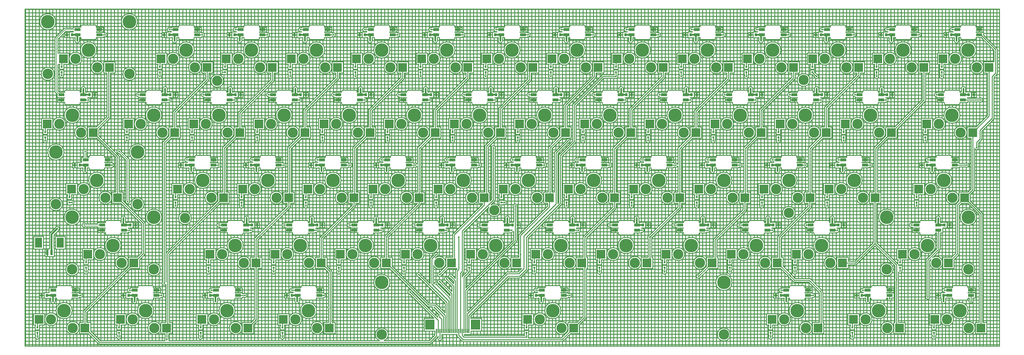
<source format=gtl>
G04*
G04 #@! TF.GenerationSoftware,Altium Limited,Altium Designer,23.0.1 (38)*
G04*
G04 Layer_Physical_Order=1*
G04 Layer_Color=255*
%FSLAX25Y25*%
%MOIN*%
G70*
G04*
G04 #@! TF.SameCoordinates,F13AFC00-E614-4CB8-86FD-9C2A6168B690*
G04*
G04*
G04 #@! TF.FilePolarity,Positive*
G04*
G01*
G75*
%ADD14C,0.01000*%
%ADD16R,0.10039X0.09843*%
%ADD17R,0.01968X0.02362*%
%ADD18R,0.07087X0.03228*%
%ADD19R,0.03150X0.03543*%
%ADD20R,0.03150X0.06299*%
%ADD21R,0.08268X0.11811*%
%ADD22R,0.01181X0.04724*%
%ADD23R,0.10630X0.11811*%
%ADD24C,0.00649*%
%ADD25C,0.02000*%
%ADD26C,0.15700*%
%ADD27C,0.11811*%
%ADD28C,0.12000*%
%ADD29C,0.01811*%
D14*
X1069917Y363224D02*
G03*
X1069917Y358776I-917J-2224D01*
G01*
X1121000Y338016D02*
G03*
X1120414Y339430I-2000J0D01*
G01*
X1121000Y338016D02*
G03*
X1120411Y339433I-2000J0D01*
G01*
X1071500Y348000D02*
G03*
X1076500Y348000I2500J0D01*
G01*
X994920Y363223D02*
G03*
X994920Y358777I-920J-2223D01*
G01*
X1030085Y352775D02*
G03*
X1033405Y355000I915J2225D01*
G01*
D02*
G03*
X1030085Y357225I-2406J0D01*
G01*
X996500Y348000D02*
G03*
X1001500Y348000I2500J0D01*
G01*
X1104908Y317503D02*
G03*
X1104908Y317503I-7406J0D01*
G01*
X1096852Y337503D02*
G03*
X1096852Y337503I-9350J0D01*
G01*
X1079908Y327503D02*
G03*
X1079908Y327503I-7406J0D01*
G01*
X1120414Y309586D02*
G03*
X1121000Y311000I-1414J1414D01*
G01*
X1120411Y309583D02*
G03*
X1121000Y311000I-1411J1417D01*
G01*
X1084500Y293000D02*
G03*
X1079500Y293000I-2500J0D01*
G01*
X1055000Y308337D02*
G03*
X1059406Y307000I2000J-1337D01*
G01*
D02*
G03*
X1059000Y308337I-2406J0D01*
G01*
X1029908Y317503D02*
G03*
X1029908Y317503I-7406J0D01*
G01*
X1021853Y337503D02*
G03*
X1021853Y337503I-9350J0D01*
G01*
X1004908Y327503D02*
G03*
X1004908Y327503I-7406J0D01*
G01*
X984406Y307000D02*
G03*
X984000Y308337I-2406J0D01*
G01*
X990500Y293000D02*
G03*
X985500Y293000I-2500J0D01*
G01*
X980000Y308337D02*
G03*
X984406Y307000I2000J-1337D01*
G01*
X958405Y355000D02*
G03*
X955085Y357225I-2406J0D01*
G01*
X919920Y363223D02*
G03*
X919920Y358777I-920J-2223D01*
G01*
X955085Y352775D02*
G03*
X958405Y355000I915J2225D01*
G01*
X921500Y348000D02*
G03*
X926500Y348000I2500J0D01*
G01*
X844920Y363223D02*
G03*
X844920Y358777I-920J-2223D01*
G01*
X880085Y352775D02*
G03*
X883405Y355000I915J2225D01*
G01*
D02*
G03*
X880085Y357225I-2406J0D01*
G01*
X846500Y348000D02*
G03*
X851500Y348000I2500J0D01*
G01*
X946853Y337503D02*
G03*
X946853Y337503I-9350J0D01*
G01*
X954908Y317503D02*
G03*
X954908Y317503I-7406J0D01*
G01*
X929908Y327503D02*
G03*
X929908Y327503I-7406J0D01*
G01*
X962893Y307065D02*
G03*
X963479Y308479I-1414J1414D01*
G01*
X962890Y307062D02*
G03*
X963479Y308479I-1411J1417D01*
G01*
X915405Y307000D02*
G03*
X913286Y309388I-2406J0D01*
G01*
X910690Y306328D02*
G03*
X915405Y307000I2310J672D01*
G01*
X915500Y293000D02*
G03*
X910500Y293000I-2500J0D01*
G01*
X905406Y303000D02*
G03*
X905406Y303000I-7406J0D01*
G01*
X871853Y337503D02*
G03*
X871853Y337503I-9350J0D01*
G01*
X879908Y317503D02*
G03*
X879908Y317503I-7406J0D01*
G01*
X854908Y327503D02*
G03*
X854908Y327503I-7406J0D01*
G01*
X887893Y304065D02*
G03*
X888479Y305479I-1414J1414D01*
G01*
X887890Y304062D02*
G03*
X888479Y305479I-1411J1417D01*
G01*
X834406Y307000D02*
G03*
X834000Y308337I-2406J0D01*
G01*
X830000D02*
G03*
X834406Y307000I2000J-1337D01*
G01*
X839500Y293000D02*
G03*
X834500Y293000I-2500J0D01*
G01*
X1104405Y280000D02*
G03*
X1100663Y282000I-2406J0D01*
G01*
Y278000D02*
G03*
X1104405Y280000I1337J2000D01*
G01*
X1116411Y257583D02*
G03*
X1117000Y259000I-1411J1417D01*
G01*
X1116414Y257586D02*
G03*
X1117000Y259000I-1414J1414D01*
G01*
X1078102Y262503D02*
G03*
X1078102Y262503I-9350J0D01*
G01*
X1051170Y288400D02*
G03*
X1051170Y283600I-170J-2400D01*
G01*
X995405Y280000D02*
G03*
X992585Y282369I-2406J0D01*
G01*
X957420Y288369D02*
G03*
X957420Y283631I-420J-2369D01*
G01*
X1037893Y278490D02*
G03*
X1038479Y279904I-1414J1414D01*
G01*
X992585Y277630D02*
G03*
X995405Y280000I415J2369D01*
G01*
X1037890Y278487D02*
G03*
X1038479Y279904I-1411J1417D01*
G01*
X984353Y262503D02*
G03*
X984353Y262503I-9350J0D01*
G01*
X1102414Y233586D02*
G03*
X1103000Y235000I-1414J1414D01*
G01*
X1102411Y233583D02*
G03*
X1103000Y235000I-1411J1417D01*
G01*
X1086158Y242503D02*
G03*
X1086158Y242503I-7406J0D01*
G01*
X1061158Y252503D02*
G03*
X1061158Y252503I-7406J0D01*
G01*
X1094729Y224208D02*
G03*
X1099405Y225000I2271J792D01*
G01*
D02*
G03*
X1099000Y226337I-2406J0D01*
G01*
X1088406Y205000D02*
G03*
X1084663Y207000I-2406J0D01*
G01*
Y203000D02*
G03*
X1088406Y205000I1337J2000D01*
G01*
X967408Y252503D02*
G03*
X967408Y252503I-7406J0D01*
G01*
X992408Y242503D02*
G03*
X992408Y242503I-7406J0D01*
G01*
X1040405Y233000D02*
G03*
X1040000Y234337I-2406J0D01*
G01*
X1036000D02*
G03*
X1040405Y233000I2000J-1337D01*
G01*
X1041797Y213269D02*
G03*
X1041797Y208731I-797J-2269D01*
G01*
X979586Y225938D02*
G03*
X979000Y224524I1414J-1414D01*
G01*
X979589Y225941D02*
G03*
X979000Y224524I1411J-1417D01*
G01*
X977405Y205000D02*
G03*
X973835Y207105I-2406J0D01*
G01*
Y202895D02*
G03*
X977405Y205000I1165J2105D01*
G01*
X920405Y280000D02*
G03*
X917585Y282369I-2406J0D01*
G01*
Y277630D02*
G03*
X920405Y280000I415J2369D01*
G01*
X922568Y272396D02*
G03*
X921979Y270979I1411J-1417D01*
G01*
X922565Y272393D02*
G03*
X921979Y270979I1414J-1414D01*
G01*
X909353Y262503D02*
G03*
X909353Y262503I-9350J0D01*
G01*
X882420Y288369D02*
G03*
X882420Y283631I-420J-2369D01*
G01*
X845405Y280000D02*
G03*
X842585Y282369I-2406J0D01*
G01*
Y277630D02*
G03*
X845405Y280000I415J2369D01*
G01*
X847666Y269495D02*
G03*
X847077Y268077I1411J-1417D01*
G01*
X847663Y269492D02*
G03*
X847077Y268077I1414J-1414D01*
G01*
X834353Y262503D02*
G03*
X834353Y262503I-9350J0D01*
G01*
X917408Y242503D02*
G03*
X917408Y242503I-7406J0D01*
G01*
X946406Y233000D02*
G03*
X946000Y234337I-2406J0D01*
G01*
X942000D02*
G03*
X946406Y233000I2000J-1337D01*
G01*
X938670Y213310D02*
G03*
X938670Y208690I-670J-2310D01*
G01*
X903818Y225269D02*
G03*
X903229Y223851I1411J-1417D01*
G01*
X903815Y225265D02*
G03*
X903229Y223851I1414J-1414D01*
G01*
X898835Y202895D02*
G03*
X902405Y205000I1165J2105D01*
G01*
D02*
G03*
X898835Y207105I-2406J0D01*
G01*
X892408Y252503D02*
G03*
X892408Y252503I-7406J0D01*
G01*
X842408Y242503D02*
G03*
X842408Y242503I-7406J0D01*
G01*
X871406Y233000D02*
G03*
X871000Y234337I-2406J0D01*
G01*
X867000D02*
G03*
X871406Y233000I2000J-1337D01*
G01*
X863337Y213000D02*
G03*
X863337Y209000I-1337J-2000D01*
G01*
X829589Y225941D02*
G03*
X829000Y224524I1411J-1417D01*
G01*
X829586Y225938D02*
G03*
X829000Y224524I1414J-1414D01*
G01*
X808405Y355000D02*
G03*
X805085Y357225I-2406J0D01*
G01*
X769920Y363223D02*
G03*
X769920Y358777I-920J-2223D01*
G01*
X805085Y352775D02*
G03*
X808405Y355000I915J2225D01*
G01*
X771500Y348000D02*
G03*
X776500Y348000I2500J0D01*
G01*
X796853Y337503D02*
G03*
X796853Y337503I-9350J0D01*
G01*
X733405Y355000D02*
G03*
X730088Y357226I-2406J0D01*
G01*
X694923Y363222D02*
G03*
X694923Y358779I-923J-2221D01*
G01*
X730088Y352774D02*
G03*
X733405Y355000I912J2226D01*
G01*
X696500Y348000D02*
G03*
X701500Y348000I2500J0D01*
G01*
X721855Y337503D02*
G03*
X721855Y337503I-9350J0D01*
G01*
X779908Y327503D02*
G03*
X779908Y327503I-7406J0D01*
G01*
X804908Y317503D02*
G03*
X804908Y317503I-7406J0D01*
G01*
X812893Y303065D02*
G03*
X813479Y304479I-1414J1414D01*
G01*
X812890Y303062D02*
G03*
X813479Y304479I-1411J1417D01*
G01*
X765500Y293000D02*
G03*
X760500Y293000I-2500J0D01*
G01*
X759406Y307000D02*
G03*
X759000Y308337I-2406J0D01*
G01*
X755000D02*
G03*
X759406Y307000I2000J-1337D01*
G01*
X704911Y327503D02*
G03*
X704911Y327503I-7406J0D01*
G01*
X729911Y317503D02*
G03*
X729911Y317503I-7406J0D01*
G01*
X737896Y305067D02*
G03*
X738482Y306482I-1414J1414D01*
G01*
X737893Y305064D02*
G03*
X738482Y306482I-1411J1417D01*
G01*
X684406Y307000D02*
G03*
X684000Y308337I-2406J0D01*
G01*
X690500Y293000D02*
G03*
X685500Y293000I-2500J0D01*
G01*
X655089Y352774D02*
G03*
X658405Y355000I911J2226D01*
G01*
D02*
G03*
X655089Y357226I-2406J0D01*
G01*
X622500Y348000D02*
G03*
X627500Y348000I2500J0D01*
G01*
X646856Y337503D02*
G03*
X646856Y337503I-9350J0D01*
G01*
X619923Y363221D02*
G03*
X619923Y358779I-923J-2221D01*
G01*
X583405Y355000D02*
G03*
X580085Y357224I-2406J0D01*
G01*
Y352776D02*
G03*
X583405Y355000I915J2224D01*
G01*
X571852Y337503D02*
G03*
X571852Y337503I-9350J0D01*
G01*
X667000Y309000D02*
G03*
X665586Y308414I0J-2000D01*
G01*
X667000Y309000D02*
G03*
X665583Y308411I0J-2000D01*
G01*
X654911Y317503D02*
G03*
X654911Y317503I-7406J0D01*
G01*
X680663Y305000D02*
G03*
X684406Y307000I1337J2000D01*
G01*
X658377Y305548D02*
G03*
X658963Y306963I-1414J1414D01*
G01*
X658374Y305545D02*
G03*
X658963Y306963I-1411J1417D01*
G01*
X629911Y327503D02*
G03*
X629911Y327503I-7406J0D01*
G01*
X579908Y317503D02*
G03*
X579908Y317503I-7406J0D01*
G01*
X609406Y307000D02*
G03*
X609000Y308337I-2406J0D01*
G01*
X615500Y293000D02*
G03*
X610500Y293000I-2500J0D01*
G01*
X605000Y308337D02*
G03*
X609406Y307000I2000J-1337D01*
G01*
X583873Y302045D02*
G03*
X584459Y303459I-1414J1414D01*
G01*
X583870Y302041D02*
G03*
X584459Y303459I-1411J1417D01*
G01*
X807420Y288369D02*
G03*
X807420Y283631I-420J-2369D01*
G01*
X770405Y280000D02*
G03*
X767585Y282369I-2406J0D01*
G01*
Y277630D02*
G03*
X770405Y280000I415J2369D01*
G01*
X772568Y268396D02*
G03*
X771979Y266979I1411J-1417D01*
G01*
X772565Y268393D02*
G03*
X771979Y266979I1414J-1414D01*
G01*
X759353Y262503D02*
G03*
X759353Y262503I-9350J0D01*
G01*
X732420Y288369D02*
G03*
X732420Y283631I-420J-2369D01*
G01*
X695405Y280000D02*
G03*
X692585Y282369I-2406J0D01*
G01*
Y277631D02*
G03*
X695405Y280000I415J2369D01*
G01*
X697564Y270393D02*
G03*
X696978Y268978I1414J-1414D01*
G01*
X697567Y270396D02*
G03*
X696978Y268978I1411J-1417D01*
G01*
X817408Y252503D02*
G03*
X817408Y252503I-7406J0D01*
G01*
X796406Y233000D02*
G03*
X796000Y234337I-2406J0D01*
G01*
X792000D02*
G03*
X796406Y233000I2000J-1337D01*
G01*
X767408Y242503D02*
G03*
X767408Y242503I-7406J0D01*
G01*
X753817Y225268D02*
G03*
X753228Y223850I1411J-1417D01*
G01*
X827405Y205000D02*
G03*
X823835Y207105I-2406J0D01*
G01*
Y202895D02*
G03*
X827405Y205000I1165J2105D01*
G01*
X788337Y213000D02*
G03*
X788337Y209000I-1337J-2000D01*
G01*
X742408Y252503D02*
G03*
X742408Y252503I-7406J0D01*
G01*
X753814Y225264D02*
G03*
X753228Y223850I1414J-1414D01*
G01*
X721406Y233000D02*
G03*
X721000Y234337I-2406J0D01*
G01*
X717000D02*
G03*
X721406Y233000I2000J-1337D01*
G01*
X678817Y225269D02*
G03*
X678228Y223851I1411J-1417D01*
G01*
X753228Y205907D02*
G03*
X749759Y207061I-2228J-907D01*
G01*
X749577Y203061D02*
G03*
X753228Y204093I1423J1939D01*
G01*
X713386Y212966D02*
G03*
X713284Y208966I-1386J-1966D01*
G01*
X657419Y288369D02*
G03*
X657419Y283631I-419J-2369D01*
G01*
X632589Y275417D02*
G03*
X632000Y274000I1411J-1417D01*
G01*
X632586Y275414D02*
G03*
X632000Y274000I1414J-1414D01*
G01*
X684352Y262503D02*
G03*
X684352Y262503I-9350J0D01*
G01*
X667408Y252503D02*
G03*
X667408Y252503I-7406J0D01*
G01*
X617585Y277631D02*
G03*
X620405Y280000I415J2369D01*
G01*
D02*
G03*
X617585Y282369I-2406J0D01*
G01*
X622567Y275396D02*
G03*
X621978Y273978I1411J-1417D01*
G01*
X622564Y275393D02*
G03*
X621978Y273978I1414J-1414D01*
G01*
X582419Y288369D02*
G03*
X582419Y283631I-419J-2369D01*
G01*
X609352Y262503D02*
G03*
X609352Y262503I-9350J0D01*
G01*
X592408Y252503D02*
G03*
X592408Y252503I-7406J0D01*
G01*
X692408Y242503D02*
G03*
X692408Y242503I-7406J0D01*
G01*
X678814Y225265D02*
G03*
X678228Y223851I1414J-1414D01*
G01*
X646406Y233000D02*
G03*
X646000Y234337I-2406J0D01*
G01*
X642000D02*
G03*
X646406Y233000I2000J-1337D01*
G01*
X635414Y230586D02*
G03*
X636000Y232000I-1414J1414D01*
G01*
X635411Y230583D02*
G03*
X636000Y232000I-1411J1417D01*
G01*
X629405Y233000D02*
G03*
X624641Y233469I-2406J0D01*
G01*
X627469Y230641D02*
G03*
X629405Y233000I-469J2359D01*
G01*
X677406Y205000D02*
G03*
X673835Y207104I-2406J0D01*
G01*
Y202896D02*
G03*
X677406Y205000I1165J2104D01*
G01*
X638337Y213000D02*
G03*
X638337Y209000I-1337J-2000D01*
G01*
X617408Y242503D02*
G03*
X617408Y242503I-7406J0D01*
G01*
X604586Y226037D02*
G03*
X604000Y224623I1414J-1414D01*
G01*
X604589Y226040D02*
G03*
X604000Y224623I1411J-1417D01*
G01*
X616589Y217417D02*
G03*
X616000Y216000I1411J-1417D01*
G01*
X616586Y217414D02*
G03*
X616000Y216000I1414J-1414D01*
G01*
X611589Y220417D02*
G03*
X611000Y219000I1411J-1417D01*
G01*
X611586Y220414D02*
G03*
X611000Y219000I1414J-1414D01*
G01*
X571406Y233000D02*
G03*
X571000Y234337I-2406J0D01*
G01*
X567000D02*
G03*
X571406Y233000I2000J-1337D01*
G01*
X598835Y202896D02*
G03*
X602406Y205000I1165J2104D01*
G01*
D02*
G03*
X598835Y207104I-2406J0D01*
G01*
X563669Y213311D02*
G03*
X563669Y208689I-669J-2310D01*
G01*
X1094143Y175362D02*
G03*
X1094729Y176777I-1414J1414D01*
G01*
X1094140Y175359D02*
G03*
X1094729Y176777I-1411J1417D01*
G01*
X1076786Y167503D02*
G03*
X1076786Y167503I-7406J0D01*
G01*
X1068730Y187503D02*
G03*
X1068730Y187503I-9350J0D01*
G01*
X1104104Y148756D02*
G03*
X1103515Y150173I-2000J0D01*
G01*
X1104104Y148756D02*
G03*
X1103518Y150170I-2000J0D01*
G01*
X1073589Y160662D02*
G03*
X1073000Y159245I1411J-1417D01*
G01*
X1073586Y160659D02*
G03*
X1073000Y159245I1414J-1414D01*
G01*
X1055500Y144000D02*
G03*
X1050500Y144000I-2500J0D01*
G01*
X1043500Y198000D02*
G03*
X1048500Y198000I2500J0D01*
G01*
X1051786Y177503D02*
G03*
X1051786Y177503I-7406J0D01*
G01*
X1030406Y158000D02*
G03*
X1030000Y159337I-2406J0D01*
G01*
X1026000D02*
G03*
X1030406Y158000I2000J-1337D01*
G01*
X1096977Y145002D02*
G03*
X1096977Y145002I-9350J0D01*
G01*
X1076411Y101481D02*
G03*
X1077000Y102899I-1411J1417D01*
G01*
X1054641Y106813D02*
G03*
X1055227Y108227I-1414J1414D01*
G01*
X1054638Y106810D02*
G03*
X1055227Y108227I-1411J1417D01*
G01*
X1049977Y112502D02*
G03*
X1049977Y112502I-9350J0D01*
G01*
X1023045Y138167D02*
G03*
X1023045Y133833I-1045J-2167D01*
G01*
X1002977Y145002D02*
G03*
X1002977Y145002I-9350J0D01*
G01*
X1033033Y102502D02*
G03*
X1033033Y102502I-7406J0D01*
G01*
X965603Y187503D02*
G03*
X965603Y187503I-9350J0D01*
G01*
X940500Y198000D02*
G03*
X945500Y198000I2500J0D01*
G01*
X948658Y177503D02*
G03*
X948658Y177503I-7406J0D01*
G01*
X973658Y167503D02*
G03*
X973658Y167503I-7406J0D01*
G01*
X927405Y158000D02*
G03*
X927000Y159337I-2406J0D01*
G01*
X923000D02*
G03*
X927405Y158000I2000J-1337D01*
G01*
X865500Y198000D02*
G03*
X870500Y198000I2500J0D01*
G01*
X890603Y187503D02*
G03*
X890603Y187503I-9350J0D01*
G01*
X873658Y177503D02*
G03*
X873658Y177503I-7406J0D01*
G01*
X906545Y155716D02*
G03*
X907131Y157131I-1414J1414D01*
G01*
X906542Y155713D02*
G03*
X907131Y157131I-1411J1417D01*
G01*
X898658Y167503D02*
G03*
X898658Y167503I-7406J0D01*
G01*
X933500Y144000D02*
G03*
X928500Y144000I-2500J0D01*
G01*
X939406Y130000D02*
G03*
X936335Y132312I-2406J0D01*
G01*
Y127688D02*
G03*
X939406Y130000I665J2312D01*
G01*
X928103Y112503D02*
G03*
X928103Y112503I-9350J0D01*
G01*
X911158Y102503D02*
G03*
X911158Y102503I-7406J0D01*
G01*
X888406Y150000D02*
G03*
X888406Y150000I-7406J0D01*
G01*
X901170Y138400D02*
G03*
X901170Y133600I-170J-2400D01*
G01*
X859500Y144000D02*
G03*
X854500Y144000I-2500J0D01*
G01*
X868589Y123417D02*
G03*
X868000Y122000I1411J-1417D01*
G01*
X864406Y130000D02*
G03*
X861335Y132312I-2406J0D01*
G01*
Y127688D02*
G03*
X864406Y130000I665J2312D01*
G01*
X868586Y123414D02*
G03*
X868000Y122000I1414J-1414D01*
G01*
X1076414Y101484D02*
G03*
X1077000Y102899I-1414J1414D01*
G01*
X1095127Y85002D02*
G03*
X1095127Y85002I-7500J0D01*
G01*
X1100104Y70480D02*
G03*
X1100104Y67520I1896J-1480D01*
G01*
X1104104Y67834D02*
G03*
X1104405Y69000I-2104J1166D01*
G01*
D02*
G03*
X1104104Y70166I-2406J0D01*
G01*
X1058033Y92502D02*
G03*
X1046436Y98608I-7406J0D01*
G01*
X1044522Y96694D02*
G03*
X1058033Y92502I6105J-4191D01*
G01*
X1060545Y63343D02*
G03*
X1060545Y58657I-545J-2343D01*
G01*
X1039589Y97417D02*
G03*
X1039000Y96000I1411J-1417D01*
G01*
X1039586Y97414D02*
G03*
X1039000Y96000I1414J-1414D01*
G01*
X1011405Y83000D02*
G03*
X1011012Y84319I-2406J0D01*
G01*
X1007000Y81663D02*
G03*
X1011405Y83000I2000J1337D01*
G01*
X1001127Y85002D02*
G03*
X1001127Y85002I-7500J0D01*
G01*
X1007405Y73000D02*
G03*
X1007000Y74337I-2406J0D01*
G01*
Y71663D02*
G03*
X1007405Y73000I-2000J1337D01*
G01*
X1003000Y74337D02*
G03*
X1003000Y71663I2000J-1337D01*
G01*
X1043406Y53000D02*
G03*
X1043000Y54337I-2406J0D01*
G01*
X999405Y51000D02*
G03*
X999212Y51947I-2406J0D01*
G01*
X1093133Y48492D02*
G03*
X1092727Y49829I-2406J0D01*
G01*
X1088727D02*
G03*
X1093133Y48492I2000J-1337D01*
G01*
X1061500Y48000D02*
G03*
X1061453Y48484I-2500J0D01*
G01*
X1056453Y48047D02*
G03*
X1057185Y46279I2500J0D01*
G01*
X1056453Y48047D02*
G03*
X1057185Y46279I2500J0D01*
G01*
X1087477Y37503D02*
G03*
X1087477Y37503I-9350J0D01*
G01*
X1057232Y46232D02*
G03*
X1061500Y48000I1768J1768D01*
G01*
X1070533Y27503D02*
G03*
X1070533Y27503I-7406J0D01*
G01*
X1095533Y17503D02*
G03*
X1095533Y17503I-7406J0D01*
G01*
X1039000Y54337D02*
G03*
X1043406Y53000I2000J-1337D01*
G01*
X994788Y51947D02*
G03*
X999405Y51000I2211J-946D01*
G01*
X1050406Y7000D02*
G03*
X1050000Y8337I-2406J0D01*
G01*
X1046000D02*
G03*
X1050406Y7000I2000J-1337D01*
G01*
X1001786Y17503D02*
G03*
X1001786Y17503I-7406J0D01*
G01*
X957764Y90503D02*
G03*
X959178Y91089I0J2000D01*
G01*
X957764Y90503D02*
G03*
X959181Y91092I0J2000D01*
G01*
X936158Y92503D02*
G03*
X936158Y92503I-7406J0D01*
G01*
X905920Y73909D02*
G03*
X904505Y74495I-1414J-1414D01*
G01*
X905923Y73906D02*
G03*
X904505Y74495I-1417J-1411D01*
G01*
X966798Y63269D02*
G03*
X966798Y58731I-798J-2269D01*
G01*
X920000Y59000D02*
G03*
X919414Y60414I-2000J0D01*
G01*
X920000Y59000D02*
G03*
X919411Y60417I-2000J0D01*
G01*
X911405Y55000D02*
G03*
X908210Y57272I-2406J0D01*
G01*
Y52728D02*
G03*
X911405Y55000I790J2272D01*
G01*
X890405Y82000D02*
G03*
X890000Y83337I-2406J0D01*
G01*
X886000D02*
G03*
X890405Y82000I2000J-1337D01*
G01*
X861158Y92503D02*
G03*
X861158Y92503I-7406J0D01*
G01*
X885359Y77469D02*
G03*
X883947Y79211I-2359J-469D01*
G01*
X880596Y76905D02*
G03*
X882531Y74641I2404J95D01*
G01*
X886088Y71084D02*
G03*
X887505Y70495I1417J1411D01*
G01*
X886091Y71080D02*
G03*
X887505Y70495I1414J1414D01*
G01*
X873045Y63167D02*
G03*
X873045Y58833I-1045J-2167D01*
G01*
X969500Y48000D02*
G03*
X974500Y48000I2500J0D01*
G01*
X993730Y37503D02*
G03*
X993730Y37503I-9350J0D01*
G01*
X976786Y27503D02*
G03*
X976786Y27503I-7406J0D01*
G01*
X956406Y7000D02*
G03*
X956000Y8337I-2406J0D01*
G01*
X952000D02*
G03*
X956406Y7000I2000J-1337D01*
G01*
X899977Y37503D02*
G03*
X899977Y37503I-9350J0D01*
G01*
X875500Y48000D02*
G03*
X880500Y48000I2500J0D01*
G01*
X883033Y27503D02*
G03*
X883033Y27503I-7406J0D01*
G01*
X908033Y17503D02*
G03*
X908033Y17503I-7406J0D01*
G01*
X862405Y7000D02*
G03*
X862000Y8337I-2406J0D01*
G01*
X858000D02*
G03*
X862405Y7000I2000J-1337D01*
G01*
X790500Y198000D02*
G03*
X795500Y198000I2500J0D01*
G01*
X815603Y187503D02*
G03*
X815603Y187503I-9350J0D01*
G01*
X798658Y177503D02*
G03*
X798658Y177503I-7406J0D01*
G01*
X715500Y198000D02*
G03*
X720500Y198000I2500J0D01*
G01*
X740602Y187503D02*
G03*
X740602Y187503I-9350J0D01*
G01*
X723657Y177503D02*
G03*
X723657Y177503I-7406J0D01*
G01*
X852405Y158000D02*
G03*
X852000Y159337I-2406J0D01*
G01*
X848000D02*
G03*
X852405Y158000I2000J-1337D01*
G01*
X831643Y151815D02*
G03*
X832229Y153229I-1414J1414D01*
G01*
X831640Y151812D02*
G03*
X832229Y153229I-1411J1417D01*
G01*
X823658Y167503D02*
G03*
X823658Y167503I-7406J0D01*
G01*
X784500Y144000D02*
G03*
X779500Y144000I-2500J0D01*
G01*
X825337Y138000D02*
G03*
X825337Y134000I-1337J-2000D01*
G01*
X777406Y158000D02*
G03*
X777000Y159337I-2406J0D01*
G01*
X773000D02*
G03*
X777406Y158000I2000J-1337D01*
G01*
X756642Y154814D02*
G03*
X757228Y156228I-1414J1414D01*
G01*
X756639Y154811D02*
G03*
X757228Y156228I-1411J1417D01*
G01*
X748657Y167503D02*
G03*
X748657Y167503I-7406J0D01*
G01*
X708500Y144000D02*
G03*
X703500Y144000I-2500J0D01*
G01*
X702406Y158000D02*
G03*
X702000Y159337I-2406J0D01*
G01*
X698000D02*
G03*
X702406Y158000I2000J-1337D01*
G01*
X750337Y138000D02*
G03*
X750337Y134000I-1337J-2000D01*
G01*
X640500Y198000D02*
G03*
X645500Y198000I2500J0D01*
G01*
X665602Y187503D02*
G03*
X665602Y187503I-9350J0D01*
G01*
X648658Y177503D02*
G03*
X648658Y177503I-7406J0D01*
G01*
X590602Y187503D02*
G03*
X590602Y187503I-9350J0D01*
G01*
X565500Y198000D02*
G03*
X570500Y198000I2500J0D01*
G01*
X573658Y177503D02*
G03*
X573658Y177503I-7406J0D01*
G01*
X681639Y154811D02*
G03*
X682228Y156228I-1411J1417D01*
G01*
X681643Y154814D02*
G03*
X682228Y156228I-1414J1414D01*
G01*
X673658Y167503D02*
G03*
X673658Y167503I-7406J0D01*
G01*
X627406Y158000D02*
G03*
X627000Y159337I-2406J0D01*
G01*
X634500Y144000D02*
G03*
X629500Y144000I-2500J0D01*
G01*
X623000Y159337D02*
G03*
X627406Y158000I2000J-1337D01*
G01*
X676169Y138102D02*
G03*
X676169Y133898I-1169J-2102D01*
G01*
X619414Y159586D02*
G03*
X620000Y161000I-1414J1414D01*
G01*
X619411Y159583D02*
G03*
X620000Y161000I-1411J1417D01*
G01*
X598658Y167503D02*
G03*
X598658Y167503I-7406J0D01*
G01*
X568405Y158000D02*
G03*
X564000Y156663I-2406J0D01*
G01*
X568000D02*
G03*
X568405Y158000I-2000J1337D01*
G01*
X556405Y162000D02*
G03*
X552696Y164022I-2406J0D01*
G01*
X552632Y160022D02*
G03*
X556405Y162000I1368J1978D01*
G01*
X601169Y138102D02*
G03*
X601169Y133898I-1169J-2102D01*
G01*
X559500Y144000D02*
G03*
X554500Y144000I-2500J0D01*
G01*
X790406Y130000D02*
G03*
X786758Y132060I-2406J0D01*
G01*
X786577Y128060D02*
G03*
X790406Y130000I1423J1940D01*
G01*
X853103Y112503D02*
G03*
X853103Y112503I-9350J0D01*
G01*
X794589Y120417D02*
G03*
X794000Y119000I1411J-1417D01*
G01*
X794586Y120414D02*
G03*
X794000Y119000I1414J-1414D01*
G01*
X778103Y112503D02*
G03*
X778103Y112503I-9350J0D01*
G01*
X714405Y130000D02*
G03*
X711335Y132312I-2406J0D01*
G01*
Y127688D02*
G03*
X714405Y130000I665J2312D01*
G01*
X723000Y120663D02*
G03*
X723359Y121531I-2000J1337D01*
G01*
X720531Y124359D02*
G03*
X719000Y120663I469J-2359D01*
G01*
X703102Y112503D02*
G03*
X703102Y112503I-9350J0D01*
G01*
X836158Y102503D02*
G03*
X836158Y102503I-7406J0D01*
G01*
X761158D02*
G03*
X761158Y102503I-7406J0D01*
G01*
X786158Y92503D02*
G03*
X786158Y92503I-7406J0D01*
G01*
X815405Y82000D02*
G03*
X815000Y83337I-2406J0D01*
G01*
X811000D02*
G03*
X815405Y82000I2000J-1337D01*
G01*
X815580Y70003D02*
G03*
X815580Y70003I-9350J0D01*
G01*
X813730Y10003D02*
G03*
X813730Y10003I-7500J0D01*
G01*
X776794Y79397D02*
G03*
X779276Y76222I206J-2397D01*
G01*
X711158Y92503D02*
G03*
X711158Y92503I-7406J0D01*
G01*
X686158Y102503D02*
G03*
X686158Y102503I-7406J0D01*
G01*
X740406Y82000D02*
G03*
X740000Y83337I-2406J0D01*
G01*
X736000D02*
G03*
X740406Y82000I2000J-1337D01*
G01*
X665406D02*
G03*
X665000Y83337I-2406J0D01*
G01*
X661000D02*
G03*
X665406Y82000I2000J-1337D01*
G01*
X647414Y28634D02*
G03*
X648000Y30048I-1414J1414D01*
G01*
X647411Y28631D02*
G03*
X648000Y30048I-1411J1417D01*
G01*
X641405Y130000D02*
G03*
X637758Y132060I-2406J0D01*
G01*
X637577Y128060D02*
G03*
X641405Y130000I1423J1940D01*
G01*
X644586Y123414D02*
G03*
X644000Y122000I1414J-1414D01*
G01*
X644589Y123417D02*
G03*
X644000Y122000I1411J-1417D01*
G01*
X628102Y112503D02*
G03*
X628102Y112503I-9350J0D01*
G01*
X636158Y92503D02*
G03*
X636158Y92503I-7406J0D01*
G01*
X611158Y102503D02*
G03*
X611158Y102503I-7406J0D01*
G01*
X570589Y125417D02*
G03*
X570000Y124000I1411J-1417D01*
G01*
X570586Y125414D02*
G03*
X570000Y124000I1414J-1414D01*
G01*
X567414Y116586D02*
G03*
X568000Y118000I-1414J1414D01*
G01*
X567411Y116583D02*
G03*
X568000Y118000I-1411J1417D01*
G01*
X570000Y103337D02*
G03*
X570000Y100663I2000J-1337D01*
G01*
X561335Y127688D02*
G03*
X564000Y128663I665J2312D01*
G01*
X590406Y82000D02*
G03*
X590000Y83337I-2406J0D01*
G01*
X586000D02*
G03*
X590406Y82000I2000J-1337D01*
G01*
X580414Y83586D02*
G03*
X581000Y85000I-1414J1414D01*
G01*
X580411Y83583D02*
G03*
X581000Y85000I-1411J1417D01*
G01*
X571000Y75000D02*
G03*
X572417Y75589I0J2000D01*
G01*
X571000Y75000D02*
G03*
X572414Y75586I0J2000D01*
G01*
X557000Y82000D02*
G03*
X555586Y81414I0J-2000D01*
G01*
X557000Y82000D02*
G03*
X555583Y81411I0J-2000D01*
G01*
X631405Y55000D02*
G03*
X627759Y57061I-2406J0D01*
G01*
X627577Y53061D02*
G03*
X631405Y55000I1423J1939D01*
G01*
X618730Y37503D02*
G03*
X618730Y37503I-9350J0D01*
G01*
X619755Y2000D02*
G03*
X621169Y2586I0J2000D01*
G01*
X626785Y17503D02*
G03*
X626785Y17503I-7406J0D01*
G01*
X619755Y2000D02*
G03*
X621173Y2589I0J2000D01*
G01*
X591337Y63000D02*
G03*
X591337Y59000I-1337J-2000D01*
G01*
X593500Y48000D02*
G03*
X598500Y48000I2500J0D01*
G01*
X601785Y27503D02*
G03*
X601785Y27503I-7406J0D01*
G01*
X581188Y6000D02*
G03*
X581405Y7000I-2188J1000D01*
G01*
D02*
G03*
X581000Y8337I-2406J0D01*
G01*
X544919Y363223D02*
G03*
X544919Y358777I-919J-2223D01*
G01*
X505085Y352776D02*
G03*
X508405Y355000I915J2224D01*
G01*
D02*
G03*
X505085Y357224I-2406J0D01*
G01*
X546500Y348000D02*
G03*
X551500Y348000I2500J0D01*
G01*
X496852Y337503D02*
G03*
X496852Y337503I-9350J0D01*
G01*
X469919Y363223D02*
G03*
X469919Y358777I-919J-2223D01*
G01*
X430085Y352776D02*
G03*
X433405Y355000I915J2224D01*
G01*
D02*
G03*
X430085Y357224I-2406J0D01*
G01*
X471500Y348000D02*
G03*
X476500Y348000I2500J0D01*
G01*
X554908Y327503D02*
G03*
X554908Y327503I-7406J0D01*
G01*
X534406Y307000D02*
G03*
X534000Y308337I-2406J0D01*
G01*
X530000D02*
G03*
X534406Y307000I2000J-1337D01*
G01*
X504908Y317503D02*
G03*
X504908Y317503I-7406J0D01*
G01*
X540500Y293000D02*
G03*
X535500Y293000I-2500J0D01*
G01*
X512893Y304064D02*
G03*
X513478Y305478I-1414J1414D01*
G01*
X512889Y304061D02*
G03*
X513478Y305478I-1411J1417D01*
G01*
X507419Y288369D02*
G03*
X507419Y283631I-419J-2369D01*
G01*
X479908Y327503D02*
G03*
X479908Y327503I-7406J0D01*
G01*
X465500Y293000D02*
G03*
X460500Y293000I-2500J0D01*
G01*
X459406Y307000D02*
G03*
X459000Y308337I-2406J0D01*
G01*
X455000D02*
G03*
X459406Y307000I2000J-1337D01*
G01*
X437893Y304064D02*
G03*
X438478Y305478I-1414J1414D01*
G01*
X437889Y304061D02*
G03*
X438478Y305478I-1411J1417D01*
G01*
X432419Y288369D02*
G03*
X432419Y283631I-419J-2369D01*
G01*
X394337Y363000D02*
G03*
X394337Y359000I-1337J-2000D01*
G01*
X359405Y355000D02*
G03*
X355737Y357047I-2406J0D01*
G01*
X355607Y353039D02*
G03*
X359405Y355000I1393J1961D01*
G01*
X396500Y348000D02*
G03*
X401500Y348000I2500J0D01*
G01*
X319919Y363223D02*
G03*
X319919Y358777I-919J-2223D01*
G01*
X321500Y348000D02*
G03*
X326500Y348000I2500J0D01*
G01*
X421852Y337503D02*
G03*
X421852Y337503I-9350J0D01*
G01*
X404908Y327503D02*
G03*
X404908Y327503I-7406J0D01*
G01*
X429908Y317503D02*
G03*
X429908Y317503I-7406J0D01*
G01*
X390500Y293000D02*
G03*
X385500Y293000I-2500J0D01*
G01*
X384405Y307000D02*
G03*
X384000Y308337I-2406J0D01*
G01*
X380000D02*
G03*
X384405Y307000I2000J-1337D01*
G01*
X354907Y317503D02*
G03*
X354907Y317503I-7406J0D01*
G01*
X346852Y337503D02*
G03*
X346852Y337503I-9350J0D01*
G01*
X329907Y327503D02*
G03*
X329907Y327503I-7406J0D01*
G01*
X362893Y304064D02*
G03*
X363478Y305478I-1414J1414D01*
G01*
X362889Y304061D02*
G03*
X363478Y305478I-1411J1417D01*
G01*
X357419Y288369D02*
G03*
X357419Y283631I-419J-2369D01*
G01*
X309405Y307000D02*
G03*
X309000Y308337I-2406J0D01*
G01*
X305000D02*
G03*
X309405Y307000I2000J-1337D01*
G01*
X315500Y293000D02*
G03*
X310500Y293000I-2500J0D01*
G01*
X545405Y280000D02*
G03*
X542585Y282369I-2406J0D01*
G01*
Y277631D02*
G03*
X545405Y280000I415J2369D01*
G01*
X547567Y271396D02*
G03*
X546978Y269978I1411J-1417D01*
G01*
X547564Y271393D02*
G03*
X546978Y269978I1414J-1414D01*
G01*
X534352Y262503D02*
G03*
X534352Y262503I-9350J0D01*
G01*
X517408Y252503D02*
G03*
X517408Y252503I-7406J0D01*
G01*
X542408Y242503D02*
G03*
X542408Y242503I-7406J0D01*
G01*
X470405Y280000D02*
G03*
X467585Y282369I-2406J0D01*
G01*
Y277631D02*
G03*
X470405Y280000I415J2369D01*
G01*
X472564Y269393D02*
G03*
X471978Y267978I1414J-1414D01*
G01*
X472567Y269396D02*
G03*
X471978Y267978I1411J-1417D01*
G01*
X459352Y262503D02*
G03*
X459352Y262503I-9350J0D01*
G01*
X467408Y242503D02*
G03*
X467408Y242503I-7406J0D01*
G01*
X442408Y252503D02*
G03*
X442408Y252503I-7406J0D01*
G01*
X543405Y224874D02*
G03*
X539000Y223537I-2406J0D01*
G01*
X531586Y227996D02*
G03*
X531000Y226582I1414J-1414D01*
G01*
X531589Y227999D02*
G03*
X531000Y226582I1411J-1417D01*
G01*
X543000Y223537D02*
G03*
X543405Y224874I-2000J1337D01*
G01*
X527406Y205000D02*
G03*
X523835Y207104I-2406J0D01*
G01*
Y202896D02*
G03*
X527406Y205000I1165J2104D01*
G01*
X496406Y233000D02*
G03*
X496000Y234337I-2406J0D01*
G01*
X492000D02*
G03*
X496406Y233000I2000J-1337D01*
G01*
X488337Y213000D02*
G03*
X488337Y209000I-1337J-2000D01*
G01*
X453817Y225269D02*
G03*
X453228Y223851I1411J-1417D01*
G01*
X453814Y225265D02*
G03*
X453228Y223851I1414J-1414D01*
G01*
X490500Y198000D02*
G03*
X495500Y198000I2500J0D01*
G01*
X453228Y205906D02*
G03*
X449759Y207061I-2228J-906D01*
G01*
X449577Y203061D02*
G03*
X453228Y204094I1423J1939D01*
G01*
X395406Y280000D02*
G03*
X392585Y282369I-2406J0D01*
G01*
X397567Y269396D02*
G03*
X396978Y267978I1411J-1417D01*
G01*
X392585Y277631D02*
G03*
X395406Y280000I415J2369D01*
G01*
X397564Y269393D02*
G03*
X396978Y267978I1414J-1414D01*
G01*
X384352Y262503D02*
G03*
X384352Y262503I-9350J0D01*
G01*
X367407Y252503D02*
G03*
X367407Y252503I-7406J0D01*
G01*
X317585Y277631D02*
G03*
X320406Y280000I415J2369D01*
G01*
D02*
G03*
X317585Y282369I-2406J0D01*
G01*
X309352Y262503D02*
G03*
X309352Y262503I-9350J0D01*
G01*
X322567Y269396D02*
G03*
X321978Y267978I1411J-1417D01*
G01*
X322564Y269393D02*
G03*
X321978Y267978I1414J-1414D01*
G01*
X317407Y242503D02*
G03*
X317407Y242503I-7406J0D01*
G01*
X421406Y233000D02*
G03*
X421000Y234337I-2406J0D01*
G01*
X417000D02*
G03*
X421406Y233000I2000J-1337D01*
G01*
X413337Y213000D02*
G03*
X413337Y209000I-1337J-2000D01*
G01*
X392407Y242503D02*
G03*
X392407Y242503I-7406J0D01*
G01*
X379586Y226037D02*
G03*
X379000Y224623I1414J-1414D01*
G01*
X379589Y226040D02*
G03*
X379000Y224623I1411J-1417D01*
G01*
X415500Y198000D02*
G03*
X420500Y198000I2500J0D01*
G01*
X378405Y205000D02*
G03*
X374759Y207061I-2406J0D01*
G01*
X374577Y203061D02*
G03*
X378405Y205000I1423J1939D01*
G01*
X346406Y233000D02*
G03*
X346000Y234337I-2406J0D01*
G01*
X342000D02*
G03*
X346406Y233000I2000J-1337D01*
G01*
X338669Y213311D02*
G03*
X338669Y208689I-669J-2310D01*
G01*
X340500Y198000D02*
G03*
X345500Y198000I2500J0D01*
G01*
X283405Y355000D02*
G03*
X280085Y357224I-2406J0D01*
G01*
Y352776D02*
G03*
X283405Y355000I915J2224D01*
G01*
X244919Y363223D02*
G03*
X244919Y358777I-919J-2223D01*
G01*
X246500Y348000D02*
G03*
X251500Y348000I2500J0D01*
G01*
X271852Y337503D02*
G03*
X271852Y337503I-9350J0D01*
G01*
X208405Y355000D02*
G03*
X205085Y357224I-2406J0D01*
G01*
X169337Y363000D02*
G03*
X169337Y359000I-1337J-2000D01*
G01*
X205085Y352776D02*
G03*
X208405Y355000I915J2224D01*
G01*
X171500Y348000D02*
G03*
X176500Y348000I2500J0D01*
G01*
X196852Y337503D02*
G03*
X196852Y337503I-9350J0D01*
G01*
X279907Y317503D02*
G03*
X279907Y317503I-7406J0D01*
G01*
X254907Y327503D02*
G03*
X254907Y327503I-7406J0D01*
G01*
X287893Y301064D02*
G03*
X288478Y302478I-1414J1414D01*
G01*
X287889Y301061D02*
G03*
X288478Y302478I-1411J1417D01*
G01*
X282419Y288369D02*
G03*
X282419Y283631I-419J-2369D01*
G01*
X240500Y293000D02*
G03*
X235500Y293000I-2500J0D01*
G01*
X229516Y314350D02*
G03*
X229516Y309650I-516J-2350D01*
G01*
X230405Y302000D02*
G03*
X230405Y302000I-7406J0D01*
G01*
X204907Y317503D02*
G03*
X204907Y317503I-7406J0D01*
G01*
X179908Y327503D02*
G03*
X179908Y327503I-7406J0D01*
G01*
X212893Y302064D02*
G03*
X213478Y303478I-1414J1414D01*
G01*
X212889Y302061D02*
G03*
X213478Y303478I-1411J1417D01*
G01*
X207419Y288369D02*
G03*
X207419Y283631I-419J-2369D01*
G01*
X131352Y370003D02*
G03*
X131352Y370003I-9350J0D01*
G01*
X96406Y355000D02*
G03*
X92737Y357047I-2406J0D01*
G01*
X92595Y353047D02*
G03*
X96406Y355000I1405J1953D01*
G01*
X84352Y337503D02*
G03*
X84352Y337503I-9350J0D01*
G01*
X47953Y362777D02*
G03*
X46663Y362243I0J-1825D01*
G01*
X47953Y362777D02*
G03*
X46663Y362243I0J-1825D01*
G01*
X37352Y370003D02*
G03*
X37352Y370003I-9350J0D01*
G01*
X59500Y348000D02*
G03*
X64500Y348000I2500J0D01*
G01*
X36710Y352290D02*
G03*
X36176Y351000I1290J-1290D01*
G01*
X36710Y352290D02*
G03*
X36176Y351000I1290J-1290D01*
G01*
X92408Y317503D02*
G03*
X92408Y317503I-7406J0D01*
G01*
X129502Y310003D02*
G03*
X129502Y310003I-7500J0D01*
G01*
X159406Y307000D02*
G03*
X159000Y308337I-2406J0D01*
G01*
X165500Y293000D02*
G03*
X160500Y293000I-2500J0D01*
G01*
X155000Y308337D02*
G03*
X159406Y307000I2000J-1337D01*
G01*
X132419Y288369D02*
G03*
X132419Y283631I-419J-2369D01*
G01*
X67408Y327503D02*
G03*
X67408Y327503I-7406J0D01*
G01*
X46406Y308000D02*
G03*
X46000Y309337I-2406J0D01*
G01*
X42000D02*
G03*
X46406Y308000I2000J-1337D01*
G01*
X35502Y310003D02*
G03*
X35502Y310003I-7500J0D01*
G01*
X71500Y293000D02*
G03*
X66500Y293000I-2500J0D01*
G01*
X36176Y290000D02*
G03*
X36710Y288710I1825J0D01*
G01*
X36176Y290000D02*
G03*
X36710Y288710I1825J0D01*
G01*
X245406Y280000D02*
G03*
X242585Y282369I-2406J0D01*
G01*
Y277631D02*
G03*
X245406Y280000I415J2369D01*
G01*
X247567Y266396D02*
G03*
X246978Y264978I1411J-1417D01*
G01*
X247564Y266393D02*
G03*
X246978Y264978I1414J-1414D01*
G01*
X292407Y252503D02*
G03*
X292407Y252503I-7406J0D01*
G01*
X234352Y262503D02*
G03*
X234352Y262503I-9350J0D01*
G01*
X172564Y267393D02*
G03*
X171978Y265978I1414J-1414D01*
G01*
X172567Y267396D02*
G03*
X171978Y265978I1411J-1417D01*
G01*
X242407Y242503D02*
G03*
X242407Y242503I-7406J0D01*
G01*
X217407Y252503D02*
G03*
X217407Y252503I-7406J0D01*
G01*
X304589Y226040D02*
G03*
X304000Y224623I1411J-1417D01*
G01*
X304586Y226037D02*
G03*
X304000Y224623I1414J-1414D01*
G01*
X271406Y233000D02*
G03*
X271000Y234337I-2406J0D01*
G01*
X267000D02*
G03*
X271406Y233000I2000J-1337D01*
G01*
X263669Y213311D02*
G03*
X263669Y208689I-669J-2310D01*
G01*
X298835Y202896D02*
G03*
X302406Y205000I1165J2104D01*
G01*
D02*
G03*
X298835Y207104I-2406J0D01*
G01*
X265500Y198000D02*
G03*
X270500Y198000I2500J0D01*
G01*
X229586Y225939D02*
G03*
X229000Y224524I1414J-1414D01*
G01*
X229589Y225942D02*
G03*
X229000Y224524I1411J-1417D01*
G01*
X196405Y233000D02*
G03*
X196000Y234337I-2406J0D01*
G01*
X192000D02*
G03*
X196405Y233000I2000J-1337D01*
G01*
X188669Y213311D02*
G03*
X188669Y208689I-669J-2310D01*
G01*
X223835Y202896D02*
G03*
X227406Y205000I1165J2104D01*
G01*
D02*
G03*
X223835Y207104I-2406J0D01*
G01*
X190500Y198000D02*
G03*
X195500Y198000I2500J0D01*
G01*
X170405Y280000D02*
G03*
X167585Y282369I-2406J0D01*
G01*
Y277631D02*
G03*
X170405Y280000I415J2369D01*
G01*
X159352Y262503D02*
G03*
X159352Y262503I-9350J0D01*
G01*
X167408Y242503D02*
G03*
X167408Y242503I-7406J0D01*
G01*
X142408Y252503D02*
G03*
X142408Y252503I-7406J0D01*
G01*
X99414Y258860D02*
G03*
X100000Y260274I-1414J1414D01*
G01*
X99411Y258857D02*
G03*
X100000Y260274I-1411J1417D01*
G01*
X73835Y277895D02*
G03*
X77406Y280000I1165J2104D01*
G01*
D02*
G03*
X73835Y282104I-2406J0D01*
G01*
X65602Y262503D02*
G03*
X65602Y262503I-9350J0D01*
G01*
X48658Y252503D02*
G03*
X48658Y252503I-7406J0D01*
G01*
X73658Y242503D02*
G03*
X73658Y242503I-7406J0D01*
G01*
X160586Y231939D02*
G03*
X160000Y230524I1414J-1414D01*
G01*
X160589Y231942D02*
G03*
X160000Y230524I1411J-1417D01*
G01*
X121405Y233000D02*
G03*
X121000Y234337I-2406J0D01*
G01*
X140730Y220003D02*
G03*
X140730Y220003I-9350J0D01*
G01*
X117000Y234337D02*
G03*
X121405Y233000I2000J-1337D01*
G01*
X112399Y221182D02*
G03*
X109818Y218601I-2399J-182D01*
G01*
X110356Y214473D02*
G03*
X109771Y215887I-2000J0D01*
G01*
X110356Y214473D02*
G03*
X109767Y215891I-2000J0D01*
G01*
X121825Y211000D02*
G03*
X121290Y212290I-1825J0D01*
G01*
X121825Y211000D02*
G03*
X121290Y212290I-1825J0D01*
G01*
X101963Y202595D02*
G03*
X104405Y205000I37J2405D01*
G01*
D02*
G03*
X101963Y207405I-2406J0D01*
G01*
X72825Y219432D02*
G03*
X73405Y221000I-1825J1568D01*
G01*
D02*
G03*
X69175Y219432I-2406J0D01*
G01*
X27406Y233000D02*
G03*
X27000Y234337I-2406J0D01*
G01*
X23000D02*
G03*
X27406Y233000I2000J-1337D01*
G01*
X46730Y220003D02*
G03*
X46730Y220003I-9350J0D01*
G01*
X68500Y198000D02*
G03*
X73500Y198000I2500J0D01*
G01*
X515602Y187503D02*
G03*
X515602Y187503I-9350J0D01*
G01*
X523658Y167503D02*
G03*
X523658Y167503I-7406J0D01*
G01*
X498658Y177503D02*
G03*
X498658Y177503I-7406J0D01*
G01*
X542414Y163586D02*
G03*
X543000Y165000I-1414J1414D01*
G01*
X542411Y163583D02*
G03*
X543000Y165000I-1411J1417D01*
G01*
X549405Y153000D02*
G03*
X538161Y159333I-7406J0D01*
G01*
X535667Y156839D02*
G03*
X549405Y153000I6333J-3839D01*
G01*
X440602Y187503D02*
G03*
X440602Y187503I-9350J0D01*
G01*
X448658Y167503D02*
G03*
X448658Y167503I-7406J0D01*
G01*
X484500Y144000D02*
G03*
X479500Y144000I-2500J0D01*
G01*
X473000Y159337D02*
G03*
X477406Y158000I2000J-1337D01*
G01*
D02*
G03*
X477000Y159337I-2406J0D01*
G01*
X456643Y158814D02*
G03*
X457228Y160228I-1414J1414D01*
G01*
X456639Y158811D02*
G03*
X457228Y160228I-1411J1417D01*
G01*
X526169Y138102D02*
G03*
X526169Y133898I-1169J-2102D01*
G01*
X489405Y130000D02*
G03*
X486335Y132312I-2406J0D01*
G01*
X553102Y112503D02*
G03*
X553102Y112503I-9350J0D01*
G01*
X536158Y102503D02*
G03*
X536158Y102503I-7406J0D01*
G01*
X494589Y126417D02*
G03*
X494000Y125000I1411J-1417D01*
G01*
X486335Y127688D02*
G03*
X489405Y130000I665J2312D01*
G01*
X494586Y126414D02*
G03*
X494000Y125000I1414J-1414D01*
G01*
X451169Y138102D02*
G03*
X451169Y133898I-1169J-2102D01*
G01*
X478102Y112503D02*
G03*
X478102Y112503I-9350J0D01*
G01*
X461158Y102503D02*
G03*
X461158Y102503I-7406J0D01*
G01*
X423658Y177503D02*
G03*
X423658Y177503I-7406J0D01*
G01*
X373657Y167503D02*
G03*
X373657Y167503I-7406J0D01*
G01*
X408500Y144000D02*
G03*
X403500Y144000I-2500J0D01*
G01*
X402406Y158000D02*
G03*
X402000Y159337I-2406J0D01*
G01*
X398000D02*
G03*
X402406Y158000I2000J-1337D01*
G01*
X381643Y156814D02*
G03*
X382228Y158228I-1414J1414D01*
G01*
X381639Y156811D02*
G03*
X382228Y158228I-1411J1417D01*
G01*
X365602Y187503D02*
G03*
X365602Y187503I-9350J0D01*
G01*
X348657Y177503D02*
G03*
X348657Y177503I-7406J0D01*
G01*
X334500Y144000D02*
G03*
X329500Y144000I-2500J0D01*
G01*
X327406Y158000D02*
G03*
X327000Y159337I-2406J0D01*
G01*
X323000D02*
G03*
X327406Y158000I2000J-1337D01*
G01*
X306643Y155814D02*
G03*
X307228Y157228I-1414J1414D01*
G01*
X306639Y155811D02*
G03*
X307228Y157228I-1411J1417D01*
G01*
X414405Y130000D02*
G03*
X411335Y132312I-2406J0D01*
G01*
X376169Y138102D02*
G03*
X376169Y133898I-1169J-2102D01*
G01*
X411335Y127688D02*
G03*
X414405Y130000I665J2312D01*
G01*
X416317Y124146D02*
G03*
X415728Y122728I1411J-1417D01*
G01*
X416314Y124143D02*
G03*
X415728Y122728I1414J-1414D01*
G01*
X403102Y112503D02*
G03*
X403102Y112503I-9350J0D01*
G01*
X386157Y102503D02*
G03*
X386157Y102503I-7406J0D01*
G01*
X336335Y127688D02*
G03*
X339405Y130000I665J2312D01*
G01*
D02*
G03*
X336335Y132312I-2406J0D01*
G01*
X301169Y138102D02*
G03*
X301169Y133898I-1169J-2102D01*
G01*
X341317Y122146D02*
G03*
X340728Y120728I1411J-1417D01*
G01*
X341314Y122143D02*
G03*
X340728Y120728I1414J-1414D01*
G01*
X328102Y112503D02*
G03*
X328102Y112503I-9350J0D01*
G01*
X311157Y102503D02*
G03*
X311157Y102503I-7406J0D01*
G01*
X561158Y92503D02*
G03*
X549064Y98235I-7406J0D01*
G01*
X548019Y97191D02*
G03*
X561158Y92503I5733J-4688D01*
G01*
X515406Y82000D02*
G03*
X515000Y83337I-2406J0D01*
G01*
X513469Y79641D02*
G03*
X515406Y82000I-469J2359D01*
G01*
X511000Y83337D02*
G03*
X510641Y82469I2000J-1337D01*
G01*
X506414Y81323D02*
G03*
X507000Y82737I-1414J1414D01*
G01*
X506411Y81320D02*
G03*
X507000Y82737I-1411J1417D01*
G01*
X497683Y84512D02*
G03*
X497094Y83095I1411J-1417D01*
G01*
X505554Y77383D02*
G03*
X505031Y76467I1414J-1414D01*
G01*
X505557Y77386D02*
G03*
X505031Y76467I1411J-1417D01*
G01*
Y76968D02*
G03*
X505000Y77322I-2000J0D01*
G01*
X505031Y76968D02*
G03*
X505000Y77322I-2000J0D01*
G01*
X475469Y99641D02*
G03*
X477406Y102000I-469J2359D01*
G01*
D02*
G03*
X472641Y102469I-2406J0D01*
G01*
X486158Y92503D02*
G03*
X474064Y98235I-7406J0D01*
G01*
X497680Y84509D02*
G03*
X497094Y83095I1414J-1414D01*
G01*
X478683Y81385D02*
G03*
X481320Y78364I317J-2385D01*
G01*
X472000Y89461D02*
G03*
X486158Y92503I6752J3042D01*
G01*
X468589Y98417D02*
G03*
X468000Y97000I1411J-1417D01*
G01*
X468586Y98414D02*
G03*
X468000Y97000I1414J-1414D01*
G01*
X457359Y79469D02*
G03*
X454531Y76641I-2359J-469D01*
G01*
X494359Y77469D02*
G03*
X491531Y74641I-2359J-469D01*
G01*
X489359Y74469D02*
G03*
X486531Y71641I-2359J-469D01*
G01*
X481359Y71469D02*
G03*
X478531Y68641I-2359J-469D01*
G01*
X477359Y68469D02*
G03*
X472605Y68224I-2359J-469D01*
G01*
X499063Y8937D02*
G03*
X499649Y7523I2000J0D01*
G01*
X504583Y2589D02*
G03*
X506000Y2000I1417J1411D01*
G01*
X504586Y2586D02*
G03*
X506000Y2000I1414J1414D01*
G01*
X499063Y8937D02*
G03*
X499652Y7520I2000J0D01*
G01*
X474819Y45411D02*
G03*
X473402Y46000I-1417J-1411D01*
G01*
X474816Y45414D02*
G03*
X473402Y46000I-1414J-1414D01*
G01*
X470812Y42000D02*
G03*
X472531Y38641I2188J-1000D01*
G01*
X464814Y42589D02*
G03*
X466231Y42000I1417J1411D01*
G01*
X464817Y42586D02*
G03*
X466231Y42000I1414J1414D01*
G01*
X478777Y32395D02*
G03*
X476605Y30224I224J-2395D01*
G01*
X476887Y7058D02*
G03*
X477410Y7975I-1414J1414D01*
G01*
X481815Y5629D02*
G03*
X481410Y6966I-2406J0D01*
G01*
X477410D02*
G03*
X481815Y5629I2000J-1337D01*
G01*
X476884Y7055D02*
G03*
X477410Y7975I-1411J1417D01*
G01*
X468000Y-1000D02*
G03*
X469417Y-411I0J2000D01*
G01*
X468000Y-1000D02*
G03*
X469414Y-414I0J2000D01*
G01*
X411158Y92503D02*
G03*
X411158Y92503I-7406J0D01*
G01*
X440406Y82000D02*
G03*
X440000Y83337I-2406J0D01*
G01*
X436000D02*
G03*
X440406Y82000I2000J-1337D01*
G01*
X447359Y59469D02*
G03*
X444531Y56641I-2359J-469D01*
G01*
X361000Y83337D02*
G03*
X365406Y82000I2000J-1337D01*
G01*
D02*
G03*
X365000Y83337I-2406J0D01*
G01*
X421879Y70003D02*
G03*
X421879Y70003I-9350J0D01*
G01*
X355000Y82231D02*
G03*
X354414Y83645I-2000J0D01*
G01*
X355000Y82231D02*
G03*
X354411Y83649I-2000J0D01*
G01*
X336157Y92503D02*
G03*
X336157Y92503I-7406J0D01*
G01*
X345711Y52612D02*
G03*
X348406Y55000I289J2388D01*
G01*
D02*
G03*
X345711Y57388I-2406J0D01*
G01*
X310337Y63000D02*
G03*
X310337Y59000I-1337J-2000D01*
G01*
X355000Y39663D02*
G03*
X355405Y41000I-2000J1337D01*
G01*
D02*
G03*
X355000Y42337I-2406J0D01*
G01*
X351000D02*
G03*
X351000Y39663I2000J-1337D01*
G01*
X420029Y10003D02*
G03*
X409844Y3000I-7500J0D01*
G01*
X415215D02*
G03*
X420029Y10003I-2686J7003D01*
G01*
X312500Y48000D02*
G03*
X317500Y48000I2500J0D01*
G01*
X337478Y37503D02*
G03*
X337478Y37503I-9350J0D01*
G01*
X320533Y27503D02*
G03*
X320533Y27503I-7406J0D01*
G01*
X345533Y17503D02*
G03*
X345533Y17503I-7406J0D01*
G01*
X300406Y7000D02*
G03*
X300000Y8337I-2406J0D01*
G01*
X296000D02*
G03*
X300406Y7000I2000J-1337D01*
G01*
X290602Y187503D02*
G03*
X290602Y187503I-9350J0D01*
G01*
X298657Y167503D02*
G03*
X298657Y167503I-7406J0D01*
G01*
X273657Y177503D02*
G03*
X273657Y177503I-7406J0D01*
G01*
X253405Y158000D02*
G03*
X253000Y159337I-2406J0D01*
G01*
X259500Y144000D02*
G03*
X254500Y144000I-2500J0D01*
G01*
X249000Y159337D02*
G03*
X253405Y158000I2000J-1337D01*
G01*
X215602Y187503D02*
G03*
X215602Y187503I-9350J0D01*
G01*
X223657Y167503D02*
G03*
X223657Y167503I-7406J0D01*
G01*
X198658Y177503D02*
G03*
X198658Y177503I-7406J0D01*
G01*
X177406Y158000D02*
G03*
X177000Y159337I-2406J0D01*
G01*
X173000D02*
G03*
X177406Y158000I2000J-1337D01*
G01*
X264405Y130000D02*
G03*
X261335Y132312I-2406J0D01*
G01*
Y127688D02*
G03*
X264405Y130000I665J2312D01*
G01*
X266413Y121241D02*
G03*
X265827Y119827I1414J-1414D01*
G01*
X266416Y121244D02*
G03*
X265827Y119827I1411J-1417D01*
G01*
X253102Y112503D02*
G03*
X253102Y112503I-9350J0D01*
G01*
X261157Y92503D02*
G03*
X261157Y92503I-7406J0D01*
G01*
X226169Y138102D02*
G03*
X226169Y133898I-1169J-2102D01*
G01*
X193405Y144000D02*
G03*
X193405Y144000I-7406J0D01*
G01*
X236157Y102503D02*
G03*
X236157Y102503I-7406J0D01*
G01*
X164586Y104787D02*
G03*
X164000Y103373I1414J-1414D01*
G01*
X164589Y104790D02*
G03*
X164000Y103373I1411J-1417D01*
G01*
X138880Y160003D02*
G03*
X138880Y160003I-7500J0D01*
G01*
X118175Y164568D02*
G03*
X122406Y163000I1825J-1568D01*
G01*
D02*
G03*
X121825Y164568I-2406J0D01*
G01*
X140000Y137958D02*
G03*
X139411Y139375I-2000J0D01*
G01*
X140000Y137958D02*
G03*
X139414Y139372I-2000J0D01*
G01*
X117500Y144000D02*
G03*
X112500Y144000I-2500J0D01*
G01*
X93730Y187503D02*
G03*
X93730Y187503I-9350J0D01*
G01*
X101785Y167503D02*
G03*
X101785Y167503I-7406J0D01*
G01*
X76785Y177503D02*
G03*
X76785Y177503I-7406J0D01*
G01*
X55484Y159650D02*
G03*
X58406Y162000I516J2350D01*
G01*
D02*
G03*
X55484Y164350I-2406J0D01*
G01*
X65480Y145002D02*
G03*
X65480Y145002I-9350J0D01*
G01*
X44880Y160003D02*
G03*
X44880Y160003I-7500J0D01*
G01*
X159480Y145002D02*
G03*
X159480Y145002I-9350J0D01*
G01*
X124406Y130000D02*
G03*
X120758Y132060I-2406J0D01*
G01*
X120713Y127968D02*
G03*
X124406Y130000I1287J2032D01*
G01*
X139414Y101982D02*
G03*
X140000Y103396I-1414J1414D01*
G01*
X139411Y101979D02*
G03*
X140000Y103396I-1411J1417D01*
G01*
X112480Y112502D02*
G03*
X112480Y112502I-9350J0D01*
G01*
X120535Y92502D02*
G03*
X120535Y92502I-7406J0D01*
G01*
X95535Y102502D02*
G03*
X95535Y102502I-7406J0D01*
G01*
X71568Y137824D02*
G03*
X71568Y134176I-1568J-1825D01*
G01*
X40768Y130232D02*
G03*
X41500Y132000I-1768J1768D01*
G01*
D02*
G03*
X37232Y133768I-2500J0D01*
G01*
X30693Y127228D02*
G03*
X29961Y125461I1768J-1768D01*
G01*
X30693Y127228D02*
G03*
X29961Y125461I1768J-1768D01*
G01*
X290406Y82000D02*
G03*
X290000Y83337I-2406J0D01*
G01*
X286000D02*
G03*
X290406Y82000I2000J-1337D01*
G01*
X257405Y55000D02*
G03*
X253759Y57061I-2406J0D01*
G01*
X253577Y53061D02*
G03*
X257405Y55000I1423J1939D01*
G01*
X216797Y63270D02*
G03*
X216797Y58731I-797J-2269D01*
G01*
X211000Y83337D02*
G03*
X215406Y82000I2000J-1337D01*
G01*
D02*
G03*
X215000Y83337I-2406J0D01*
G01*
X160000Y70337D02*
G03*
X164000Y67663I2000J-1337D01*
G01*
X218500Y48000D02*
G03*
X223500Y48000I2500J0D01*
G01*
X161406Y55000D02*
G03*
X158211Y57272I-2406J0D01*
G01*
Y52728D02*
G03*
X161406Y55000I789J2272D01*
G01*
X270134Y26875D02*
G03*
X269728Y28211I-2406J0D01*
G01*
X268197Y24516D02*
G03*
X270134Y26875I-469J2359D01*
G01*
X265728Y28211D02*
G03*
X265369Y27344I2000J-1337D01*
G01*
X243730Y37503D02*
G03*
X243730Y37503I-9350J0D01*
G01*
X251785Y17503D02*
G03*
X251785Y17503I-7406J0D01*
G01*
X226785Y27503D02*
G03*
X226785Y27503I-7406J0D01*
G01*
X158034Y17503D02*
G03*
X158034Y17503I-7406J0D01*
G01*
X206405Y7000D02*
G03*
X206000Y8337I-2406J0D01*
G01*
X202000D02*
G03*
X206405Y7000I2000J-1337D01*
G01*
X167625Y4000D02*
G03*
X167219Y5337I-2406J0D01*
G01*
X163219D02*
G03*
X163032Y3000I2000J-1337D01*
G01*
X167407D02*
G03*
X167625Y4000I-2188J1000D01*
G01*
X157630Y85002D02*
G03*
X157630Y85002I-7500J0D01*
G01*
X74405Y82000D02*
G03*
X74000Y83337I-2406J0D01*
G01*
X70000D02*
G03*
X74405Y82000I2000J-1337D01*
G01*
X123045Y63166D02*
G03*
X123045Y58833I-1045J-2166D01*
G01*
X125500Y48000D02*
G03*
X130500Y48000I2500J0D01*
G01*
X63630Y85002D02*
G03*
X63630Y85002I-7500J0D01*
G01*
X68405Y55000D02*
G03*
X64759Y57061I-2406J0D01*
G01*
X64577Y53061D02*
G03*
X68405Y55000I1423J1939D01*
G01*
X31500Y48000D02*
G03*
X36500Y48000I2500J0D01*
G01*
X149978Y37503D02*
G03*
X149978Y37503I-9350J0D01*
G01*
X133034Y27503D02*
G03*
X133034Y27503I-7406J0D01*
G01*
X112406Y7000D02*
G03*
X112000Y8337I-2406J0D01*
G01*
X108000D02*
G03*
X112406Y7000I2000J-1337D01*
G01*
X86043Y-414D02*
G03*
X87458Y-1000I1414J1414D01*
G01*
X86040Y-411D02*
G03*
X87458Y-1000I1417J1411D01*
G01*
X69442Y37667D02*
G03*
X68856Y36252I1414J-1414D01*
G01*
X69445Y37670D02*
G03*
X68856Y36252I1411J-1417D01*
G01*
X64285Y17503D02*
G03*
X64285Y17503I-7406J0D01*
G01*
X56230Y37503D02*
G03*
X56230Y37503I-9350J0D01*
G01*
X39285Y27503D02*
G03*
X39285Y27503I-7406J0D01*
G01*
X18406Y7000D02*
G03*
X18000Y8337I-2406J0D01*
G01*
X14000D02*
G03*
X18406Y7000I2000J-1337D01*
G01*
X1096369Y363667D02*
X1104683D01*
X1100788D02*
Y384869D01*
X1096369Y364567D02*
X1123369D01*
X1100039Y360953D02*
X1104183D01*
X1104683Y360630D02*
X1123369D01*
X1100039Y360953D02*
Y363167D01*
X1095425Y366260D02*
X1095921Y365929D01*
X1096851Y363667D02*
Y384869D01*
X1094839Y366377D02*
X1095425Y366260D01*
X1096252Y365433D02*
X1096369Y364847D01*
Y363667D02*
Y364847D01*
X1095921Y365929D02*
X1096252Y365433D01*
X1112599Y347245D02*
Y384869D01*
X1116536Y343308D02*
Y384869D01*
X1108662Y351182D02*
Y384869D01*
X1105083Y356693D02*
X1123369D01*
X1120473Y339369D02*
Y384869D01*
X1105083Y354762D02*
Y358161D01*
X1104683Y358239D02*
Y363667D01*
X1104725Y358161D02*
Y384869D01*
X1100039Y358739D02*
Y360953D01*
X1096369Y358161D02*
X1105083D01*
X1096369Y358239D02*
X1104683D01*
X1085040Y366377D02*
Y384869D01*
X1088977Y366377D02*
Y384869D01*
X1081103Y366377D02*
Y384869D01*
X1080139Y366377D02*
X1094839D01*
X1092914D02*
Y384869D01*
X1079554Y366260D02*
X1080139Y366377D01*
X1079058Y365929D02*
X1079554Y366260D01*
X1078726Y365433D02*
X1079058Y365929D01*
X1073229Y364067D02*
Y384869D01*
X1078610Y364847D02*
X1078726Y365433D01*
X1069917Y364067D02*
X1078610D01*
X1021371Y364567D02*
X1078610D01*
X1077166Y364067D02*
Y384869D01*
X1078610Y364067D02*
Y364847D01*
X1069917Y363224D02*
Y364067D01*
Y358272D02*
Y358776D01*
X1064878Y358272D02*
X1069917D01*
X1069292Y363388D02*
Y384869D01*
X1065355Y358272D02*
Y384869D01*
X1029685Y360630D02*
X1066623D01*
X1069292Y358272D02*
Y358612D01*
X1064878Y351728D02*
Y358272D01*
X1107088Y352756D02*
X1123369D01*
X1096369Y351933D02*
X1102254D01*
X1096369Y351147D02*
Y351933D01*
X1096252Y350562D02*
X1096369Y351147D01*
X1111025Y348819D02*
X1123369D01*
X1093244Y344882D02*
X1109305D01*
X1095921Y350066D02*
X1096252Y350562D01*
X1095425Y349734D02*
X1095921Y350066D01*
X1094839Y349618D02*
X1095425Y349734D01*
X1088977Y346736D02*
Y349618D01*
X1092914Y345127D02*
Y349618D01*
X1085040Y346523D02*
Y349618D01*
X1114962Y344882D02*
X1123369D01*
X1118899Y340945D02*
X1123369D01*
X1105083Y354762D02*
X1120411Y339433D01*
X1121000Y337008D02*
X1123369D01*
X1096851Y337654D02*
Y351933D01*
X1102254D02*
X1117000Y337187D01*
X1081103Y344320D02*
Y349618D01*
X1096839Y337008D02*
X1117000D01*
X1096196Y340945D02*
X1113242D01*
X1078610Y351147D02*
X1078726Y350562D01*
X1079058Y350066D01*
X1078610Y351147D02*
Y351933D01*
X1079554Y349734D02*
X1080139Y349618D01*
X1094839D01*
X1079058Y350066D02*
X1079554Y349734D01*
X1071028Y351933D02*
X1071500D01*
X1076500D02*
X1078610D01*
X1059372Y352128D02*
X1064722D01*
X1064878Y351728D02*
X1071028D01*
X1001500Y348819D02*
X1071500D01*
X1076500D02*
X1105368D01*
X1077166Y333255D02*
Y351933D01*
X1021196Y340945D02*
X1078809D01*
X1021840Y337008D02*
X1078165D01*
X1018244Y344882D02*
X1081761D01*
X1071500Y348000D02*
Y351933D01*
X1076500Y348000D02*
Y351933D01*
X1069292Y334176D02*
Y351728D01*
X1073229Y334873D02*
Y345622D01*
X1052006Y333924D02*
X1065046D01*
X1022048Y363667D02*
Y384869D01*
X1025985Y363667D02*
Y384869D01*
X1021371Y363667D02*
Y364847D01*
X1025042Y360953D02*
Y363167D01*
Y360953D02*
X1029185D01*
X1021371Y363667D02*
X1029685D01*
X1018111Y366377D02*
Y384869D01*
X1019842Y366377D02*
X1020427Y366260D01*
X1014174Y366377D02*
Y384869D01*
X1020923Y365929D02*
X1021255Y365433D01*
X1021371Y364847D01*
X1020427Y366260D02*
X1020923Y365929D01*
X1061418Y357872D02*
Y384869D01*
X1057481Y333924D02*
Y384869D01*
X1053544Y333924D02*
Y384869D01*
X1059372Y352128D02*
Y357872D01*
X1064722Y352128D02*
Y357872D01*
X1030085Y357225D02*
Y358161D01*
X1029685Y358239D02*
Y363667D01*
X1029922Y358161D02*
Y384869D01*
X1025042Y358739D02*
Y360953D01*
X1021371Y358161D02*
X1030085D01*
X1021371Y358239D02*
X1029685D01*
X1006300Y366377D02*
Y384869D01*
X1010237Y366377D02*
Y384869D01*
X1004557Y366260D02*
X1005142Y366377D01*
X1019842D01*
X1004060Y365929D02*
X1004557Y366260D01*
X1003729Y365433D02*
X1004060Y365929D01*
X998426Y364067D02*
Y384869D01*
X1002363Y364067D02*
Y384869D01*
X994489Y363355D02*
Y384869D01*
X1003613Y364847D02*
X1003729Y365433D01*
X1003613Y364067D02*
Y364847D01*
X994920Y364067D02*
X1003613D01*
X994920Y363223D02*
Y364067D01*
X990552Y358272D02*
Y384869D01*
X994489Y358272D02*
Y358645D01*
X994920Y358272D02*
Y358777D01*
X989878Y358272D02*
X994920D01*
X986615Y357872D02*
Y384869D01*
X982678Y333924D02*
Y384869D01*
X978741Y333924D02*
Y384869D01*
X989878Y351728D02*
Y358272D01*
X984372Y357872D02*
X989722D01*
X1059872Y355000D02*
X1062047D01*
Y357372D01*
X1059372Y357872D02*
X1064722D01*
X1062047Y355000D02*
X1064222D01*
X1062047Y352628D02*
Y355000D01*
X1031867Y352756D02*
X1059372D01*
X1032709Y356693D02*
X1059372D01*
X1021371Y351933D02*
X1030085D01*
Y352775D01*
X1021371Y351147D02*
Y351933D01*
X1021255Y350562D02*
X1021371Y351147D01*
X1061418Y333924D02*
Y352128D01*
X1020923Y350066D02*
X1021255Y350562D01*
X1020427Y349734D02*
X1020923Y350066D01*
X1019842Y349618D02*
X1020427Y349734D01*
X1005142Y349618D02*
X1019842D01*
X1010237Y346574D02*
Y349618D01*
X1006300Y344499D02*
Y349618D01*
X1004557Y349734D02*
X1005142Y349618D01*
X1018111Y344984D02*
Y349618D01*
X1014174Y346702D02*
Y349618D01*
X989722Y352128D02*
Y357872D01*
X996028Y351933D02*
X996500D01*
X984372Y352128D02*
X989722D01*
X1001500Y351933D02*
X1003613D01*
Y351147D02*
Y351933D01*
X989878Y351728D02*
X996028D01*
X984872Y355000D02*
X987047D01*
Y357372D01*
X984372Y352128D02*
Y357872D01*
X987047Y355000D02*
X989222D01*
X987047Y352628D02*
Y355000D01*
X1003613Y351147D02*
X1003729Y350562D01*
X1002363Y333090D02*
Y351933D01*
X1001500Y348000D02*
Y351933D01*
X1003729Y350562D02*
X1004060Y350066D01*
X1004557Y349734D01*
X996500Y348000D02*
Y351933D01*
X994489Y334267D02*
Y351728D01*
X986615Y333924D02*
Y352128D01*
X998426Y334851D02*
Y345567D01*
X977007Y333924D02*
X990046D01*
X1095735Y333071D02*
X1117000D01*
X1121000D02*
X1123369D01*
X1091672Y329134D02*
X1117000D01*
X1121000D02*
X1123369D01*
X1121000Y325197D02*
X1123369D01*
X1104959Y323924D02*
X1117000D01*
X1108662D02*
Y345525D01*
X1112599Y323924D02*
Y341588D01*
X1100788Y324139D02*
Y351933D01*
X1096851Y324880D02*
Y337351D01*
X1116536Y323924D02*
Y337651D01*
X1079726Y329134D02*
X1083332D01*
X1117000Y323924D02*
Y337187D01*
X1121000Y311000D02*
Y338016D01*
Y321260D02*
X1123369D01*
X1104959Y311082D02*
Y323924D01*
X1103884Y321260D02*
X1104959D01*
X1092914Y323316D02*
Y329878D01*
X1104725Y319138D02*
Y349462D01*
X1081103Y295334D02*
Y330686D01*
X1088977Y289272D02*
Y328270D01*
X1085040Y289272D02*
Y328483D01*
X1077384Y333071D02*
X1079269D01*
X1065046D02*
X1067620D01*
X1079540Y325197D02*
X1117000D01*
X1076486Y321260D02*
X1091121D01*
X1065046D02*
X1068519D01*
X1065355Y329441D02*
Y351728D01*
X1065046Y325197D02*
X1065465D01*
X1065046Y321081D02*
Y333924D01*
X1059000Y321081D02*
X1065046D01*
X1054516Y320638D02*
X1055000D01*
X1052006Y321081D02*
X1055000D01*
X1065355Y291396D02*
Y325564D01*
X1077166Y290967D02*
Y321750D01*
X1069292Y291396D02*
Y320829D01*
X1073229Y291396D02*
Y320133D01*
X1061418Y291396D02*
Y321081D01*
X1055000Y320638D02*
Y321081D01*
X1059000Y320638D02*
Y321081D01*
X1054516Y315276D02*
Y320638D01*
X1059484Y315276D02*
Y320638D01*
X1059000D02*
X1059484D01*
X1121000Y317323D02*
X1123369D01*
X1121000Y313386D02*
X1123369D01*
X1120278Y309449D02*
X1123369D01*
X1117000Y301575D02*
X1123369D01*
X1117000Y297638D02*
X1123369D01*
X1117000Y305512D02*
X1123369D01*
X1104959Y311082D02*
X1109479D01*
X1103658Y313386D02*
X1104959D01*
X1117000Y306172D02*
X1120411Y309583D01*
X1059484Y309449D02*
X1109479D01*
Y262081D02*
Y311082D01*
X1108662Y261265D02*
Y311082D01*
X1104725Y257328D02*
Y315868D01*
X1117000Y293701D02*
X1123369D01*
X1117000Y259000D02*
Y306172D01*
X1084400Y293701D02*
X1109479D01*
X1100788Y282078D02*
Y310866D01*
X1096851Y282000D02*
Y310126D01*
X1092914Y288872D02*
Y311690D01*
X1079500Y289080D02*
Y293000D01*
X1059484Y317323D02*
X1090099D01*
X1057481Y314724D02*
Y315276D01*
X1054516D02*
X1059484D01*
Y313386D02*
X1091346D01*
X1059000Y309362D02*
X1059484D01*
X1054516Y314724D02*
X1059484D01*
X1042999Y313386D02*
X1054516D01*
Y309362D02*
Y314724D01*
X1042999Y317323D02*
X1054516D01*
Y309362D02*
X1055000D01*
X1038479Y309449D02*
X1054516D01*
X1059484Y309362D02*
Y314724D01*
X1058890Y305512D02*
X1109479D01*
X1038479Y297638D02*
X1109479D01*
X1038479Y293701D02*
X1079600D01*
X1038479Y301575D02*
X1109479D01*
X1059000Y308337D02*
Y309362D01*
X1055000Y308337D02*
Y309362D01*
X1057481Y289080D02*
Y304643D01*
X1038479Y305512D02*
X1055110D01*
X1037796Y323924D02*
Y384869D01*
X1041733Y323924D02*
Y384869D01*
X1020736Y333071D02*
X1052006D01*
X1029959Y323924D02*
X1042999D01*
Y321260D02*
X1052006D01*
X1016672Y329134D02*
X1052006D01*
X1025985Y324039D02*
Y351933D01*
X1033859Y323924D02*
Y384869D01*
X1022048Y324894D02*
Y351933D01*
X1018111Y323465D02*
Y330022D01*
X1028884Y321260D02*
X1029959D01*
X1004726Y329134D02*
X1008333D01*
X1052006Y321081D02*
Y333924D01*
X1049607Y287961D02*
Y384869D01*
X1045670Y258924D02*
Y384869D01*
X1042999Y311082D02*
Y323924D01*
X1053544Y289080D02*
Y321081D01*
X1029959Y311082D02*
Y323924D01*
X1029922Y276176D02*
Y351933D01*
X1010237Y256491D02*
Y328432D01*
X1006300Y252554D02*
Y330506D01*
X1014174Y260428D02*
Y328303D01*
X1002385Y333071D02*
X1004270D01*
X990046D02*
X992620D01*
X1004540Y325197D02*
X1052006D01*
X1001486Y321260D02*
X1016121D01*
X990046D02*
X993519D01*
X990552Y330058D02*
Y351728D01*
X966930Y323924D02*
Y384869D01*
X962993Y323924D02*
Y384869D01*
X990046Y325197D02*
X990465D01*
X977007Y321081D02*
Y333924D01*
X967999Y321260D02*
X977007D01*
X990552Y289080D02*
Y324948D01*
X990046Y321081D02*
Y333924D01*
X986615Y295081D02*
Y321081D01*
X1002363Y288872D02*
Y321915D01*
X984000Y321081D02*
X990046D01*
X970867Y291396D02*
Y384869D01*
X974804Y291396D02*
Y384869D01*
X967999Y311082D02*
Y323924D01*
X984000Y320638D02*
Y321081D01*
X977007D02*
X980000D01*
X1028658Y313386D02*
X1029959D01*
Y311082D02*
X1034479D01*
X984484Y313386D02*
X1016347D01*
X1038479Y311082D02*
X1042999D01*
X990400Y293701D02*
X1034479D01*
X984484Y309449D02*
X1034479D01*
X984484Y317323D02*
X1015099D01*
X984484Y309362D02*
Y314724D01*
Y315276D02*
Y320638D01*
X984000Y308337D02*
Y309362D01*
X1034479Y280733D02*
Y311082D01*
X1038479Y279904D02*
Y311082D01*
X1033859Y280113D02*
Y311082D01*
X1025985Y272239D02*
Y310967D01*
X1041733Y258924D02*
Y311082D01*
X1022048Y268302D02*
Y310111D01*
X998426Y288872D02*
Y320155D01*
X1018111Y264365D02*
Y311540D01*
X994489Y289272D02*
Y320738D01*
X990500Y289080D02*
Y293000D01*
X985500Y289080D02*
Y293000D01*
X980000Y320638D02*
Y321081D01*
X984000Y320638D02*
X984484D01*
X979516D02*
X980000D01*
X979516Y314724D02*
X984484D01*
X982678D02*
Y315276D01*
X979516D02*
X984484D01*
X979516D02*
Y320638D01*
X967999Y313386D02*
X979516D01*
X967999Y317323D02*
X979516D01*
X963479Y309449D02*
X979516D01*
X963479Y311082D02*
X967999D01*
X984000Y309362D02*
X984484D01*
X980000Y308337D02*
Y309362D01*
X979516D02*
X980000D01*
X983890Y305512D02*
X1034479D01*
X982678Y291333D02*
Y304692D01*
X979516Y309362D02*
Y314724D01*
X978741Y291396D02*
Y321081D01*
X963479Y308479D02*
Y311082D01*
X966930Y291180D02*
Y311082D01*
X962993Y289080D02*
Y307172D01*
X946255Y365433D02*
X946371Y364847D01*
X947245Y363667D02*
Y384869D01*
X945923Y365929D02*
X946255Y365433D01*
X946371Y364567D02*
X1003613D01*
X946371Y363667D02*
X954685D01*
X946371D02*
Y364847D01*
X935434Y366377D02*
Y384869D01*
X939371Y366377D02*
Y384869D01*
X931497Y366377D02*
Y384869D01*
X944842Y366377D02*
X945427Y366260D01*
X945923Y365929D01*
X943308Y366377D02*
Y384869D01*
X954685Y360630D02*
X991623D01*
X955119Y357238D02*
Y384869D01*
X954685Y358239D02*
Y363667D01*
X955085Y357225D02*
Y358161D01*
X946371D02*
X955085D01*
X951182Y363667D02*
Y384869D01*
X950042Y358739D02*
Y360953D01*
Y363167D01*
Y360953D02*
X954185D01*
X946371Y358239D02*
X954685D01*
X930142Y366377D02*
X944842D01*
X929557Y366260D02*
X930142Y366377D01*
X929060Y365929D02*
X929557Y366260D01*
X928729Y365433D02*
X929060Y365929D01*
X928613Y364067D02*
Y364847D01*
X928729Y365433D01*
X923623Y364067D02*
Y384869D01*
X927560Y364067D02*
Y384869D01*
X919686Y363306D02*
Y384869D01*
X919920Y364067D02*
X928613D01*
X919920Y363223D02*
Y364067D01*
X871371Y364567D02*
X928613D01*
X915749Y358272D02*
Y384869D01*
X879685Y360630D02*
X916623D01*
X919686Y358272D02*
Y358694D01*
X919920Y358272D02*
Y358777D01*
X914878Y358272D02*
X919920D01*
X911812Y357872D02*
Y384869D01*
X914878Y351728D02*
Y358272D01*
X909372Y352128D02*
Y357872D01*
X914722Y352128D02*
Y357872D01*
X909372D02*
X914722D01*
X957709Y356693D02*
X984372D01*
X955085Y351933D02*
Y352775D01*
X956867Y352756D02*
X984372D01*
X946371Y351933D02*
X955085D01*
X946255Y350562D02*
X946371Y351147D01*
Y351933D01*
X928729Y350562D02*
X929060Y350066D01*
X928613Y351147D02*
X928729Y350562D01*
X945923Y350066D02*
X946255Y350562D01*
X945427Y349734D02*
X945923Y350066D01*
X929060D02*
X929557Y349734D01*
X944842Y349618D02*
X945427Y349734D01*
X943244Y344882D02*
X1006761D01*
X930142Y349618D02*
X944842D01*
X946196Y340945D02*
X1003809D01*
X946840Y337008D02*
X1003166D01*
X945736Y333071D02*
X977007D01*
X935434Y346621D02*
Y349618D01*
X931497Y344669D02*
Y349618D01*
X929557Y349734D02*
X930142Y349618D01*
X943308Y344832D02*
Y349618D01*
X939371Y346664D02*
Y349618D01*
X926500Y351933D02*
X928613D01*
Y351147D02*
Y351933D01*
X921028D02*
X921500D01*
X914878Y351728D02*
X921028D01*
X926500Y348819D02*
X996500D01*
X851500D02*
X921500D01*
X912047Y355000D02*
Y357372D01*
Y352628D02*
Y355000D01*
X909872D02*
X912047D01*
X914222D01*
X909372Y352128D02*
X914722D01*
X926500Y348000D02*
Y351933D01*
X868244Y344882D02*
X931761D01*
X871840Y337008D02*
X928166D01*
X927385Y333071D02*
X929270D01*
X871196Y340945D02*
X928809D01*
X921500Y348000D02*
Y351933D01*
X919686Y334352D02*
Y351728D01*
X911812Y333924D02*
Y352128D01*
X923623Y334823D02*
Y345529D01*
X902007Y333924D02*
X915046D01*
X870923Y365929D02*
X871255Y365433D01*
X872441Y363667D02*
Y384869D01*
X870427Y366260D02*
X870923Y365929D01*
X871371Y363667D02*
Y364847D01*
Y363667D02*
X879685D01*
X871255Y365433D02*
X871371Y364847D01*
X860630Y366377D02*
Y384869D01*
X864567Y366377D02*
Y384869D01*
X856693Y366377D02*
Y384869D01*
X868505Y366377D02*
Y384869D01*
X869842Y366377D02*
X870427Y366260D01*
X855142Y366377D02*
X869842D01*
X903938Y333924D02*
Y384869D01*
X907875Y333924D02*
Y384869D01*
X880315Y357306D02*
Y384869D01*
X879685Y358239D02*
Y363667D01*
X880085Y357225D02*
Y358161D01*
X871371D02*
X880085D01*
X876379Y363667D02*
Y384869D01*
X875042Y358739D02*
Y360953D01*
Y363167D01*
Y360953D02*
X879185D01*
X871371Y358239D02*
X879685D01*
X854557Y366260D02*
X855142Y366377D01*
X854060Y365929D02*
X854557Y366260D01*
X853729Y365433D02*
X854060Y365929D01*
X853613Y364847D02*
X853729Y365433D01*
X853613Y364067D02*
Y364847D01*
X844920Y364067D02*
X853613D01*
X848819D02*
Y384869D01*
X852756Y364067D02*
Y384869D01*
X844882Y363238D02*
Y384869D01*
X844920Y363223D02*
Y364067D01*
X804685Y360630D02*
X841623D01*
X796371Y364567D02*
X853613D01*
X844920Y358272D02*
Y358777D01*
X840945Y358272D02*
Y384869D01*
X839878Y358272D02*
X844920D01*
X844882D02*
Y358762D01*
X839878Y351728D02*
Y358272D01*
X837008Y357872D02*
Y384869D01*
X833071Y333924D02*
Y384869D01*
X829134Y333924D02*
Y384869D01*
X839722Y352128D02*
Y357872D01*
X834372Y352128D02*
Y357872D01*
X882709Y356693D02*
X909372D01*
X881867Y352756D02*
X909372D01*
X880085Y351933D02*
Y352775D01*
X871371Y351933D02*
X880085D01*
X871371Y351147D02*
Y351933D01*
X853613Y351147D02*
X853729Y350562D01*
X853613Y351147D02*
Y351933D01*
X871255Y350562D02*
X871371Y351147D01*
X870923Y350066D02*
X871255Y350562D01*
X853729D02*
X854060Y350066D01*
X870427Y349734D02*
X870923Y350066D01*
X869842Y349618D02*
X870427Y349734D01*
X864567Y346622D02*
Y349618D01*
X868505Y344672D02*
Y349618D01*
X870736Y333071D02*
X902007D01*
X855142Y349618D02*
X869842D01*
X854557Y349734D02*
X855142Y349618D01*
X856693Y344829D02*
Y349618D01*
X854060Y350066D02*
X854557Y349734D01*
X860630Y346663D02*
Y349618D01*
X852385Y333071D02*
X854270D01*
X837047Y355000D02*
X839222D01*
X834372Y352128D02*
X839722D01*
X834372Y357872D02*
X839722D01*
X846028Y351933D02*
X846500D01*
X851500D02*
X853613D01*
X839878Y351728D02*
X846028D01*
X834872Y355000D02*
X837047D01*
Y357372D01*
X807709Y356693D02*
X834372D01*
X837047Y352628D02*
Y355000D01*
X806867Y352756D02*
X834372D01*
X851500Y348000D02*
Y351933D01*
X848819Y334790D02*
Y345507D01*
X796196Y340945D02*
X853809D01*
X796840Y337008D02*
X853166D01*
X793244Y344882D02*
X856761D01*
X846500Y348000D02*
Y351933D01*
X844882Y334429D02*
Y351728D01*
X837008Y333924D02*
Y352128D01*
X827007Y333924D02*
X840046D01*
X776500Y348819D02*
X846500D01*
X955119Y323924D02*
Y352762D01*
X959056Y323924D02*
Y384869D01*
X951182Y323930D02*
Y351933D01*
X941672Y329134D02*
X977007D01*
X954959Y323924D02*
X967999D01*
X929540Y325197D02*
X977007D01*
X927560Y332913D02*
Y351933D01*
X947245Y324904D02*
Y351933D01*
X915749Y330540D02*
Y351728D01*
X929726Y329134D02*
X933333D01*
X943308Y323606D02*
Y330173D01*
X939371Y289199D02*
Y328341D01*
X935434Y285262D02*
Y328384D01*
X953884Y321260D02*
X954959D01*
Y311082D02*
Y323924D01*
X926486Y321260D02*
X941121D01*
X927560Y288872D02*
Y322093D01*
X931497Y281325D02*
Y330337D01*
X915749Y289080D02*
Y324465D01*
X923623Y288872D02*
Y320182D01*
X919686Y289272D02*
Y320654D01*
X915046Y333071D02*
X917620D01*
X915046Y325197D02*
X915465D01*
X915046Y321081D02*
Y333924D01*
Y321260D02*
X918519D01*
X910000Y321081D02*
X915046D01*
X906000Y320638D02*
Y321081D01*
X866672Y329134D02*
X902007D01*
Y321081D02*
Y333924D01*
X854540Y325197D02*
X902007D01*
Y321081D02*
X906000D01*
X905516Y320638D02*
X906000D01*
X892999Y321260D02*
X902007D01*
X911812Y310863D02*
Y321081D01*
X910000Y320638D02*
X910484D01*
Y317323D02*
X940099D01*
X910484Y315276D02*
Y320638D01*
X905516Y315276D02*
X910484D01*
X910000Y320638D02*
Y321081D01*
X905516Y315276D02*
Y320638D01*
X903938Y307426D02*
Y321081D01*
X907875Y314724D02*
Y315276D01*
X892999Y317323D02*
X905516D01*
X959479Y309307D02*
Y311082D01*
X954959D02*
X959479D01*
X961341Y305512D02*
X980110D01*
X957403Y301575D02*
X1034479D01*
X959056Y308884D02*
Y311082D01*
X955119Y304947D02*
Y311082D01*
X953658Y313386D02*
X954959D01*
X914890Y305512D02*
X955684D01*
X951182Y301010D02*
Y311076D01*
X959056Y289080D02*
Y303227D01*
X925979Y270150D02*
X962890Y307062D01*
X922568Y272396D02*
X959479Y309307D01*
X953466Y297638D02*
X1034479D01*
X955119Y287499D02*
Y299290D01*
X949529Y293701D02*
X985600D01*
X947245Y297073D02*
Y310102D01*
X951182Y258924D02*
Y295353D01*
X943308Y293136D02*
Y311400D01*
X915500Y289080D02*
Y293000D01*
X915400Y293701D02*
X943873D01*
X910484Y313386D02*
X941347D01*
X910484Y312191D02*
X913286Y309388D01*
X910484Y312191D02*
Y314724D01*
X913226Y309449D02*
X959479D01*
X907656Y309362D02*
X910690Y306328D01*
X904966Y305512D02*
X911110D01*
X905516Y314724D02*
X910484D01*
X905516Y309362D02*
Y314724D01*
X892999Y313386D02*
X905516D01*
Y309362D02*
X907656D01*
X901640Y309449D02*
X905516D01*
X911812Y295199D02*
Y304909D01*
X905267Y301575D02*
X951747D01*
X903108Y297638D02*
X947810D01*
X877529Y293701D02*
X910600D01*
X903938Y291396D02*
Y298574D01*
X907875Y291294D02*
Y309143D01*
X910500Y289080D02*
Y293000D01*
X900000Y291396D02*
Y295870D01*
X888190Y323924D02*
Y384869D01*
X892126Y323924D02*
Y384869D01*
X884252Y323924D02*
Y384869D01*
X879959Y323924D02*
X892999D01*
X880315D02*
Y352694D01*
X876379Y323813D02*
Y351933D01*
X872441Y324908D02*
Y351933D01*
X852756Y332722D02*
Y351933D01*
X854726Y329134D02*
X858333D01*
X868505Y323736D02*
Y330333D01*
X851486Y321260D02*
X866121D01*
X896064Y310148D02*
Y384869D01*
X900000Y310130D02*
Y384869D01*
X879959Y311082D02*
Y323924D01*
X892999Y311082D02*
Y323924D01*
X878884Y321260D02*
X879959D01*
X864567Y286396D02*
Y328384D01*
X860630Y282459D02*
Y328342D01*
X856693Y278522D02*
Y330176D01*
X852756Y274585D02*
Y322284D01*
X848819Y288872D02*
Y320215D01*
X840945Y330944D02*
Y351728D01*
X840046Y321081D02*
Y333924D01*
Y325197D02*
X840465D01*
X840046Y321260D02*
X843519D01*
X840046Y333071D02*
X842620D01*
X830000Y320638D02*
Y321081D01*
X834000Y320638D02*
Y321081D01*
X827007D02*
X830000D01*
X834000D02*
X840046D01*
X834000Y320638D02*
X834484D01*
X829516D02*
X830000D01*
X837008Y295500D02*
Y321081D01*
X840945Y289080D02*
Y324061D01*
X834484Y315276D02*
Y320638D01*
Y317323D02*
X865099D01*
X844882Y289272D02*
Y320576D01*
X829516Y314724D02*
X834484D01*
X829516Y315276D02*
Y320638D01*
X829134Y291396D02*
Y321081D01*
X817999Y317323D02*
X829516D01*
X833071Y314724D02*
Y315276D01*
X829516D02*
X834484D01*
X888479Y309449D02*
X894360D01*
X892126Y307510D02*
Y311082D01*
X888479D02*
X892999D01*
X888479Y305512D02*
X891034D01*
X884252Y306081D02*
Y311082D01*
X880315Y302144D02*
Y311082D01*
X878658Y313386D02*
X879959D01*
X884479Y306307D02*
Y311082D01*
X888479Y305479D02*
Y311082D01*
X879959D02*
X884479D01*
X885403Y301575D02*
X890733D01*
X888190Y289080D02*
Y304443D01*
X851077Y267249D02*
X887890Y304062D01*
X896064Y291396D02*
Y295852D01*
X892126Y291289D02*
Y298490D01*
X881466Y297638D02*
X892892D01*
X876379Y298207D02*
Y311193D01*
X872441Y294270D02*
Y310098D01*
X868505Y290333D02*
Y311269D01*
X884252Y289080D02*
Y300424D01*
X880315Y287717D02*
Y296487D01*
X834484Y313386D02*
X866347D01*
X834484Y309449D02*
X884479D01*
X834484Y309362D02*
Y314724D01*
X834000Y309362D02*
X834484D01*
X834000Y308337D02*
Y309362D01*
X817999Y313386D02*
X829516D01*
Y309362D02*
Y314724D01*
X813479Y309449D02*
X829516D01*
X830000Y308337D02*
Y309362D01*
X829516D02*
X830000D01*
X833890Y305512D02*
X883684D01*
X847666Y269495D02*
X884479Y306307D01*
X811403Y301575D02*
X879747D01*
X839400Y293701D02*
X871873D01*
X839500Y289080D02*
Y293000D01*
X807466Y297638D02*
X875810D01*
X833071Y291197D02*
Y304846D01*
X813479Y305512D02*
X830110D01*
X803529Y293701D02*
X834600D01*
X1117000Y289764D02*
X1123369D01*
X1096628Y283128D02*
Y288872D01*
X1091278D02*
X1096628D01*
Y285827D02*
X1109479D01*
X1117000D02*
X1123369D01*
X1091278Y283128D02*
X1096628D01*
X1093953Y286000D02*
Y288372D01*
X1091278Y283128D02*
Y288872D01*
X1084972Y289272D02*
X1091122D01*
X1093953Y286000D02*
X1096128D01*
X1093953Y283628D02*
Y286000D01*
X1091778D02*
X1093953D01*
X1103488Y281890D02*
X1109479D01*
X1086335Y282000D02*
X1100663D01*
X1117000Y281890D02*
X1123369D01*
X1086335Y278000D02*
X1100663D01*
X1091122Y282728D02*
Y289272D01*
X1092914Y282000D02*
Y283128D01*
X1086335Y282000D02*
Y282728D01*
X1088977Y282000D02*
Y282728D01*
X1086335D02*
X1091122D01*
X1076698Y291279D02*
X1077194Y290948D01*
X1077526Y290452D01*
X1076113Y291396D02*
X1076698Y291279D01*
X1077642Y289764D02*
X1079500D01*
X1084500D02*
X1109479D01*
X1077526Y290452D02*
X1077642Y289866D01*
X1061413Y291396D02*
X1076113D01*
X1060828Y291279D02*
X1061413Y291396D01*
X1060331Y290948D02*
X1060828Y291279D01*
X1060000Y290452D02*
X1060331Y290948D01*
X1059883Y289866D02*
X1060000Y290452D01*
X1038479Y289764D02*
X1059883D01*
X1077642Y289080D02*
X1079500D01*
X1084500D02*
Y293000D01*
X1077642Y289080D02*
Y289866D01*
X1084500Y289080D02*
X1084972D01*
X1051570Y282775D02*
X1059883D01*
X1051170Y282852D02*
X1059883D01*
Y289080D02*
Y289866D01*
X1056213Y280061D02*
Y282275D01*
X1051170Y289080D02*
X1059883D01*
X1056213Y277847D02*
Y280061D01*
X1052070D02*
X1056213D01*
X1086335Y277953D02*
X1100737D01*
X1103263D02*
X1109479D01*
X1086335Y276946D02*
Y278000D01*
X1117000Y274016D02*
X1123369D01*
X1117000Y270079D02*
X1123369D01*
X1117000Y277953D02*
X1123369D01*
X1077642Y276946D02*
X1086335D01*
X1077642Y276166D02*
Y276946D01*
X1077526Y275581D02*
X1077642Y276166D01*
X1077194Y275085D02*
X1077526Y275581D01*
X1077166Y266581D02*
Y275066D01*
X1076698Y274753D02*
X1077194Y275085D01*
X1117000Y266142D02*
X1123369D01*
X1117000Y262205D02*
X1123369D01*
X1116861Y258268D02*
X1123369D01*
X1113159Y254331D02*
X1123369D01*
X1109222Y250394D02*
X1123369D01*
X1078098Y262205D02*
X1109479D01*
X1100788Y253391D02*
Y277922D01*
X1077365Y266142D02*
X1109479D01*
X1077088Y258268D02*
X1105665D01*
X1076113Y274637D02*
X1076698Y274753D01*
X1065355Y271214D02*
Y274637D01*
X1060828Y274753D02*
X1061413Y274637D01*
X1076113D01*
X1069292Y271837D02*
Y274637D01*
X1033419Y274016D02*
X1109479D01*
X1059883Y276166D02*
Y277346D01*
Y276166D02*
X1060000Y275581D01*
X1051570Y277346D02*
X1059883D01*
X1060331Y275085D02*
X1060828Y274753D01*
X1060000Y275581D02*
X1060331Y275085D01*
X1073229Y270711D02*
Y274637D01*
X1029482Y270079D02*
X1063273D01*
X1074232D02*
X1109479D01*
X1073296Y254331D02*
X1101728D01*
X1060929D02*
X1064209D01*
X1061418Y268302D02*
Y274637D01*
X1057481Y258901D02*
Y277346D01*
X1025545Y266142D02*
X1060139D01*
X1058400Y258268D02*
X1060416D01*
X1021608Y262205D02*
X1059407D01*
X1051170Y288400D02*
Y289080D01*
X997278Y288872D02*
X1002628D01*
Y285827D02*
X1034479D01*
X1038479D02*
X1048601D01*
X999953Y286000D02*
X1002128D01*
X990972Y289272D02*
X997122D01*
X997278Y283128D02*
Y288872D01*
X990500Y289080D02*
X990972D01*
X999953Y286000D02*
Y288372D01*
Y283628D02*
Y286000D01*
X997778D02*
X999953D01*
X1051170Y282852D02*
Y283600D01*
X1049607Y258639D02*
Y284039D01*
X1002628Y283128D02*
Y288872D01*
X997278Y283128D02*
X1002628D01*
X1051570Y277346D02*
Y282775D01*
X994488Y281890D02*
X1034479D01*
X997122Y282728D02*
Y289272D01*
X994489Y281889D02*
Y282728D01*
X992585Y282369D02*
Y282728D01*
X997122D01*
X982948Y291279D02*
X983445Y290948D01*
X983776Y290452D01*
X982363Y291396D02*
X982948Y291279D01*
X983893Y289764D02*
X985500D01*
X990500D02*
X1034479D01*
X983776Y290452D02*
X983893Y289866D01*
X967663Y291396D02*
X982363D01*
X967078Y291279D02*
X967663Y291396D01*
X966582Y290948D02*
X967078Y291279D01*
X966250Y290452D02*
X966582Y290948D01*
X966134Y289866D02*
X966250Y290452D01*
X957420Y289080D02*
X966134D01*
X983893D02*
Y289866D01*
Y289080D02*
X985500D01*
X966134D02*
Y289866D01*
X957820Y282775D02*
X966134D01*
X962463Y280061D02*
Y282275D01*
X957420Y282852D02*
X966134D01*
X957420Y288369D02*
Y289080D01*
X955119Y258070D02*
Y284501D01*
X957820Y277346D02*
Y282775D01*
X957420Y282852D02*
Y283631D01*
X1038479Y281890D02*
X1051570D01*
X1037356Y277953D02*
X1051570D01*
X994263D02*
X1031699D01*
X983893Y276946D02*
X992585D01*
Y277630D01*
X983893Y276166D02*
Y276946D01*
X983776Y275581D02*
X983893Y276166D01*
X983445Y275085D02*
X983776Y275581D01*
X982948Y274753D02*
X983445Y275085D01*
X1053544Y259905D02*
Y277346D01*
X1037796Y258924D02*
Y278393D01*
X1033859Y258924D02*
Y274456D01*
X1033256Y258924D02*
X1046296D01*
Y258268D02*
X1049104D01*
X1013734Y254331D02*
X1033256D01*
X983615Y266142D02*
X1019888D01*
X984348Y262205D02*
X1015951D01*
X982678Y267843D02*
Y274699D01*
X1017671Y258268D02*
X1033256D01*
X983339D02*
X1012014D01*
X966582Y275085D02*
X967078Y274753D01*
X967663Y274637D01*
X966250Y275581D02*
X966582Y275085D01*
X982363Y274637D02*
X982948Y274753D01*
X974804Y271851D02*
Y274637D01*
X967663D02*
X982363D01*
X958320Y280061D02*
X962463D01*
Y277847D02*
Y280061D01*
X957820Y277346D02*
X966134D01*
Y276166D02*
X966250Y275581D01*
X966134Y276166D02*
Y277346D01*
X978741Y271073D02*
Y274637D01*
X970867Y270888D02*
Y274637D01*
X980482Y270079D02*
X1023825D01*
X979546Y254331D02*
X1008077D01*
X967179D02*
X970459D01*
X966930Y267220D02*
Y274852D01*
X962993Y259278D02*
Y277346D01*
X959056Y259847D02*
Y277346D01*
X966930Y255121D02*
Y257786D01*
X964651Y258268D02*
X966667D01*
X1096851Y249454D02*
Y278000D01*
X1103000Y244172D02*
X1116411Y257583D01*
X1096321Y248924D02*
X1109479Y262081D01*
X1105285Y246457D02*
X1123369D01*
X1103000Y242520D02*
X1123369D01*
X1086209Y248924D02*
X1096321D01*
X1088977D02*
Y278000D01*
X1092914Y248924D02*
Y278000D01*
X1081103Y249525D02*
Y276946D01*
X1085040Y246415D02*
Y276946D01*
X1085035Y238583D02*
X1086209D01*
X1085014Y246457D02*
X1086209D01*
X1103000Y238583D02*
X1123369D01*
X1103000Y235000D02*
Y244172D01*
X1102968Y234646D02*
X1123369D01*
X1099537Y230709D02*
X1123369D01*
X1086209Y236082D02*
Y248924D01*
Y236082D02*
X1090729D01*
X1085040Y207206D02*
Y238591D01*
X1099000Y230172D02*
X1102411Y233583D01*
X1081103Y207000D02*
Y235480D01*
X1077166Y249736D02*
Y258425D01*
X1073229Y247436D02*
Y254294D01*
X1060851Y250394D02*
X1097791D01*
X1058029Y246457D02*
X1072491D01*
X1040484Y238583D02*
X1072469D01*
X1046296Y250394D02*
X1046653D01*
X1046296Y246081D02*
Y258924D01*
Y246457D02*
X1049476D01*
X1040484Y242520D02*
X1071347D01*
X1040000Y246081D02*
X1046296D01*
X1069292Y213680D02*
Y253168D01*
X1073229Y213680D02*
Y237570D01*
X1065355Y216390D02*
Y253792D01*
X1040484Y234646D02*
X1090729D01*
X1077166Y207000D02*
Y235269D01*
X1038733Y230709D02*
X1090729D01*
X1057481Y216390D02*
Y246105D01*
X1061418Y216390D02*
Y256704D01*
X1049607Y214080D02*
Y246366D01*
X1053544Y216390D02*
Y245100D01*
X1045670Y214080D02*
Y246081D01*
X1099000Y226772D02*
X1123369D01*
X1098048Y222835D02*
X1123369D01*
X1094729Y214961D02*
X1123369D01*
X1094729Y211024D02*
X1123369D01*
X1094729Y218898D02*
X1123369D01*
X1099000Y226337D02*
Y230172D01*
X1094729Y222835D02*
X1095952D01*
X1076563Y211024D02*
X1090729D01*
X1071919Y210966D02*
X1076063D01*
X1071919Y208752D02*
Y210966D01*
X1087197Y207087D02*
X1090729D01*
X1094729D02*
X1123369D01*
X1087537Y203150D02*
X1090729D01*
X1094729D02*
X1123369D01*
X1076963Y207087D02*
X1084803D01*
X1076963Y207000D02*
Y208175D01*
X1076563Y208252D02*
Y213680D01*
X1076963Y203000D02*
X1084663D01*
X1076963Y207000D02*
X1084663D01*
X986076Y226772D02*
X1090729D01*
X983000Y218898D02*
X1090729D01*
X983000Y222835D02*
X1090729D01*
X1067305Y216274D02*
X1067801Y215942D01*
X1068132Y215446D01*
X1066719Y216390D02*
X1067305Y216274D01*
X1052019Y216390D02*
X1066719D01*
X1051434Y216274D02*
X1052019Y216390D01*
X1050938Y215942D02*
X1051434Y216274D01*
X1050607Y215446D02*
X1050938Y215942D01*
X983000Y214961D02*
X1050510D01*
X1068249Y213680D02*
Y214861D01*
Y213680D02*
X1076563D01*
X1068229Y214961D02*
X1090729D01*
X1071919Y210966D02*
Y213180D01*
X1068249Y208175D02*
X1076963D01*
X1068249Y208252D02*
X1076563D01*
X1068132Y215446D02*
X1068249Y214861D01*
X1050490Y214080D02*
Y214861D01*
X1050607Y215446D01*
X1041797Y214080D02*
X1050490D01*
X1036878Y208272D02*
X1041797D01*
X1033256Y246081D02*
X1036000D01*
Y245638D02*
Y246081D01*
X1005499Y246096D02*
X1037890Y278487D01*
X1040000Y245638D02*
Y246081D01*
Y245638D02*
X1040484D01*
X1035516D02*
X1036000D01*
X1002670Y248924D02*
X1034479Y280733D01*
X1033256Y246081D02*
Y258924D01*
X1002363Y248924D02*
Y283128D01*
X1009797Y250394D02*
X1033256D01*
X1005860Y246457D02*
X1033256D01*
X1005499Y242520D02*
X1035516D01*
X1040484Y240276D02*
Y245638D01*
X1041733Y213291D02*
Y246081D01*
X1037796Y239724D02*
Y240276D01*
X1035516Y239724D02*
X1040484D01*
Y234362D02*
Y239724D01*
X1035516Y240276D02*
X1040484D01*
X1035516D02*
Y245638D01*
X1033859Y207872D02*
Y246081D01*
X1005499Y236082D02*
Y246096D01*
X1035516Y234362D02*
Y239724D01*
X1005499Y238583D02*
X1035516D01*
X994489Y248924D02*
Y278111D01*
X998426Y248924D02*
Y283128D01*
X967101Y250394D02*
X1004140D01*
X992459Y248924D02*
X1002670D01*
X992459Y238811D02*
Y248924D01*
X991264Y246457D02*
X992459D01*
X986615Y249731D02*
Y276946D01*
X990552Y247407D02*
Y276946D01*
X982678Y249534D02*
Y257163D01*
X978741Y246456D02*
Y253933D01*
X964279Y246457D02*
X978741D01*
X979589Y225941D02*
X992459Y238811D01*
X974804Y207398D02*
Y253155D01*
X991286Y238583D02*
X992231D01*
X995386Y236082D02*
X1005499D01*
X990552Y236904D02*
Y237599D01*
X966930Y213680D02*
Y249884D01*
X970867Y213680D02*
Y254117D01*
X955119Y216390D02*
Y246936D01*
X962993Y216390D02*
Y245728D01*
X959056Y216390D02*
Y245158D01*
X1040000Y234362D02*
X1040484D01*
X1041797Y213269D02*
Y214080D01*
X983000Y211024D02*
X1038595D01*
X993950Y234646D02*
X1035516D01*
X986615Y232967D02*
Y235275D01*
X983000Y223695D02*
X995386Y236082D01*
X1035516Y234362D02*
X1036000D01*
X1037796Y208272D02*
Y230603D01*
X990013Y230709D02*
X1037267D01*
X1041733Y208272D02*
Y208709D01*
X1041797Y208272D02*
Y208731D01*
X1031372Y207872D02*
X1036722D01*
X1034047Y205000D02*
X1036222D01*
X1034047Y202628D02*
Y205000D01*
X1031372Y202128D02*
X1036722D01*
X1034047Y205000D02*
Y207372D01*
X1031372Y202128D02*
Y207872D01*
X983000Y207087D02*
X1031372D01*
X1031872Y205000D02*
X1034047D01*
X983000Y203150D02*
X1031372D01*
X982678Y229030D02*
Y235472D01*
X965121Y213680D02*
X973435D01*
Y211024D02*
X979000D01*
X965101Y214961D02*
X979000D01*
X964177Y216274D02*
X964673Y215942D01*
X965005Y215446D01*
X963592Y216390D02*
X964177Y216274D01*
X965121Y213680D02*
Y214861D01*
X965005Y215446D02*
X965121Y214861D01*
X973835Y207105D02*
Y208175D01*
X965121D02*
X973835D01*
X976197Y207087D02*
X979000D01*
X976537Y203150D02*
X979000D01*
X968792Y208752D02*
Y210966D01*
X973435Y208252D02*
Y213680D01*
X968792Y210966D02*
Y213180D01*
Y210966D02*
X972935D01*
X965121Y208252D02*
X973435D01*
X945592Y289764D02*
X966134D01*
X927628Y283128D02*
Y288872D01*
X922278D02*
X927628D01*
Y285827D02*
X935999D01*
X941655D02*
X954601D01*
X922278Y283128D02*
X927628D01*
X924953Y286000D02*
Y288372D01*
X922278Y283128D02*
Y288872D01*
X922122Y282728D02*
Y289272D01*
X924953Y286000D02*
X927128D01*
X924953Y283628D02*
Y286000D01*
X922778D02*
X924953D01*
X943308Y258924D02*
Y287479D01*
X947245Y258924D02*
Y291416D01*
X919488Y281890D02*
X932061D01*
X937718D02*
X957820D01*
X933781Y277953D02*
X957820D01*
X919263D02*
X928125D01*
X927560Y277388D02*
Y283128D01*
X923623Y273451D02*
Y283128D01*
X917585Y282369D02*
Y282728D01*
X919686Y248924D02*
Y278284D01*
Y281716D02*
Y282728D01*
X908445Y290948D02*
X908776Y290452D01*
X908893Y289866D01*
X907948Y291279D02*
X908445Y290948D01*
X915500Y289764D02*
X939936D01*
X915972Y289272D02*
X922122D01*
X908893Y289764D02*
X910500D01*
X892663Y291396D02*
X907363D01*
X907948Y291279D01*
X892078D02*
X892663Y291396D01*
X891582Y290948D02*
X892078Y291279D01*
X891250Y290452D02*
X891582Y290948D01*
X891134Y289866D02*
X891250Y290452D01*
X917585Y282728D02*
X922122D01*
X915500Y289080D02*
X915972D01*
X917585Y276946D02*
Y277630D01*
X908893Y276946D02*
X917585D01*
X908893Y289080D02*
X910500D01*
X908893Y276166D02*
Y276946D01*
Y289080D02*
Y289866D01*
X915749Y247175D02*
Y276946D01*
X911812Y249684D02*
Y276946D01*
X929844Y274016D02*
X1027762D01*
X925979Y270079D02*
X969523D01*
X925979Y262205D02*
X965657D01*
X939507Y258924D02*
X952546D01*
X925979Y266142D02*
X966390D01*
X908776Y275581D02*
X908893Y276166D01*
X908445Y275085D02*
X908776Y275581D01*
X907948Y274753D02*
X908445Y275085D01*
X909348Y262205D02*
X921979D01*
X908615Y266142D02*
X921979D01*
X952546Y258268D02*
X955354D01*
X925979Y254331D02*
X939507D01*
X925979Y258268D02*
X939507D01*
X952546Y250394D02*
X952904D01*
X925979Y248924D02*
X930499D01*
X925979Y250394D02*
X939507D01*
X925979Y248924D02*
Y270150D01*
X927560Y248924D02*
Y271731D01*
X921979Y248924D02*
Y270979D01*
X917459Y248924D02*
X921979D01*
X908339Y258268D02*
X921979D01*
X907363Y274637D02*
X907948Y274753D01*
X900000Y271853D02*
Y274637D01*
X896064Y270983D02*
Y274637D01*
X892663D02*
X907363D01*
X903938Y270984D02*
Y274637D01*
X857844Y274016D02*
X924187D01*
X891250Y275581D02*
X891582Y275085D01*
X892078Y274753D01*
X891134Y276166D02*
X891250Y275581D01*
X892078Y274753D02*
X892663Y274637D01*
X853907Y270079D02*
X894523D01*
X905482D02*
X921979D01*
X907875Y267548D02*
Y274739D01*
X904546Y254331D02*
X921979D01*
X907875Y249596D02*
Y257458D01*
X892101Y250394D02*
X921979D01*
X892126Y267542D02*
Y274744D01*
X889651Y258268D02*
X891667D01*
X851077Y266142D02*
X891390D01*
X892179Y254331D02*
X895459D01*
X892126Y254525D02*
Y257464D01*
X891134Y289080D02*
Y289866D01*
X882420Y288369D02*
Y289080D01*
X873592Y289764D02*
X891134D01*
X882420Y289080D02*
X891134D01*
X882420Y282852D02*
Y283631D01*
X849953Y283628D02*
Y286000D01*
X852628Y283128D02*
Y288872D01*
X849953Y286000D02*
Y288372D01*
X852628Y285827D02*
X863999D01*
X869655D02*
X879601D01*
X849953Y286000D02*
X852128D01*
X882820Y282775D02*
X891134D01*
X882820Y277346D02*
Y282775D01*
X882420Y282852D02*
X891134D01*
X883320Y280061D02*
X887463D01*
Y282275D01*
X865718Y281890D02*
X882820D01*
X872441Y258924D02*
Y288613D01*
X876379Y258924D02*
Y292550D01*
X868505Y258924D02*
Y284676D01*
X880315Y258236D02*
Y284283D01*
X864567Y258924D02*
Y280739D01*
X839500Y289764D02*
X867936D01*
X834500Y289080D02*
Y293000D01*
X833893Y289764D02*
X834500D01*
X840972Y289272D02*
X847122D01*
X839500Y289080D02*
X840972D01*
X833893D02*
X834500D01*
X832363Y291396D02*
X832948Y291279D01*
X833445Y290948D01*
X817663Y291396D02*
X832363D01*
X833776Y290452D02*
X833893Y289866D01*
Y289080D02*
Y289866D01*
X833445Y290948D02*
X833776Y290452D01*
X847278Y288872D02*
X852628D01*
X847778Y286000D02*
X849953D01*
X847278Y283128D02*
Y288872D01*
Y283128D02*
X852628D01*
X848819Y270648D02*
Y283128D01*
X844488Y281890D02*
X860061D01*
X847122Y282728D02*
Y289272D01*
X844882Y281498D02*
Y282728D01*
X842585Y282369D02*
Y282728D01*
X847122D01*
X887463Y277847D02*
Y280061D01*
X888190Y259188D02*
Y277346D01*
X884252Y259870D02*
Y277346D01*
X882820D02*
X891134D01*
Y276166D02*
Y277346D01*
X851077Y262205D02*
X890657D01*
X844263Y277953D02*
X856124D01*
X861781D02*
X882820D01*
X842585Y276946D02*
Y277630D01*
X864507Y258924D02*
X877546D01*
Y258268D02*
X880354D01*
X851077D02*
X864507D01*
X851077Y250394D02*
X864507D01*
X877546D02*
X877904D01*
X851077Y254331D02*
X864507D01*
X847077Y248924D02*
Y268077D01*
X852756Y248924D02*
Y268928D01*
X844882Y248924D02*
Y278502D01*
X851077Y248924D02*
X855499D01*
X851077D02*
Y267249D01*
X833893Y276946D02*
X842585D01*
X833893Y276166D02*
Y276946D01*
X833776Y275581D02*
X833893Y276166D01*
X833445Y275085D02*
X833776Y275581D01*
X830482Y270079D02*
X848250D01*
X783844Y274016D02*
X852188D01*
X832948Y274753D02*
X833445Y275085D01*
X833071Y267227D02*
Y274835D01*
X832363Y274637D02*
X832948Y274753D01*
X829134Y270890D02*
Y274637D01*
X817663D02*
X832363D01*
X833615Y266142D02*
X847077D01*
X834348Y262205D02*
X847077D01*
X833339Y258268D02*
X847077D01*
X829546Y254331D02*
X847077D01*
X842459Y248924D02*
X847077D01*
X817101Y250394D02*
X847077D01*
X837008Y249632D02*
Y276946D01*
X840945Y246921D02*
Y276946D01*
X833071Y249652D02*
Y257779D01*
X829134Y247020D02*
Y254115D01*
X952546Y246457D02*
X955726D01*
X952546Y246081D02*
Y258924D01*
X946000Y246081D02*
X952546D01*
X946000Y245638D02*
X946484D01*
Y242520D02*
X977597D01*
X941516Y240276D02*
X946484D01*
X939507Y246081D02*
X942000D01*
Y245638D02*
Y246081D01*
X939507D02*
Y258924D01*
X941516Y245638D02*
X942000D01*
X946000D02*
Y246081D01*
X941516Y240276D02*
Y245638D01*
X951182Y216390D02*
Y246081D01*
X947245Y214080D02*
Y246081D01*
X941516Y239724D02*
X946484D01*
Y238583D02*
X978720D01*
X946484Y234646D02*
X988294D01*
X946484Y234362D02*
Y239724D01*
Y240276D02*
Y245638D01*
X939371Y214080D02*
Y283542D01*
X935434Y208272D02*
Y279605D01*
X943308Y239724D02*
Y240276D01*
X941516Y234362D02*
Y239724D01*
X930499Y246457D02*
X939507D01*
X917459Y238910D02*
Y248924D01*
X916264Y246457D02*
X917459D01*
X930499Y242520D02*
X941516D01*
X930499Y238583D02*
X941516D01*
X920288Y236082D02*
X930499D01*
X903938Y246752D02*
Y254021D01*
X889279Y246457D02*
X903741D01*
X871484Y242520D02*
X902597D01*
X916286Y238583D02*
X917132D01*
X915749Y237199D02*
Y237831D01*
X871484Y238583D02*
X903720D01*
X930499Y236082D02*
Y248924D01*
X931497Y207872D02*
Y275668D01*
X918852Y234646D02*
X941516D01*
X907229Y223023D02*
X920288Y236082D01*
X903818Y225269D02*
X917459Y238910D01*
X907875Y229325D02*
Y235410D01*
X903938Y225388D02*
Y238253D01*
X900000Y207405D02*
Y253153D01*
X911812Y233262D02*
Y235322D01*
X871484Y234646D02*
X913195D01*
X948892Y216390D02*
X963592D01*
X948307Y216274D02*
X948892Y216390D01*
X944733Y230709D02*
X984357D01*
X947810Y215942D02*
X948307Y216274D01*
X947479Y215446D02*
X947810Y215942D01*
X947363Y214861D02*
X947479Y215446D01*
X946000Y234362D02*
X946484D01*
X941516D02*
X942000D01*
X943308Y214080D02*
Y230696D01*
X938670Y214080D02*
X947363D01*
Y214861D01*
X938670Y213310D02*
Y214080D01*
X933878Y208272D02*
X938670D01*
Y208690D01*
X928372Y202128D02*
X933722D01*
X928872Y205000D02*
X931047D01*
Y207372D01*
X928372Y207872D02*
X933722D01*
X931047Y205000D02*
X933222D01*
X931047Y202628D02*
Y205000D01*
X869733Y230709D02*
X909258D01*
X914915D02*
X943267D01*
X836076Y226772D02*
X905321D01*
X910978D02*
X980420D01*
X907229Y218898D02*
X979000D01*
X907229Y222835D02*
X979000D01*
X833000D02*
X903229D01*
X890101Y214961D02*
X903229D01*
X833000Y218898D02*
X903229D01*
X907229Y214961D02*
X947383D01*
X907229Y211024D02*
X935595D01*
X901197Y207087D02*
X903229D01*
X907229D02*
X928372D01*
X907229Y203150D02*
X928372D01*
X901537D02*
X903229D01*
X898435Y211024D02*
X903229D01*
X898835Y207105D02*
Y208175D01*
X890121D02*
X898835D01*
X877546Y246457D02*
X880726D01*
X877546Y246081D02*
Y258924D01*
X871000Y246081D02*
X877546D01*
X871484Y240276D02*
Y245638D01*
X866516Y239724D02*
X871484D01*
X867000Y245638D02*
Y246081D01*
X871000Y245638D02*
Y246081D01*
X866516Y240276D02*
Y245638D01*
X871000D02*
X871484D01*
X866516Y240276D02*
X871484D01*
X866516Y245638D02*
X867000D01*
X892126Y213680D02*
Y250480D01*
X896064Y213680D02*
Y254023D01*
X880315Y216390D02*
Y246769D01*
X884252Y216390D02*
Y245135D01*
X888190Y216390D02*
Y245818D01*
X876379Y216390D02*
Y246081D01*
X871484Y234362D02*
Y239724D01*
X872441Y215258D02*
Y246081D01*
X868505Y239724D02*
Y240276D01*
X871000Y234362D02*
X871484D01*
X866516D02*
X867000D01*
X855499Y246457D02*
X864507D01*
Y246081D02*
Y258924D01*
X855499Y236082D02*
Y248924D01*
X864507Y246081D02*
X867000D01*
X855499Y238583D02*
X866516D01*
X855499Y242520D02*
X866516D01*
X841264Y246457D02*
X842459D01*
Y238811D02*
Y248924D01*
X841286Y238583D02*
X842231D01*
X845386Y236082D02*
X855499D01*
X840945Y237298D02*
Y238084D01*
X864567Y214080D02*
Y246081D01*
X860630Y212978D02*
Y276802D01*
X856693Y207872D02*
Y272865D01*
X843950Y234646D02*
X866516D01*
Y234362D02*
Y239724D01*
X833000Y223695D02*
X845386Y236082D01*
X837008Y233361D02*
Y235374D01*
X829589Y225941D02*
X842459Y238811D01*
X829134Y225244D02*
Y237985D01*
X833071Y229424D02*
Y235353D01*
X796484Y234646D02*
X838294D01*
X873892Y216390D02*
X888592D01*
X889177Y216274D01*
X873307D02*
X873892Y216390D01*
X889673Y215942D02*
X890005Y215446D01*
X890121Y214861D01*
X889177Y216274D02*
X889673Y215942D01*
X872810D02*
X873307Y216274D01*
X872479Y215446D02*
X872810Y215942D01*
X872363Y214861D02*
X872479Y215446D01*
X863670Y214080D02*
X872363D01*
X893792Y210966D02*
Y213180D01*
X898435Y208252D02*
Y213680D01*
X890121D02*
X898435D01*
X893792Y210966D02*
X897935D01*
X893792Y208752D02*
Y210966D01*
X890121Y208252D02*
X898435D01*
X872363Y214080D02*
Y214861D01*
X890121Y213680D02*
Y214861D01*
X868505Y214080D02*
Y230646D01*
X863670Y208272D02*
Y209000D01*
Y213000D02*
Y214080D01*
X840013Y230709D02*
X868267D01*
X833000Y214961D02*
X872383D01*
X863337Y213000D02*
X863670D01*
X863337Y209000D02*
X863670D01*
X858878Y208272D02*
X863670D01*
X794733Y230709D02*
X834357D01*
X760978Y226772D02*
X830420D01*
X833000Y211024D02*
X859595D01*
X860630Y208272D02*
Y209022D01*
X858722Y202128D02*
Y207872D01*
X853372D02*
X858722D01*
X856047Y205000D02*
X858222D01*
X856047Y202628D02*
Y205000D01*
X853372Y202128D02*
X858722D01*
X856047Y205000D02*
Y207372D01*
X853372Y202128D02*
Y207872D01*
X833000Y207087D02*
X853372D01*
X853872Y205000D02*
X856047D01*
X833000Y203150D02*
X853372D01*
X797638Y363667D02*
Y384869D01*
X801575Y363667D02*
Y384869D01*
X795923Y365929D02*
X796255Y365433D01*
X796371Y363667D02*
Y364847D01*
Y363667D02*
X804685D01*
X796255Y365433D02*
X796371Y364847D01*
X785827Y366377D02*
Y384869D01*
X789764Y366377D02*
Y384869D01*
X781890Y366377D02*
Y384869D01*
X794842Y366377D02*
X795427Y366260D01*
X795923Y365929D01*
X793701Y366377D02*
Y384869D01*
X813386Y323924D02*
Y384869D01*
X817323Y323924D02*
Y384869D01*
X805512Y357355D02*
Y384869D01*
X805085Y357225D02*
Y358161D01*
X796371D02*
X805085D01*
X800042Y358739D02*
Y360953D01*
X804685Y358239D02*
Y363667D01*
X800042Y360953D02*
Y363167D01*
Y360953D02*
X804185D01*
X796371Y358239D02*
X804685D01*
X780142Y366377D02*
X794842D01*
X779557Y366260D02*
X780142Y366377D01*
X779061Y365929D02*
X779557Y366260D01*
X778729Y365433D02*
X779061Y365929D01*
X778613Y364067D02*
Y364847D01*
X778729Y365433D01*
X774016Y364067D02*
Y384869D01*
X777953Y364067D02*
Y384869D01*
X770079Y364067D02*
Y384869D01*
X769920Y364067D02*
X778613D01*
X769920Y363223D02*
Y364067D01*
X721374Y364567D02*
X778613D01*
X766142Y358272D02*
Y384869D01*
X729688Y360630D02*
X766623D01*
X764878Y358272D02*
X769920D01*
Y358777D01*
X764878Y351728D02*
Y358272D01*
X762205Y357872D02*
Y384869D01*
X764722Y352128D02*
Y357872D01*
X759372D02*
X764722D01*
X762047Y355000D02*
X764222D01*
X762047D02*
Y357372D01*
X805085Y351933D02*
Y352775D01*
X796371Y351147D02*
Y351933D01*
X805085D01*
X796255Y350562D02*
X796371Y351147D01*
X795923Y350066D02*
X796255Y350562D01*
X778613Y351147D02*
X778729Y350562D01*
X779061Y350066D01*
X778613Y351147D02*
Y351933D01*
X795427Y349734D02*
X795923Y350066D01*
X779557Y349734D02*
X780142Y349618D01*
X779061Y350066D02*
X779557Y349734D01*
X794842Y349618D02*
X795427Y349734D01*
X797638Y324907D02*
Y351933D01*
X780142Y349618D02*
X794842D01*
X795736Y333071D02*
X827007D01*
X791672Y329134D02*
X827007D01*
X779540Y325197D02*
X827007D01*
X785827Y346702D02*
Y349618D01*
X789764Y346575D02*
Y349618D01*
X781890Y344981D02*
Y349618D01*
X793701Y344503D02*
Y349618D01*
X779726Y329134D02*
X783333D01*
X776500Y351933D02*
X778613D01*
X776500Y348000D02*
Y351933D01*
X771500Y348000D02*
Y351933D01*
X721199Y340945D02*
X778809D01*
X718247Y344882D02*
X781761D01*
X759872Y355000D02*
X762047D01*
X771028Y351933D02*
X771500D01*
X759372Y352128D02*
X764722D01*
X764878Y351728D02*
X771028D01*
X701500Y348819D02*
X771500D01*
X777953Y332516D02*
Y351933D01*
X770079Y334501D02*
Y351728D01*
X774016Y334752D02*
Y345500D01*
X777385Y333071D02*
X779270D01*
X721842Y337008D02*
X778166D01*
X762205Y333924D02*
Y352128D01*
X766142Y331296D02*
Y351728D01*
X752006Y333924D02*
X765046D01*
Y325197D02*
X765465D01*
X765046Y333071D02*
X767620D01*
X722835Y363667D02*
Y384869D01*
X726772Y363667D02*
Y384869D01*
X721374Y363667D02*
Y364847D01*
X725045Y360953D02*
Y363167D01*
Y360953D02*
X729188D01*
X721374Y363667D02*
X729688D01*
X718898Y366377D02*
Y384869D01*
X719845Y366377D02*
X720430Y366260D01*
X714961Y366377D02*
Y384869D01*
X720926Y365929D02*
X721258Y365433D01*
X721374Y364847D01*
X720430Y366260D02*
X720926Y365929D01*
X754331Y333924D02*
Y384869D01*
X758268Y333924D02*
Y384869D01*
X730709Y357388D02*
Y384869D01*
X732709Y356693D02*
X759372D01*
Y352128D02*
Y357872D01*
X725045Y358739D02*
Y360953D01*
X729688Y358239D02*
Y363667D01*
X721374Y358239D02*
X729688D01*
X730088Y357226D02*
Y358161D01*
X721374D02*
X730088D01*
X707087Y366377D02*
Y384869D01*
X711024Y366377D02*
Y384869D01*
X704559Y366260D02*
X705145Y366377D01*
X719845D01*
X704063Y365929D02*
X704559Y366260D01*
X703732Y365433D02*
X704063Y365929D01*
X699213Y364067D02*
Y384869D01*
X703150Y364067D02*
Y384869D01*
X695276Y364067D02*
Y384869D01*
X703615Y364847D02*
X703732Y365433D01*
X703615Y364067D02*
Y364847D01*
X694923Y364067D02*
X703615D01*
X694923Y363222D02*
Y364067D01*
X691339Y358272D02*
Y384869D01*
X689878Y358272D02*
X694923D01*
Y358779D01*
X689878Y351728D02*
Y358272D01*
X684372Y357872D02*
X689722D01*
X687402D02*
Y384869D01*
X684372Y352128D02*
Y357872D01*
X689722Y352128D02*
Y357872D01*
X687047Y355000D02*
Y357372D01*
X762047Y352628D02*
Y355000D01*
X730088Y351933D02*
Y352774D01*
X731867Y352756D02*
X759372D01*
X721374Y351933D02*
X730088D01*
X721258Y350562D02*
X721374Y351147D01*
Y351933D01*
X720926Y350066D02*
X721258Y350562D01*
X704063Y350066D02*
X704559Y349734D01*
X720430D02*
X720926Y350066D01*
X705145Y349618D02*
X719845D01*
X704559Y349734D02*
X705145Y349618D01*
X720738Y333071D02*
X752006D01*
X722835Y324901D02*
Y351933D01*
X719845Y349618D02*
X720430Y349734D01*
X716675Y329134D02*
X752006D01*
X718898Y323970D02*
Y330680D01*
X704543Y325197D02*
X752006D01*
X711024Y346735D02*
Y349618D01*
X714961Y346525D02*
Y349618D01*
X707087Y345123D02*
Y349618D01*
X718898Y344326D02*
Y349618D01*
X704729Y329134D02*
X708335D01*
X701500Y351933D02*
X703615D01*
X696500Y348000D02*
Y351933D01*
X696028D02*
X696500D01*
X703615Y351147D02*
X703732Y350562D01*
X704063Y350066D01*
X703615Y351147D02*
Y351933D01*
X687047Y355000D02*
X689222D01*
X687047Y352628D02*
Y355000D01*
X684872D02*
X687047D01*
X689878Y351728D02*
X696028D01*
X684372Y352128D02*
X689722D01*
X701500Y348000D02*
Y351933D01*
X703150Y332296D02*
Y351933D01*
X702388Y333071D02*
X704272D01*
X699213Y334709D02*
Y345509D01*
X695276Y334565D02*
Y351728D01*
X691339Y331604D02*
Y351728D01*
X687402Y333924D02*
Y352128D01*
X690049Y325197D02*
X690468D01*
X690049Y333071D02*
X692623D01*
X809449Y323924D02*
Y384869D01*
X827007Y321081D02*
Y333924D01*
X804959Y323924D02*
X817999D01*
Y321260D02*
X827007D01*
X813479Y311082D02*
X817999D01*
X804959D02*
X809479D01*
X805512Y323924D02*
Y352644D01*
X801575Y323688D02*
Y351933D01*
X793701Y323858D02*
Y330503D01*
X803884Y321260D02*
X804959D01*
Y311082D02*
Y323924D01*
X803658Y313386D02*
X804959D01*
X821260Y291396D02*
Y384869D01*
X825197Y291396D02*
Y384869D01*
X817999Y311082D02*
Y323924D01*
X813479Y304479D02*
Y311082D01*
X817323Y291328D02*
Y311082D01*
X809479Y305307D02*
Y311082D01*
X805512Y301341D02*
Y311082D01*
X801575Y297404D02*
Y311318D01*
X793701Y289530D02*
Y311147D01*
X809449Y305278D02*
Y311082D01*
X797638Y293467D02*
Y310099D01*
X765046Y321260D02*
X768519D01*
X765046Y321081D02*
Y333924D01*
X776486Y321260D02*
X791121D01*
X759484Y317323D02*
X790099D01*
X759000Y321081D02*
X765046D01*
X759000Y320638D02*
X759484D01*
Y315276D02*
Y320638D01*
X759000D02*
Y321081D01*
X754516Y314724D02*
X759484D01*
X758268D02*
Y315276D01*
X754516D02*
X759484D01*
X789764Y285593D02*
Y328431D01*
X785827Y281656D02*
Y328304D01*
X781890Y277719D02*
Y330025D01*
X777953Y273782D02*
Y322490D01*
X759484Y313386D02*
X791347D01*
X766142Y289272D02*
Y323710D01*
X770079Y289272D02*
Y320505D01*
X762205Y295370D02*
Y321081D01*
X774016Y288872D02*
Y320254D01*
X759484Y309362D02*
Y314724D01*
X817078Y291279D02*
X817663Y291396D01*
X816582Y290948D02*
X817078Y291279D01*
X816250Y290452D02*
X816582Y290948D01*
X816134Y289866D02*
X816250Y290452D01*
X807420Y289080D02*
X816134D01*
X799592Y289764D02*
X816134D01*
X809449Y289080D02*
Y299621D01*
X765972Y289272D02*
X772122D01*
X765500Y289080D02*
X765972D01*
X765500Y289764D02*
X793936D01*
X813386Y289080D02*
Y303877D01*
X775979Y266150D02*
X812890Y303062D01*
X772568Y268396D02*
X809479Y305307D01*
X816134Y289080D02*
Y289866D01*
X807420Y288369D02*
Y289080D01*
X805512Y287890D02*
Y295684D01*
X772278Y283128D02*
Y288872D01*
X801575Y258924D02*
Y291747D01*
X772122Y282728D02*
Y289272D01*
X777628Y283128D02*
Y288872D01*
X772278D02*
X777628D01*
X759484Y309449D02*
X809479D01*
X758890Y305512D02*
X809479D01*
X734403Y301575D02*
X805747D01*
X765400Y293701D02*
X797873D01*
X730466Y297638D02*
X801810D01*
X759000Y309362D02*
X759484D01*
X759000Y308337D02*
Y309362D01*
X726529Y293701D02*
X760600D01*
X760500Y289080D02*
Y293000D01*
X765500Y289080D02*
Y293000D01*
X758776Y290452D02*
X758893Y289866D01*
Y289764D02*
X760500D01*
X758893Y289080D02*
X760500D01*
X758893D02*
Y289866D01*
X757363Y291396D02*
X757948Y291279D01*
X758268Y291066D02*
Y304956D01*
X742663Y291396D02*
X757363D01*
X758445Y290948D02*
X758776Y290452D01*
X757948Y291279D02*
X758445Y290948D01*
X752006Y321081D02*
Y333924D01*
Y321081D02*
X755000D01*
X743001Y321260D02*
X752006D01*
X754516Y320638D02*
X755000D01*
Y321081D01*
X743001Y317323D02*
X754516D01*
X738583Y323924D02*
Y384869D01*
X742520Y323924D02*
Y384869D01*
X734646Y323924D02*
Y384869D01*
X729962Y323924D02*
X743001D01*
X730709D02*
Y352612D01*
X728887Y321260D02*
X729962D01*
X750394Y291396D02*
Y384869D01*
X754331Y291396D02*
Y321081D01*
X746457Y291396D02*
Y384869D01*
X754516Y315276D02*
Y320638D01*
Y309362D02*
Y314724D01*
X743001Y313386D02*
X754516D01*
X743001Y311082D02*
Y323924D01*
X734482Y307310D02*
Y311082D01*
X729962D02*
Y323924D01*
X738583Y289080D02*
Y311082D01*
X738482D02*
X743001D01*
X726772Y323556D02*
Y351933D01*
X701489Y321260D02*
X716124D01*
X684484Y313386D02*
X716350D01*
X728661D02*
X729962D01*
X684484Y317323D02*
X715102D01*
X690049Y321260D02*
X693522D01*
X690049Y321081D02*
Y333924D01*
X684000Y320638D02*
Y321081D01*
Y320638D02*
X684484D01*
Y315276D02*
Y320638D01*
X684000Y321081D02*
X690049D01*
X714961Y287790D02*
Y328481D01*
X711024Y283853D02*
Y328271D01*
X707087Y279915D02*
Y329883D01*
X726772Y299601D02*
Y311450D01*
X703150Y275978D02*
Y322709D01*
X691339Y289272D02*
Y323402D01*
X695276Y289272D02*
Y320441D01*
X687402Y295427D02*
Y321081D01*
X699213Y288872D02*
Y320297D01*
X684484Y309362D02*
Y314724D01*
X754516Y309362D02*
X755000D01*
X742520Y291367D02*
Y311082D01*
X738482Y309449D02*
X754516D01*
X755000Y308337D02*
Y309362D01*
X742078Y291279D02*
X742663Y291396D01*
X738231Y305512D02*
X755110D01*
X738482Y306482D02*
Y311082D01*
X730709Y303538D02*
Y311082D01*
X729962D02*
X734482D01*
X722835Y295663D02*
Y310105D01*
X741582Y290948D02*
X742078Y291279D01*
X741250Y290452D02*
X741582Y290948D01*
X741134Y289866D02*
X741250Y290452D01*
X732420Y289080D02*
X741134D01*
Y289866D01*
X722592Y289764D02*
X741134D01*
X734646Y289080D02*
Y301818D01*
X730709Y288030D02*
Y297881D01*
X726772Y258924D02*
Y293944D01*
X732420Y288369D02*
Y289080D01*
X722835Y258924D02*
Y290007D01*
X684484Y309449D02*
X734482D01*
X718898Y291726D02*
Y311035D01*
X683890Y305512D02*
X732684D01*
X690500Y289764D02*
X716936D01*
X690972Y289272D02*
X697122D01*
X690400Y293701D02*
X720873D01*
X684000Y309362D02*
X684484D01*
X684000Y308337D02*
Y309362D01*
X683892Y289764D02*
X685500D01*
X697567Y270396D02*
X734482Y307310D01*
X700978Y268150D02*
X737893Y305064D01*
X697122Y282728D02*
Y289272D01*
X697278Y288872D02*
X702628D01*
Y283128D02*
Y288872D01*
X697278Y283128D02*
Y288872D01*
X685500Y289080D02*
Y293000D01*
X690500Y289080D02*
Y293000D01*
X683892Y289080D02*
Y289866D01*
X690500Y289080D02*
X690972D01*
X683892D02*
X685500D01*
X654689Y360630D02*
X691623D01*
X655906Y357404D02*
Y384869D01*
X654689Y358239D02*
Y363667D01*
X646375Y358161D02*
X655089D01*
Y357226D02*
Y358161D01*
X646375Y358239D02*
X654689D01*
X648032Y363667D02*
Y384869D01*
X651969Y363667D02*
Y384869D01*
X646375Y363667D02*
X654689D01*
X650045Y360953D02*
X654189D01*
X650045Y358739D02*
Y360953D01*
Y363167D01*
X679528Y333924D02*
Y384869D01*
X667717Y323924D02*
Y384869D01*
X663780Y323924D02*
Y384869D01*
X657709Y356693D02*
X684372D01*
X683465Y333924D02*
Y384869D01*
X656867Y352756D02*
X684372D01*
X659843Y323924D02*
Y384869D01*
X655906Y323924D02*
Y352596D01*
X655089Y351933D02*
Y352774D01*
X640158Y366377D02*
Y384869D01*
X644095Y366377D02*
Y384869D01*
X630145Y366377D02*
X644845D01*
X645431Y366260D02*
X645927Y365929D01*
X646258Y365433D01*
X644845Y366377D02*
X645431Y366260D01*
X632284Y366377D02*
Y384869D01*
X636221Y366377D02*
Y384869D01*
X629560Y366260D02*
X630145Y366377D01*
X629064Y365929D02*
X629560Y366260D01*
X628732Y365433D02*
X629064Y365929D01*
X628616Y364847D02*
X628732Y365433D01*
X646258D02*
X646375Y364847D01*
Y363667D02*
Y364847D01*
X628616Y364067D02*
Y364847D01*
X646375Y364567D02*
X703615D01*
X619923Y364067D02*
X628616D01*
X571371Y364567D02*
X628616D01*
X624410Y364067D02*
Y384869D01*
X628347Y364067D02*
Y384869D01*
X621028Y351933D02*
X622500D01*
X627500Y348000D02*
Y351933D01*
X622500Y348000D02*
Y351933D01*
X646375D02*
X655089D01*
X646375Y351147D02*
Y351933D01*
X646258Y350562D02*
X646375Y351147D01*
X645927Y350066D02*
X646258Y350562D01*
X645431Y349734D02*
X645927Y350066D01*
X643248Y344882D02*
X706764D01*
X644845Y349618D02*
X645431Y349734D01*
X636221Y346764D02*
Y349618D01*
X632284Y345259D02*
Y349618D01*
X640158Y346469D02*
Y349618D01*
X644095Y344137D02*
Y349618D01*
X630145D02*
X644845D01*
X646843Y337008D02*
X703168D01*
X677009Y333924D02*
X690049D01*
X646199Y340945D02*
X703812D01*
X645739Y333071D02*
X677009D01*
X668002Y321260D02*
X677009D01*
X641676Y329134D02*
X677009D01*
X648032Y324890D02*
Y351933D01*
X651969Y323412D02*
Y351933D01*
X644095Y324076D02*
Y330869D01*
X654963Y323924D02*
X668002D01*
X653888Y321260D02*
X654963D01*
X628732Y350562D02*
X629064Y350066D01*
X629560Y349734D01*
X628616Y351147D02*
X628732Y350562D01*
X629560Y349734D02*
X630145Y349618D01*
X627500Y348819D02*
X696500D01*
X568244Y344882D02*
X631764D01*
X627500Y351933D02*
X628616D01*
Y351147D02*
Y351933D01*
X614878Y351728D02*
X621028D01*
X551500Y348819D02*
X622500D01*
X627388Y333071D02*
X629273D01*
X571195Y340945D02*
X628813D01*
X629730Y329134D02*
X633336D01*
X629543Y325197D02*
X677009D01*
X626490Y321260D02*
X641124D01*
X628347Y339383D02*
Y351933D01*
X624410Y334659D02*
Y345571D01*
X620473Y334624D02*
Y351728D01*
X628347Y332055D02*
Y335623D01*
X571839Y337008D02*
X628169D01*
X620473Y364067D02*
Y384869D01*
X619923Y363221D02*
Y364067D01*
X614878Y358272D02*
X619923D01*
Y358779D01*
X579685Y360630D02*
X616623D01*
X612599Y357872D02*
Y384869D01*
X581103Y357403D02*
Y384869D01*
X577166Y363667D02*
Y384869D01*
X616536Y358272D02*
Y384869D01*
X609372Y357872D02*
X614722D01*
X579685Y358239D02*
Y363667D01*
X614878Y351728D02*
Y358272D01*
X608662Y333924D02*
Y384869D01*
X604725Y333924D02*
Y384869D01*
X612047Y355000D02*
Y357372D01*
X614722Y352128D02*
Y357872D01*
X609372Y352128D02*
Y357872D01*
X588977Y323924D02*
Y384869D01*
X592914Y323924D02*
Y384869D01*
X585040Y323924D02*
Y384869D01*
X580085Y357224D02*
Y358161D01*
X565355Y366377D02*
Y384869D01*
X569292Y366377D02*
Y384869D01*
X555141Y366377D02*
X569841D01*
X570427Y366260D02*
X570923Y365929D01*
X571254Y365433D01*
X569841Y366377D02*
X570427Y366260D01*
X557481Y366377D02*
Y384869D01*
X561418Y366377D02*
Y384869D01*
X554556Y366260D02*
X555141Y366377D01*
X554060Y365929D02*
X554556Y366260D01*
X553728Y365433D02*
X554060Y365929D01*
X553612Y364847D02*
X553728Y365433D01*
X575041Y360953D02*
Y363167D01*
Y358739D02*
Y360953D01*
X571371Y363667D02*
X579685D01*
X575041Y360953D02*
X579185D01*
X571371Y358161D02*
X580085D01*
X571371Y358239D02*
X579685D01*
X571254Y365433D02*
X571371Y364847D01*
X573229Y363667D02*
Y384869D01*
X553544Y364067D02*
Y384869D01*
X571371Y363667D02*
Y364847D01*
X553612Y364067D02*
Y364847D01*
X609872Y355000D02*
X612047D01*
Y352628D02*
Y355000D01*
X582709Y356693D02*
X609372D01*
X612047Y355000D02*
X614222D01*
X609372Y352128D02*
X614722D01*
X581867Y352756D02*
X609372D01*
X580085Y351933D02*
Y352776D01*
X571371Y351147D02*
Y351933D01*
X580085D01*
X571254Y350562D02*
X571371Y351147D01*
X570923Y350066D02*
X571254Y350562D01*
X612599Y333924D02*
Y352128D01*
X616536Y331885D02*
Y351728D01*
X602010Y333924D02*
X615049D01*
Y325197D02*
X615469D01*
X615049Y321260D02*
X618522D01*
X615049Y333071D02*
X617624D01*
X581103Y323924D02*
Y352597D01*
X577166Y323255D02*
Y351933D01*
X573229Y324872D02*
Y351933D01*
X579959Y323924D02*
X592998D01*
X570735Y333071D02*
X602010D01*
X570427Y349734D02*
X570923Y350066D01*
X554556Y349734D02*
X555141Y349618D01*
X554060Y350066D02*
X554556Y349734D01*
X569841Y349618D02*
X570427Y349734D01*
X561418Y346790D02*
Y349618D01*
X555141D02*
X569841D01*
X551500Y351933D02*
X553612D01*
Y351147D02*
Y351933D01*
X551500Y348000D02*
Y351933D01*
X553728Y350562D02*
X554060Y350066D01*
X553612Y351147D02*
X553728Y350562D01*
X565355Y346407D02*
Y349618D01*
X569292Y343931D02*
Y349618D01*
X566672Y329134D02*
X602010D01*
X569292Y324176D02*
Y331075D01*
X554539Y325197D02*
X602010D01*
X557481Y345390D02*
Y349618D01*
X553544Y331785D02*
Y334825D01*
Y340181D02*
Y351933D01*
X554726Y329134D02*
X558332D01*
X552384Y333071D02*
X554269D01*
X679516Y320638D02*
X680000D01*
Y321081D01*
X677009D02*
X680000D01*
X679516Y314724D02*
X684484D01*
X683465D02*
Y315276D01*
X679516D02*
X684484D01*
X679528Y320638D02*
Y321081D01*
X679516Y315276D02*
Y320638D01*
X677009Y321081D02*
Y333924D01*
X679528Y314724D02*
Y315276D01*
X668002Y313386D02*
X679516D01*
X668002Y317323D02*
X679516D01*
Y309362D02*
Y314724D01*
X679528Y309000D02*
Y309362D01*
X675591Y309000D02*
Y384869D01*
X679516Y309362D02*
X680000D01*
Y309000D02*
Y309362D01*
X667000Y309000D02*
X680000D01*
X668002Y311082D02*
Y323924D01*
X671654Y309000D02*
Y384869D01*
X667717Y309000D02*
Y311082D01*
X654963D02*
Y313082D01*
Y307791D02*
Y311082D01*
Y313082D01*
X658963Y311082D02*
X668002D01*
X658963Y309449D02*
X679516D01*
X609484D02*
X654963D01*
X640158Y318424D02*
Y328537D01*
X654963Y313082D02*
Y323924D01*
X609484Y313386D02*
X641350D01*
X653662D02*
X654963D01*
X609484Y317323D02*
X640103D01*
X658963Y306963D02*
Y311082D01*
X659843Y302671D02*
Y311082D01*
X651969Y304797D02*
Y311593D01*
X663780Y306608D02*
Y311082D01*
X632589Y275417D02*
X665583Y308411D01*
X622567Y275396D02*
X654963Y307791D01*
X640158Y292986D02*
Y316582D01*
X636221Y289049D02*
Y328241D01*
X632284Y285112D02*
Y329747D01*
X648032Y300860D02*
Y310116D01*
X644095Y296923D02*
Y310930D01*
X679528Y291396D02*
Y305000D01*
X667828D02*
X680663D01*
X664403Y301575D02*
X728747D01*
X667663Y291396D02*
X682363D01*
X660466Y297638D02*
X724810D01*
X671654Y291396D02*
Y305000D01*
X667717Y291396D02*
Y304889D01*
X675591Y291396D02*
Y305000D01*
X667077Y291279D02*
X667663Y291396D01*
X682363D02*
X682948Y291279D01*
X683465Y290916D02*
Y305092D01*
X666581Y290948D02*
X667077Y291279D01*
X683444Y290948D02*
X683776Y290452D01*
X683892Y289866D01*
X682948Y291279D02*
X683444Y290948D01*
X666250Y290452D02*
X666581Y290948D01*
X663780Y289080D02*
Y300952D01*
X659843Y289080D02*
Y297014D01*
X666133Y289080D02*
Y289866D01*
X666250Y290452D01*
X658340Y305512D02*
X662684D01*
X655906Y298734D02*
Y303078D01*
X608890Y305512D02*
X652684D01*
X654403Y301575D02*
X658747D01*
X656529Y293701D02*
X685600D01*
X650466Y297638D02*
X654810D01*
X583403Y301575D02*
X648747D01*
X651969Y294797D02*
Y299141D01*
X579466Y297638D02*
X644810D01*
X646529Y293701D02*
X650873D01*
X615400D02*
X640873D01*
X655906Y288142D02*
Y293077D01*
X636000Y273172D02*
X667828Y305000D01*
X625978Y273150D02*
X658374Y305545D01*
X657419Y289080D02*
X666133D01*
X657419Y288369D02*
Y289080D01*
X652592Y289764D02*
X666133D01*
X648032Y290860D02*
Y295203D01*
X644095Y286923D02*
Y291266D01*
X615500Y289764D02*
X636936D01*
X651969Y258924D02*
Y289141D01*
X642592Y289764D02*
X646936D01*
X615049Y321081D02*
Y333924D01*
X609000Y320638D02*
Y321081D01*
X615049D01*
X609000Y320638D02*
X609484D01*
X604516Y315276D02*
X609484D01*
X602010Y321081D02*
X605000D01*
X604725Y320638D02*
Y321081D01*
X602010D02*
Y333924D01*
X604516Y320638D02*
X605000D01*
Y321081D01*
X604516Y315276D02*
Y320638D01*
X616536Y289272D02*
Y323121D01*
X628347Y281175D02*
Y322950D01*
X612599Y295468D02*
Y321081D01*
X620473Y289272D02*
Y320382D01*
X624410Y288872D02*
Y320346D01*
X609484Y309362D02*
Y314724D01*
Y315276D02*
Y320638D01*
X608662Y314724D02*
Y315276D01*
X604725Y314724D02*
Y315276D01*
X604516Y314724D02*
X609484D01*
X604516Y309362D02*
Y314724D01*
X592998Y321260D02*
X602010D01*
X592998Y317323D02*
X604516D01*
X592998Y311082D02*
Y323924D01*
Y313386D02*
X604516D01*
X584459Y311082D02*
X592998D01*
X580459Y304287D02*
Y311082D01*
X565355Y319441D02*
Y328599D01*
X579959Y311082D02*
Y323924D01*
X578884Y321260D02*
X579959D01*
Y311082D02*
X580459D01*
X578658Y313386D02*
X579959D01*
X596851Y291396D02*
Y384869D01*
X600788Y291396D02*
Y384869D01*
X584459Y303459D02*
Y311082D01*
X592914Y291396D02*
Y311082D01*
X588977Y289080D02*
Y311082D01*
X585040Y289080D02*
Y311082D01*
X561418Y285246D02*
Y328216D01*
X557481Y281309D02*
Y329615D01*
X553544Y277372D02*
Y323220D01*
X577166Y300994D02*
Y311750D01*
X565355Y289183D02*
Y315564D01*
X609000Y309362D02*
X609484D01*
X609000Y308337D02*
Y309362D01*
X608776Y290452D02*
X608892Y289866D01*
X608444Y290948D02*
X608776Y290452D01*
X605000Y308337D02*
Y309362D01*
X604725Y291396D02*
Y306219D01*
Y307781D02*
Y309362D01*
X607948Y291279D02*
X608444Y290948D01*
X608662Y290622D02*
Y305261D01*
X607363Y291396D02*
X607948Y291279D01*
X615972Y289272D02*
X622122D01*
Y282728D02*
Y289272D01*
X615500Y289080D02*
X615972D01*
X622278Y288872D02*
X627628D01*
Y283128D02*
Y288872D01*
X622278Y283128D02*
Y288872D01*
X610500Y289080D02*
Y293000D01*
X615500Y289080D02*
Y293000D01*
X608892Y289080D02*
Y289866D01*
Y289080D02*
X610500D01*
X608892Y289764D02*
X610500D01*
X604516Y309362D02*
X605000D01*
X584459Y309449D02*
X604516D01*
X584459Y305512D02*
X605110D01*
X592663Y291396D02*
X607363D01*
X575529Y293701D02*
X610600D01*
X573229Y297057D02*
Y310133D01*
X569292Y293120D02*
Y310829D01*
X592077Y291279D02*
X592663Y291396D01*
X591581Y290948D02*
X592077Y291279D01*
X591250Y290452D02*
X591581Y290948D01*
X591133Y289866D02*
X591250Y290452D01*
X582419Y289080D02*
X591133D01*
Y289866D01*
X571592Y289764D02*
X591133D01*
X581103Y288232D02*
Y299274D01*
X577166Y258924D02*
Y295337D01*
X573229Y258924D02*
Y291400D01*
X582419Y288369D02*
Y289080D01*
X552628Y283128D02*
Y288872D01*
X807820Y282775D02*
X816134D01*
X812463Y280061D02*
Y282275D01*
X807420Y282852D02*
X816134D01*
X808320Y280061D02*
X812463D01*
Y277847D02*
Y280061D01*
X807820Y277346D02*
X816134D01*
X795655Y285827D02*
X804601D01*
X777628D02*
X789999D01*
X807420Y282852D02*
Y283631D01*
X791718Y281890D02*
X807820D01*
X787781Y277953D02*
X807820D01*
X816134Y276166D02*
Y277346D01*
X813386Y259090D02*
Y277346D01*
X809449Y259888D02*
Y277346D01*
X816250Y275581D02*
X816582Y275085D01*
X817078Y274753D01*
X816134Y276166D02*
X816250Y275581D01*
X797638Y258924D02*
Y287810D01*
X805512Y258392D02*
Y284110D01*
X793701Y258924D02*
Y283873D01*
X807820Y277346D02*
Y282775D01*
X789764Y258924D02*
Y279936D01*
X774953Y286000D02*
X777128D01*
X774953Y283628D02*
Y286000D01*
Y288372D01*
X772278Y283128D02*
X777628D01*
X769488Y281890D02*
X786061D01*
X769263Y277953D02*
X782125D01*
X772778Y286000D02*
X774953D01*
X770079Y281210D02*
Y282728D01*
X767585Y282369D02*
Y282728D01*
X772122D01*
X774016Y269845D02*
Y283128D01*
X770079Y248924D02*
Y278790D01*
X767585Y276946D02*
Y277630D01*
X762205Y249573D02*
Y276946D01*
X766142Y246644D02*
Y276946D01*
X758893D02*
X767585D01*
X758893Y276166D02*
Y276946D01*
X758776Y275581D02*
X758893Y276166D01*
X758445Y275085D02*
X758776Y275581D01*
X758268Y266873D02*
Y274967D01*
X757948Y274753D02*
X758445Y275085D01*
X825197Y271851D02*
Y274637D01*
X821260Y271071D02*
Y274637D01*
X817078Y274753D02*
X817663Y274637D01*
X817179Y254331D02*
X820459D01*
X817323Y253620D02*
Y257169D01*
X779907Y270079D02*
X819523D01*
X817323Y267837D02*
Y274704D01*
X789506Y258924D02*
X802546D01*
X777953Y248924D02*
Y268125D01*
X814651Y258268D02*
X816667D01*
X802546Y250394D02*
X802904D01*
X802546Y258268D02*
X805354D01*
X802546Y246457D02*
X805726D01*
X814279D02*
X828741D01*
X802546Y246081D02*
Y258924D01*
X796000Y246081D02*
X802546D01*
X796000Y245638D02*
X796484D01*
X796000D02*
Y246081D01*
X789506D02*
Y258924D01*
Y246081D02*
X792000D01*
X780499Y246457D02*
X789506D01*
X792000Y245638D02*
Y246081D01*
X791516Y245638D02*
X792000D01*
X755482Y270079D02*
X774251D01*
X706844Y274016D02*
X778188D01*
X775979Y262205D02*
X815657D01*
X775979Y258268D02*
X789506D01*
X775979Y266142D02*
X816390D01*
X758615D02*
X771979D01*
X757363Y274637D02*
X757948Y274753D01*
X759348Y262205D02*
X771979D01*
X758338Y258268D02*
X771979D01*
X775979Y254331D02*
X789506D01*
X775979Y248924D02*
Y266150D01*
X771979Y248924D02*
Y266979D01*
X775979Y250394D02*
X789506D01*
X775979Y248924D02*
X780499D01*
X767459D02*
X771979D01*
X754546Y254331D02*
X771979D01*
X758268Y249702D02*
Y258132D01*
X766264Y246457D02*
X767459D01*
X742101Y250394D02*
X771979D01*
X732820Y282775D02*
X741134D01*
X737463Y280061D02*
Y282275D01*
X732420Y282852D02*
X741134D01*
X733320Y280061D02*
X737463D01*
Y277847D02*
Y280061D01*
X710781Y277953D02*
X732820D01*
X702628Y285827D02*
X712999D01*
X699953Y283628D02*
Y286000D01*
X718655Y285827D02*
X729601D01*
X732420Y282852D02*
Y283631D01*
X714718Y281890D02*
X732820D01*
X741134Y276166D02*
Y277346D01*
X738583Y258985D02*
Y277346D01*
X732820D02*
X741134D01*
X741250Y275581D02*
X741582Y275085D01*
X742078Y274753D01*
X741134Y276166D02*
X741250Y275581D01*
X732820Y277346D02*
Y282775D01*
X730709Y258537D02*
Y283970D01*
X718898Y258924D02*
Y286070D01*
X734646Y259900D02*
Y277346D01*
X714961Y258924D02*
Y282133D01*
X699953Y286000D02*
Y288372D01*
Y286000D02*
X702128D01*
X697778D02*
X699953D01*
X697278Y283128D02*
X702628D01*
X694488Y281890D02*
X709061D01*
X694263Y277953D02*
X705125D01*
X692585Y282728D02*
X697122D01*
X695276Y280779D02*
Y282728D01*
X692585Y282369D02*
Y282728D01*
X683892Y276946D02*
X692585D01*
X699213Y272041D02*
Y283128D01*
X695276Y248924D02*
Y279221D01*
X692585Y276946D02*
Y277631D01*
X687402Y249509D02*
Y276946D01*
X691339Y246335D02*
Y276946D01*
X683776Y275581D02*
X683892Y276166D01*
Y276946D01*
X683465Y266478D02*
Y275116D01*
X683444Y275085D02*
X683776Y275581D01*
X682948Y274753D02*
X683444Y275085D01*
X682363Y274637D02*
X682948Y274753D01*
X750394Y271845D02*
Y274637D01*
X754331Y270791D02*
Y274637D01*
X746457Y271154D02*
Y274637D01*
X742663D02*
X757363D01*
X754331Y247265D02*
Y254215D01*
X742179Y254331D02*
X745459D01*
X742078Y274753D02*
X742663Y274637D01*
X742520Y268109D02*
Y274665D01*
X714506Y258924D02*
X727546D01*
X739651Y258268D02*
X741667D01*
X727546Y250394D02*
X727904D01*
X727546Y258268D02*
X730354D01*
X727546Y246457D02*
X730726D01*
X739279D02*
X753741D01*
X727546Y246081D02*
Y258924D01*
X721000Y246081D02*
X727546D01*
X721000Y245638D02*
X721484D01*
X721000D02*
Y246081D01*
X714506D02*
Y258924D01*
Y246081D02*
X717000D01*
X705498Y246457D02*
X714506D01*
X717000Y245638D02*
Y246081D01*
X716516Y245638D02*
X717000D01*
X702907Y270079D02*
X744523D01*
X700978Y262205D02*
X740657D01*
X700978Y258268D02*
X714506D01*
X700978Y266142D02*
X741390D01*
X680481Y270079D02*
X697308D01*
X683615Y266142D02*
X696978D01*
X679528Y270684D02*
Y274637D01*
X684347Y262205D02*
X696978D01*
X683338Y258268D02*
X696978D01*
X700978Y248924D02*
Y268150D01*
X703150Y248924D02*
Y270322D01*
X696978Y248924D02*
Y268978D01*
X700978Y250394D02*
X714506D01*
X700978Y248924D02*
X705498D01*
X700978Y254331D02*
X714506D01*
X679545D02*
X696978D01*
X683465Y249747D02*
Y258528D01*
X679528Y247491D02*
Y254321D01*
X692459Y248924D02*
X696978D01*
X691263Y246457D02*
X692459D01*
X796484Y242520D02*
X827597D01*
X791516Y239724D02*
X796484D01*
Y238583D02*
X828720D01*
X796484Y234362D02*
Y239724D01*
X796000Y234362D02*
X796484D01*
Y240276D02*
Y245638D01*
X793701Y239724D02*
Y240276D01*
X791516D02*
Y245638D01*
Y234362D02*
Y239724D01*
Y234362D02*
X792000D01*
X791516Y240276D02*
X796484D01*
X821260Y213680D02*
Y253934D01*
X825197Y207397D02*
Y253155D01*
X817323Y213680D02*
Y251386D01*
X809449Y216390D02*
Y245118D01*
X813386Y216390D02*
Y245916D01*
X805512Y216390D02*
Y246614D01*
X801575Y216390D02*
Y246081D01*
X797638Y215684D02*
Y246081D01*
X793701Y214080D02*
Y230613D01*
X780499Y242520D02*
X791516D01*
X780499Y236082D02*
Y248924D01*
X767459Y238910D02*
Y248924D01*
X780499Y238583D02*
X791516D01*
X770288Y236082D02*
X780499D01*
X768852Y234646D02*
X791516D01*
X766286Y238583D02*
X767132D01*
X766142Y237593D02*
Y238362D01*
X721484Y234646D02*
X763195D01*
X762205Y233656D02*
Y235432D01*
X719733Y230709D02*
X759258D01*
X789764Y214080D02*
Y246081D01*
X785827Y213100D02*
Y275999D01*
X781890Y207872D02*
Y272062D01*
X764915Y230709D02*
X793267D01*
X757228Y222835D02*
X829000D01*
X757228Y223022D02*
X770288Y236082D01*
X758268Y229719D02*
Y235303D01*
X754331Y225782D02*
Y237741D01*
X753817Y225268D02*
X767459Y238910D01*
X685977Y226772D02*
X755321D01*
X815101Y214961D02*
X829000D01*
X815005Y215446D02*
X815121Y214861D01*
X814673Y215942D02*
X815005Y215446D01*
X815121Y213680D02*
X823435D01*
Y211024D02*
X829000D01*
X815121Y213680D02*
Y214861D01*
X798892Y216390D02*
X813592D01*
X814177Y216274D01*
X798307D02*
X798892Y216390D01*
X797811Y215942D02*
X798307Y216274D01*
X814177D02*
X814673Y215942D01*
X797479Y215446D02*
X797811Y215942D01*
X823835Y207105D02*
Y208175D01*
X815121D02*
X823835D01*
X826197Y207087D02*
X829000D01*
X826537Y203150D02*
X829000D01*
X818792Y208752D02*
Y210966D01*
X823435Y208252D02*
Y213680D01*
X818792Y210966D02*
Y213180D01*
Y210966D02*
X822935D01*
X815121Y208252D02*
X823435D01*
X757228Y214961D02*
X797382D01*
X797363Y214861D02*
X797479Y215446D01*
X757228Y218898D02*
X829000D01*
X788670Y214080D02*
X797363D01*
Y214861D01*
X783878Y208272D02*
X788670D01*
X788337Y213000D02*
X788670D01*
Y214080D01*
X788337Y209000D02*
X788670D01*
X757228Y211024D02*
X784595D01*
X785827Y208272D02*
Y208900D01*
X788670Y208272D02*
Y209000D01*
X778372Y207872D02*
X783722D01*
X781047Y205000D02*
X783222D01*
X781047Y202628D02*
Y205000D01*
X778372Y202128D02*
X783722D01*
X781047Y205000D02*
Y207372D01*
X778372Y202128D02*
Y207872D01*
X757228Y207087D02*
X778372D01*
X778872Y205000D02*
X781047D01*
X757228Y203150D02*
X778372D01*
X721484Y234362D02*
Y239724D01*
Y242520D02*
X752597D01*
X721484Y238583D02*
X753720D01*
X721000Y234362D02*
X721484D01*
Y240276D02*
Y245638D01*
X718898Y239724D02*
Y240276D01*
X716516Y234362D02*
Y239724D01*
X721484D01*
X746457Y213680D02*
Y253851D01*
X750394Y207328D02*
Y253161D01*
X742520Y213680D02*
Y256896D01*
X738583Y216390D02*
Y246020D01*
X753228Y205907D02*
Y223850D01*
X734646Y216390D02*
Y245106D01*
X726772Y216390D02*
Y246081D01*
X730709Y216390D02*
Y246469D01*
X722835Y215959D02*
Y246081D01*
X723306Y216274D02*
X723891Y216390D01*
X718898Y214080D02*
Y230597D01*
X716516Y240276D02*
Y245638D01*
Y240276D02*
X721484D01*
X705498Y242520D02*
X716516D01*
X705498Y238583D02*
X716516D01*
Y234362D02*
X717000D01*
X693851Y234646D02*
X716516D01*
X692459Y238910D02*
Y248924D01*
X705498Y236082D02*
Y248924D01*
X691339Y237790D02*
Y238671D01*
X691285Y238583D02*
X692132D01*
X695287Y236082D02*
X705498D01*
X687402Y233853D02*
Y235497D01*
X714961Y214080D02*
Y246081D01*
X711024Y213199D02*
Y278196D01*
X707087Y207872D02*
Y274259D01*
X689914Y230709D02*
X718267D01*
X682228Y218898D02*
X753228D01*
X682228Y222835D02*
X753228D01*
X679528Y225979D02*
Y237515D01*
X682228Y223023D02*
X695287Y236082D01*
X678817Y225269D02*
X692459Y238910D01*
X683465Y229916D02*
Y235259D01*
X740120Y213680D02*
X748434D01*
X743791Y210966D02*
Y213180D01*
X740100Y214961D02*
X753228D01*
X748434Y211024D02*
X753228D01*
X743791Y210966D02*
X747934D01*
X743791Y208752D02*
Y210966D01*
X738591Y216390D02*
X739176Y216274D01*
X739672Y215942D01*
X723891Y216390D02*
X738591D01*
X740004Y215446D02*
X740120Y214861D01*
Y213680D02*
Y214861D01*
X739672Y215942D02*
X740004Y215446D01*
X752197Y207087D02*
X753228D01*
X748834D02*
X749803D01*
X752537Y203150D02*
X753228D01*
X748834Y207061D02*
X749759D01*
X748434Y208252D02*
Y213680D01*
X740120Y208175D02*
X748834D01*
X740120Y208252D02*
X748434D01*
X748834Y203061D02*
X749577D01*
X748834Y207061D02*
Y208175D01*
X722810Y215942D02*
X723306Y216274D01*
X722478Y215446D02*
X722810Y215942D01*
X722362Y214861D02*
X722478Y215446D01*
X713669Y214080D02*
X722362D01*
Y214861D01*
X682228Y214961D02*
X722381D01*
X713669Y212966D02*
Y214080D01*
X682228Y211024D02*
X709595D01*
X713284Y208966D02*
X713669D01*
X708878Y208272D02*
X713669D01*
X711024D02*
Y208801D01*
X713669Y208272D02*
Y208966D01*
X703372Y207872D02*
X708722D01*
X706047Y205000D02*
X708222D01*
X708722Y202128D02*
Y207872D01*
X703372Y202128D02*
X708722D01*
X703872Y205000D02*
X706047D01*
Y207372D01*
X682228Y207087D02*
X703372D01*
X706047Y202628D02*
Y205000D01*
X682228Y203150D02*
X703372D01*
X657819Y282775D02*
X666133D01*
X662463Y277847D02*
Y280061D01*
X657419Y282852D02*
X666133D01*
Y276166D02*
Y277346D01*
Y276166D02*
X666250Y275581D01*
X657819Y277346D02*
X666133D01*
X657419Y282852D02*
Y283631D01*
X648655Y285827D02*
X654601D01*
X658319Y280061D02*
X662463D01*
Y282275D01*
X657819Y277346D02*
Y282775D01*
X667077Y274753D02*
X667663Y274637D01*
X667717Y268364D02*
Y274637D01*
X666581Y275085D02*
X667077Y274753D01*
X675591Y271834D02*
Y274637D01*
X671654Y271233D02*
Y274637D01*
X667663D02*
X682363D01*
X659843Y259907D02*
Y277346D01*
X655906Y258672D02*
Y283858D01*
X648032Y258924D02*
Y285204D01*
X666250Y275581D02*
X666581Y275085D01*
X663780Y258872D02*
Y277346D01*
X638655Y285827D02*
X642999D01*
X640158Y282986D02*
Y287330D01*
X627628Y285827D02*
X632999D01*
X644718Y281890D02*
X657819D01*
X636221Y279049D02*
Y283393D01*
X634718Y281890D02*
X639061D01*
X624953Y286000D02*
X627128D01*
X624953Y283628D02*
Y286000D01*
Y288372D01*
X622278Y283128D02*
X627628D01*
X619488Y281890D02*
X629062D01*
X619263Y277953D02*
X625125D01*
X640781D02*
X657819D01*
X644095Y258924D02*
Y281266D01*
X630781Y277953D02*
X635124D01*
X636844Y274016D02*
X701188D01*
X640158Y258924D02*
Y277329D01*
X632284Y275027D02*
Y279455D01*
X628347Y248924D02*
Y275518D01*
X626844Y274016D02*
X632000D01*
X625978Y248924D02*
Y273150D01*
X667178Y254331D02*
X670459D01*
X664650Y258268D02*
X666666D01*
X667101Y250394D02*
X696978D01*
X664279Y246457D02*
X678740D01*
X652545D02*
X655725D01*
X652545Y258268D02*
X655354D01*
X652545Y250394D02*
X652903D01*
X652545Y246081D02*
Y258924D01*
X646000Y246081D02*
X652545D01*
X641516Y245638D02*
X642000D01*
X639506Y246081D02*
X642000D01*
X646484Y242520D02*
X677597D01*
X646484Y240276D02*
Y245638D01*
X641516Y239724D02*
X646484D01*
Y238583D02*
X678719D01*
X641516Y240276D02*
X646484D01*
X642000Y245638D02*
Y246081D01*
X646000Y245638D02*
Y246081D01*
X641516Y240276D02*
Y245638D01*
X646000D02*
X646484D01*
X644095Y239724D02*
Y240276D01*
X636000Y266142D02*
X666389D01*
X636000Y262205D02*
X665657D01*
X636000Y270079D02*
X669522D01*
X639506Y258924D02*
X652545D01*
X636000Y254331D02*
X639506D01*
X636000Y258268D02*
X639506D01*
X625978Y266142D02*
X632000D01*
X625978Y262205D02*
X632000D01*
X625978Y270079D02*
X632000D01*
X625978Y254331D02*
X632000D01*
X625978Y258268D02*
X632000D01*
X636000Y246457D02*
X639506D01*
Y246081D02*
Y258924D01*
X636000Y250394D02*
X639506D01*
X636000Y242520D02*
X641516D01*
X636000Y238583D02*
X641516D01*
X630498D02*
X632000D01*
X625978Y248924D02*
X630498D01*
Y236082D02*
Y248924D01*
X625978Y250394D02*
X632000D01*
X630498Y242520D02*
X632000D01*
X630498Y246457D02*
X632000D01*
X622778Y286000D02*
X624953D01*
X624410Y277238D02*
Y283128D01*
X617585Y282728D02*
X622122D01*
X617585Y276946D02*
Y277631D01*
Y282369D02*
Y282728D01*
X608892Y276946D02*
X617585D01*
X608892Y276166D02*
Y276946D01*
X608776Y275581D02*
X608892Y276166D01*
X608444Y275085D02*
X608776Y275581D01*
X607948Y274753D02*
X608444Y275085D01*
X620473Y248924D02*
Y282728D01*
X616536Y245988D02*
Y276946D01*
X612599Y249438D02*
Y276946D01*
X608662Y266028D02*
Y275411D01*
X607363Y274637D02*
X607948Y274753D01*
X600788Y271820D02*
Y274637D01*
X596851Y271306D02*
Y274637D01*
X604725Y270572D02*
Y274637D01*
X592663D02*
X607363D01*
X582819Y282775D02*
X591133D01*
X582819Y277346D02*
Y282775D01*
X582419Y282852D02*
X591133D01*
X587463Y280061D02*
Y282275D01*
Y277847D02*
Y280061D01*
X583319D02*
X587463D01*
X567655Y285827D02*
X579601D01*
X552628D02*
X561999D01*
X582419Y282852D02*
Y283631D01*
X563718Y281890D02*
X582819D01*
X559781Y277953D02*
X582819D01*
X591133Y276166D02*
Y277346D01*
Y276166D02*
X591250Y275581D01*
X582819Y277346D02*
X591133D01*
X591581Y275085D02*
X592077Y274753D01*
X592663Y274637D01*
X591250Y275581D02*
X591581Y275085D01*
X569292Y258924D02*
Y287463D01*
X581103Y258799D02*
Y283768D01*
X565355Y258924D02*
Y283526D01*
X588977Y258751D02*
Y277346D01*
X585040Y259908D02*
Y277346D01*
X608615Y266142D02*
X621978D01*
X609347Y262205D02*
X621978D01*
X605481Y270079D02*
X621978D01*
X608338Y258268D02*
X621978D01*
X604545Y254331D02*
X621978D01*
X592101Y250394D02*
X621978D01*
X592914Y268600D02*
Y274637D01*
X608662Y249786D02*
Y258977D01*
X589650Y258268D02*
X591666D01*
X592178Y254331D02*
X595459D01*
X577545Y258268D02*
X580354D01*
X617459Y248924D02*
X621978D01*
Y273978D01*
X617459Y238910D02*
Y248924D01*
X616285Y238583D02*
X617132D01*
X616536Y237987D02*
Y239017D01*
X616263Y246457D02*
X617459D01*
X604725Y247698D02*
Y254433D01*
X577545Y246081D02*
Y258924D01*
X589279Y246457D02*
X603740D01*
X577545D02*
X580725D01*
X555844Y274016D02*
X621979D01*
X564506Y258924D02*
X577545D01*
X551907Y270079D02*
X594522D01*
X577545Y250394D02*
X577903D01*
X571000Y246081D02*
X577545D01*
X567000Y245638D02*
Y246081D01*
X555498Y246457D02*
X564506D01*
Y246081D02*
Y258924D01*
X553544Y248924D02*
Y271715D01*
X566516Y245638D02*
X567000D01*
X564506Y246081D02*
X567000D01*
X571484Y242520D02*
X602597D01*
X571484Y240276D02*
Y245638D01*
X571000D02*
X571484D01*
X566516Y239724D02*
X571484D01*
Y238583D02*
X603719D01*
X566516Y240276D02*
X571484D01*
X571000Y245638D02*
Y246081D01*
X566516Y240276D02*
Y245638D01*
X555498Y242520D02*
X566516D01*
X569292Y239724D02*
Y240276D01*
X555498Y238583D02*
X566516D01*
X646484Y234646D02*
X688195D01*
X646484Y234362D02*
Y239724D01*
X646000Y234362D02*
X646484D01*
X644733Y230709D02*
X684258D01*
X636000Y234646D02*
X641516D01*
Y234362D02*
Y239724D01*
X636000Y232000D02*
Y273172D01*
X641516Y234362D02*
X642000D01*
X671654Y213680D02*
Y253773D01*
X675591Y207332D02*
Y253171D01*
X667717Y213680D02*
Y256642D01*
X659843Y216390D02*
Y245099D01*
X663780Y216353D02*
Y246133D01*
X655906Y216390D02*
Y246333D01*
X648032Y216090D02*
Y246081D01*
X640158Y214080D02*
Y246081D01*
X636221Y213276D02*
Y273393D01*
X651969Y216390D02*
Y246081D01*
X644095Y214080D02*
Y230596D01*
X628754Y234646D02*
X632000D01*
Y232828D02*
Y274000D01*
X620287Y236082D02*
X630498D01*
X635527Y230709D02*
X643267D01*
X628347Y234993D02*
Y236082D01*
X624410Y233238D02*
Y236082D01*
X627733Y230709D02*
X629880D01*
X618851Y234646D02*
X625246D01*
X620000Y215172D02*
X635411Y230583D01*
X632284Y207872D02*
Y227455D01*
X616589Y217417D02*
X632000Y232828D01*
X631600Y226772D02*
X680321D01*
X627663Y222835D02*
X678228D01*
X623726Y218898D02*
X678228D01*
X628347Y229175D02*
Y231007D01*
X615000Y218172D02*
X627469Y230641D01*
X611589Y220417D02*
X624641Y233469D01*
X624410Y225238D02*
Y227581D01*
X623600Y226772D02*
X625943D01*
X665101Y214961D02*
X678228D01*
X665004Y215446D02*
X665121Y214861D01*
X664673Y215942D02*
X665004Y215446D01*
X665121Y213680D02*
X673435D01*
Y211024D02*
X678228D01*
X665121Y213680D02*
Y214861D01*
X648891Y216390D02*
X663591D01*
X664177Y216274D01*
X648306D02*
X648891Y216390D01*
X647810Y215942D02*
X648306Y216274D01*
X664177D02*
X664673Y215942D01*
X647478Y215446D02*
X647810Y215942D01*
X673835Y207104D02*
Y208175D01*
X665121D02*
X673835D01*
X676197Y207087D02*
X678228D01*
X676537Y203150D02*
X678228D01*
X668791Y208752D02*
Y210966D01*
X673435Y208252D02*
Y213680D01*
X668791Y210966D02*
Y213180D01*
Y210966D02*
X672935D01*
X665121Y208252D02*
X673435D01*
X647362Y214861D02*
X647478Y215446D01*
X647362Y214080D02*
Y214861D01*
X620000Y214961D02*
X647382D01*
X638669Y214080D02*
X647362D01*
X638337Y209000D02*
X638669D01*
X633878Y208272D02*
X638669D01*
X638337Y213000D02*
X638669D01*
Y214080D01*
X636221Y208272D02*
Y208724D01*
X620000Y211024D02*
X634595D01*
X638669Y208272D02*
Y209000D01*
X633722Y202128D02*
Y207872D01*
X628372D02*
X633722D01*
X631047Y205000D02*
X633222D01*
X631047Y202628D02*
Y205000D01*
X628372Y202128D02*
X633722D01*
X631047Y205000D02*
Y207372D01*
X628372Y202128D02*
Y207872D01*
X620000Y207087D02*
X628372D01*
X628872Y205000D02*
X631047D01*
X620000Y203150D02*
X628372D01*
X604589Y226040D02*
X617459Y238910D01*
X608000Y223794D02*
X620287Y236082D01*
X614914Y230709D02*
X621880D01*
X620473Y229301D02*
Y236082D01*
X610977Y226772D02*
X617943D01*
X612599Y234050D02*
Y235567D01*
X608662Y230113D02*
Y235220D01*
X604725Y226176D02*
Y237307D01*
X616536Y225364D02*
Y232330D01*
X619663Y222835D02*
X622006D01*
X620473Y221301D02*
Y223644D01*
X616536Y217362D02*
Y219707D01*
X615726Y218898D02*
X618069D01*
X612599Y221427D02*
Y228393D01*
X608000Y222835D02*
X614006D01*
X608000Y218898D02*
X611000D01*
X581103Y216390D02*
Y246207D01*
X585040Y216390D02*
Y245097D01*
X577166Y216390D02*
Y246081D01*
X571484Y234646D02*
X613195D01*
X571484Y234362D02*
Y239724D01*
X569733Y230709D02*
X609258D01*
X566516Y234362D02*
Y239724D01*
Y234362D02*
X567000D01*
X555498Y236082D02*
Y248924D01*
X571000Y234362D02*
X571484D01*
X596851Y213680D02*
Y253700D01*
X600788Y207273D02*
Y253186D01*
X592914Y213680D02*
Y256405D01*
X588977Y216313D02*
Y246254D01*
X588591Y216390D02*
X589177Y216274D01*
X573229Y216222D02*
Y246081D01*
X565355Y214080D02*
Y246081D01*
X561418Y212812D02*
Y279589D01*
X557481Y207872D02*
Y275652D01*
X569292Y214080D02*
Y230612D01*
X553544Y207872D02*
Y236082D01*
X608000Y214961D02*
X611000D01*
X615000D02*
X616000D01*
X590101D02*
X604000D01*
X608000Y211024D02*
X611000D01*
X615000D02*
X616000D01*
X598435D02*
X604000D01*
X590121Y213680D02*
X598435D01*
X593791Y210966D02*
Y213180D01*
X590121Y213680D02*
Y214861D01*
X593791Y210966D02*
X597935D01*
X593791Y208752D02*
Y210966D01*
X590121Y208252D02*
X598435D01*
X608000Y207087D02*
X611000D01*
X615000D02*
X616000D01*
X601197D02*
X604000D01*
X608000Y203150D02*
X611000D01*
X615000D02*
X616000D01*
X601537D02*
X604000D01*
X598435Y208252D02*
Y213680D01*
X598835Y207104D02*
Y208175D01*
X590121D02*
X598835D01*
X573891Y216390D02*
X588591D01*
X573306Y216274D02*
X573891Y216390D01*
X572810Y215942D02*
X573306Y216274D01*
X589673Y215942D02*
X590004Y215446D01*
X590121Y214861D01*
X589177Y216274D02*
X589673Y215942D01*
X572478Y215446D02*
X572810Y215942D01*
X572362Y214080D02*
Y214861D01*
X572478Y215446D01*
X563669Y214080D02*
X572362D01*
X563669Y213311D02*
Y214080D01*
X561418Y208272D02*
Y209188D01*
X563669Y208272D02*
Y208689D01*
X558878Y208272D02*
X563669D01*
X558722Y202128D02*
Y207872D01*
X553372D02*
X558722D01*
X553872Y205000D02*
X556047D01*
Y207372D01*
X553372Y202128D02*
Y207872D01*
X556047Y205000D02*
X558222D01*
X556047Y202628D02*
Y205000D01*
X1094729Y191339D02*
X1123369D01*
X1094729Y187402D02*
X1123369D01*
X1094729Y195276D02*
X1123369D01*
X1094729Y183465D02*
X1123369D01*
X1094729Y179528D02*
X1123369D01*
X1094339Y175591D02*
X1123369D01*
X1090729Y177605D02*
Y236082D01*
X1094729Y176777D02*
Y224208D01*
X1088977Y175853D02*
Y236082D01*
X1094729Y199213D02*
X1123369D01*
X1076963Y201946D02*
Y203000D01*
X1096851Y156837D02*
Y222599D01*
X1100788Y152900D02*
Y231960D01*
X1087048Y173924D02*
X1090729Y177605D01*
X1092914Y160774D02*
Y174134D01*
X1089876Y171096D02*
X1094140Y175359D01*
X1081103Y173924D02*
Y203000D01*
X1085040Y173924D02*
Y202794D01*
X1077166Y173924D02*
Y203000D01*
X1073229Y173829D02*
Y201946D01*
X1069292Y174908D02*
Y201946D01*
X1068249D02*
X1076963D01*
X1068249Y201161D02*
Y201946D01*
X1068132Y200575D02*
X1068249Y201161D01*
X1067801Y200079D02*
X1068132Y200575D01*
X1064577Y195276D02*
X1090729D01*
X1048500Y199213D02*
X1090729D01*
X1067305Y199748D02*
X1067801Y200079D01*
X1066719Y199631D02*
X1067305Y199748D01*
X1057481Y196658D02*
Y199631D01*
X1052019D02*
X1066719D01*
X1061418Y196628D02*
Y199631D01*
X983000Y195276D02*
X1054184D01*
X1067907Y191339D02*
X1090729D01*
X1068729Y187402D02*
X1090729D01*
X1067813Y183465D02*
X1090729D01*
X1064261Y179528D02*
X1090729D01*
X1051534Y175591D02*
X1088714D01*
X1053544Y194808D02*
Y199631D01*
X1065355Y194695D02*
Y199631D01*
Y173719D02*
Y180311D01*
X1051503Y179528D02*
X1054499D01*
X1090434Y171654D02*
X1123369D01*
X1089908Y163780D02*
X1123369D01*
X1089876Y167717D02*
X1123369D01*
X1097782Y155906D02*
X1123369D01*
X1093864Y151969D02*
X1096062D01*
X1093845Y159843D02*
X1123369D01*
X1089876Y163812D02*
Y171096D01*
X1085040Y153987D02*
Y161082D01*
X1079665D02*
X1086949D01*
X1088977Y154254D02*
Y159054D01*
X1092914Y152714D02*
Y155117D01*
X1078426Y159843D02*
X1088188D01*
X1101719Y151969D02*
X1123369D01*
X1089876Y163812D02*
X1103515Y150173D01*
X1104104Y148032D02*
X1123369D01*
X1104104Y144095D02*
X1123369D01*
X1086949Y161082D02*
X1100104Y147927D01*
X1096851Y146534D02*
Y151180D01*
X1081103Y151700D02*
Y161082D01*
X1096933Y144095D02*
X1100104D01*
X1096473Y148032D02*
X1099999D01*
X1076837Y173924D02*
X1087048D01*
X1076837Y163910D02*
Y173924D01*
X1075513Y171654D02*
X1076837D01*
X1075782Y163780D02*
X1076707D01*
X1073589Y160662D02*
X1076837Y163910D01*
X1048922Y171654D02*
X1063247D01*
X1030484Y163780D02*
X1062978D01*
X1030484Y167717D02*
X1061978D01*
X1073229Y160174D02*
Y161176D01*
X1030484Y159843D02*
X1073092D01*
X1077000Y158416D02*
X1079665Y161082D01*
X1077000Y155906D02*
X1092125D01*
X1077000Y148032D02*
X1078782D01*
X1077000Y144095D02*
X1078321D01*
X1077000Y151969D02*
X1081391D01*
X1029183Y155906D02*
X1073000D01*
X1002473Y148032D02*
X1073000D01*
X999864Y151969D02*
X1073000D01*
X1055498Y144095D02*
X1073000D01*
X1050490Y201161D02*
Y201946D01*
Y201161D02*
X1050607Y200575D01*
X1048500Y201946D02*
X1050490D01*
X1050938Y200079D02*
X1051434Y199748D01*
X1052019Y199631D01*
X1050607Y200575D02*
X1050938Y200079D01*
X1043028Y201946D02*
X1043500D01*
X1036878Y201728D02*
Y208272D01*
X1036722Y202128D02*
Y207872D01*
X1043500Y198000D02*
Y201946D01*
X1048500Y198000D02*
Y201946D01*
X1036878Y201728D02*
X1043028D01*
X1045670Y184795D02*
Y195522D01*
X1049607Y182749D02*
Y201946D01*
X1048773Y183465D02*
X1050947D01*
X1053544Y146440D02*
Y180198D01*
X1041733Y184419D02*
Y201728D01*
X1037796Y180893D02*
Y201728D01*
X1036923Y171081D02*
Y183924D01*
Y179528D02*
X1037257D01*
X1036923Y183465D02*
X1039987D01*
X1029922Y183924D02*
Y270519D01*
X1033859Y183924D02*
Y202128D01*
X983000Y199213D02*
X1043500D01*
X983000Y187402D02*
X1050031D01*
X1023884Y183924D02*
X1036923D01*
X983000Y191339D02*
X1050853D01*
X973835Y201946D02*
Y202895D01*
X1025985Y183924D02*
Y266582D01*
X966930Y174877D02*
Y201946D01*
X983000Y179528D02*
X1023884D01*
X983000Y175591D02*
X1023884D01*
X983000Y183465D02*
X1023884D01*
X998426Y153027D02*
Y236082D01*
X1002363Y148336D02*
Y236082D01*
X994489Y154313D02*
Y235184D01*
X1023884Y171081D02*
Y183924D01*
X990552Y153832D02*
Y231247D01*
X986615Y173924D02*
Y227310D01*
X979000Y173924D02*
Y224524D01*
X983000Y173924D02*
Y223695D01*
X978741Y173924D02*
Y238549D01*
X974804Y173924D02*
Y202603D01*
X970867Y173295D02*
Y201946D01*
X1036923Y175591D02*
X1037226D01*
X1036923Y171654D02*
X1039838D01*
X1030000Y171081D02*
X1036923D01*
X1030484Y165276D02*
Y170638D01*
X1025516Y164724D02*
X1030484D01*
X1025516Y165276D02*
X1030484D01*
X1026000Y170638D02*
Y171081D01*
X1030000Y170638D02*
Y171081D01*
X1025985Y170638D02*
Y171081D01*
X1030000Y170638D02*
X1030484D01*
X1029922Y164724D02*
Y165276D01*
X1025985Y164724D02*
Y165276D01*
X1037796Y141395D02*
Y174113D01*
X1041733Y141395D02*
Y170587D01*
X1033859Y141395D02*
Y171081D01*
X1033288Y141395D02*
X1047988D01*
X1045670D02*
Y170211D01*
X1032703Y141279D02*
X1033288Y141395D01*
X1030000Y159362D02*
X1030484D01*
Y164724D01*
X1025516Y159362D02*
Y164724D01*
X1023884Y171081D02*
X1026000D01*
X1025516Y165276D02*
Y170638D01*
X986749Y171654D02*
X1023884D01*
X1025516Y170638D02*
X1026000D01*
X986749Y163780D02*
X1025516D01*
X986749Y167717D02*
X1025516D01*
X973709Y173924D02*
X979000D01*
X983000D02*
X986749D01*
X973709Y161082D02*
Y173924D01*
X972654Y163780D02*
X973709D01*
X972385Y171654D02*
X973709D01*
X986749Y161082D02*
Y173924D01*
X1025516Y159362D02*
X1026000D01*
X982131Y159843D02*
X1025516D01*
X982131Y151969D02*
X987391D01*
X1002933Y144095D02*
X1050502D01*
X982131Y155906D02*
X1026817D01*
X982131Y161082D02*
X986749D01*
X986615Y151187D02*
Y161082D01*
X973709D02*
X978131D01*
X982131Y144095D02*
X984321D01*
X982131Y148032D02*
X984782D01*
X1095624Y140158D02*
X1100104D01*
X1104104D02*
X1123369D01*
X1104104Y136221D02*
X1123369D01*
X1092914Y90322D02*
Y137291D01*
X1090837Y136221D02*
X1100104D01*
X1077000Y140158D02*
X1079630D01*
X1077000Y102899D02*
Y158416D01*
X1073000Y103727D02*
Y159245D01*
X1088977Y92380D02*
Y135750D01*
X1085040Y92042D02*
Y136018D01*
X1077000Y136221D02*
X1084418D01*
X1120473Y-3369D02*
Y309647D01*
X1123369Y-3369D02*
Y384869D01*
X1116536Y-3369D02*
Y257719D01*
X1108662Y-3369D02*
Y249834D01*
X1112599Y-3369D02*
Y253771D01*
X1104725Y23924D02*
Y245897D01*
X1100104Y70480D02*
Y147927D01*
X1104104Y70166D02*
Y148756D01*
X1077166Y66390D02*
Y158582D01*
X1096851Y23924D02*
Y143471D01*
X1081103Y88701D02*
Y138305D01*
X1061418Y139272D02*
Y178378D01*
X1065355Y138872D02*
Y161287D01*
X1057481Y139272D02*
Y178348D01*
X1056972Y139272D02*
X1063122D01*
X1063278Y138872D02*
X1068628D01*
X1055500Y140158D02*
X1073000D01*
X1050500Y139080D02*
Y144000D01*
X1055500Y139080D02*
Y144000D01*
X1049607Y139080D02*
Y172257D01*
X1049517Y139080D02*
X1050500D01*
X1055500D02*
X1056972D01*
X1049459Y140158D02*
X1050500D01*
X1068628Y136221D02*
X1073000D01*
X1069292Y100019D02*
Y160098D01*
X1068628Y133128D02*
Y138872D01*
X1065953Y136000D02*
X1068128D01*
X1065953Y133628D02*
Y136000D01*
X1063278Y133128D02*
X1068628D01*
X1065953Y136000D02*
Y138372D01*
X1063278Y133128D02*
Y138872D01*
X1063122Y132728D02*
Y139272D01*
X1065355Y98924D02*
Y133128D01*
X1063778Y136000D02*
X1065953D01*
X1104104Y132284D02*
X1123369D01*
X1104104Y128347D02*
X1123369D01*
X1077000Y124410D02*
X1100104D01*
X1104104D02*
X1123369D01*
X1104104Y120473D02*
X1123369D01*
X1077000D02*
X1100104D01*
X1058210Y132728D02*
X1063122D01*
X1058210Y132284D02*
X1073000D01*
X1058210Y126946D02*
Y132728D01*
X1077000Y132284D02*
X1100104D01*
X1077000Y128347D02*
X1100104D01*
X1058210D02*
X1073000D01*
X1104104Y116535D02*
X1123369D01*
X1104104Y112599D02*
X1123369D01*
X1077000Y108661D02*
X1100104D01*
X1104104D02*
X1123369D01*
X1104104Y104725D02*
X1123369D01*
X1077000D02*
X1100104D01*
X1077000Y116535D02*
X1100104D01*
X1077000Y112599D02*
X1100104D01*
X1061418Y98924D02*
Y132728D01*
X1068197Y98924D02*
X1073000Y103727D01*
X1055227Y126946D02*
X1058210D01*
X1055227Y124410D02*
X1073000D01*
X1051227Y109055D02*
Y126946D01*
X1055227Y116535D02*
X1073000D01*
X1055227Y112599D02*
X1073000D01*
X1055227Y120473D02*
X1073000D01*
X1049517Y126946D02*
X1051227D01*
X1045516Y120473D02*
X1051227D01*
X982131Y124410D02*
X1051227D01*
X1049977Y112599D02*
X1051227D01*
X1049063Y116535D02*
X1051227D01*
X1055227Y108661D02*
X1073000D01*
X1057481Y95308D02*
Y126946D01*
X1055227Y108227D02*
Y126946D01*
X1052553Y104725D02*
X1073000D01*
X1049152Y108661D02*
X1050833D01*
X1039589Y97417D02*
X1051227Y109055D01*
X1053544Y99309D02*
Y105716D01*
X1046436Y98608D02*
X1054638Y106810D01*
X1047988Y141395D02*
X1048573Y141279D01*
X1049069Y140947D01*
X1032207D02*
X1032703Y141279D01*
X1049401Y140451D02*
X1049517Y139866D01*
Y139080D02*
Y139866D01*
X1049069Y140947D02*
X1049401Y140451D01*
X1031875D02*
X1032207Y140947D01*
X1029922Y139080D02*
Y156553D01*
X1025985Y139080D02*
Y156686D01*
X1031759Y139866D02*
X1031875Y140451D01*
X1031759Y139080D02*
Y139866D01*
X1023045Y139080D02*
X1031759D01*
X1023445Y132774D02*
X1031759D01*
X1028088Y130060D02*
Y132274D01*
X1023045Y132852D02*
X1031759D01*
X1028088Y127846D02*
Y130060D01*
X1029922Y108536D02*
Y127346D01*
X1023945Y130060D02*
X1028088D01*
X1023045Y138167D02*
Y139080D01*
Y132852D02*
Y133833D01*
X1022048Y138405D02*
Y262645D01*
X1023445Y127346D02*
Y132774D01*
X1022048Y108985D02*
Y133595D01*
X1001624Y140158D02*
X1031817D01*
X996837Y136221D02*
X1019605D01*
X982131Y128347D02*
X1023445D01*
X982131Y132284D02*
X1023445D01*
X978131Y115698D02*
Y161082D01*
X982131Y115698D02*
Y161082D01*
X974804Y112371D02*
Y161082D01*
X982131Y136221D02*
X990418D01*
X982678Y115151D02*
Y161082D01*
X982131Y140158D02*
X985631D01*
X1014174Y108924D02*
Y254771D01*
X1018111Y108924D02*
Y258708D01*
X1010237Y108924D02*
Y250834D01*
X1006300Y108924D02*
Y246897D01*
X1002363Y95466D02*
Y141668D01*
X998426Y99403D02*
Y136978D01*
X986615Y111214D02*
Y138818D01*
X970867Y108434D02*
Y161710D01*
X966930Y104497D02*
Y160128D01*
X994489Y103340D02*
Y135692D01*
X990552Y107277D02*
Y136173D01*
X1049517Y126166D02*
Y126946D01*
X1049401Y125581D02*
X1049517Y126166D01*
X1049069Y125084D02*
X1049401Y125581D01*
X1048573Y124753D02*
X1049069Y125084D01*
X1047988Y124636D02*
X1048573Y124753D01*
X1033288Y124636D02*
X1047988D01*
X1031759Y126166D02*
X1031875Y125581D01*
X1032207Y125084D01*
X1031759Y126166D02*
Y127346D01*
X1032703Y124753D02*
X1033288Y124636D01*
X1041733Y121787D02*
Y124636D01*
X1032207Y125084D02*
X1032703Y124753D01*
X1049607Y115108D02*
Y126946D01*
Y107435D02*
Y109897D01*
X1045670Y120376D02*
Y124636D01*
X1045817Y104725D02*
X1046896D01*
X1045670Y103498D02*
Y104629D01*
X1041733Y99561D02*
Y103218D01*
X1037796Y121413D02*
Y124636D01*
X1033859Y-3369D02*
Y106052D01*
Y118953D02*
Y124636D01*
X1037796Y-3369D02*
Y103591D01*
X1032692Y104725D02*
X1035438D01*
X1023445Y127346D02*
X1031759D01*
X1025985Y109899D02*
Y127346D01*
X982131Y120473D02*
X1035739D01*
X985230Y112599D02*
X1031278D01*
X1029739Y108661D02*
X1032103D01*
X982131Y116535D02*
X1032192D01*
X1005131Y108924D02*
X1018171D01*
X989167Y108661D02*
X1005131D01*
X976751D02*
X983510D01*
X1018171D02*
X1021516D01*
X972814Y104725D02*
X987447D01*
X1005131Y96081D02*
Y108924D01*
X982131Y115698D02*
X1006411Y91417D01*
X1018171Y104725D02*
X1018563D01*
X1018171Y96081D02*
Y108924D01*
X993104Y104725D02*
X1005131D01*
X980130Y112041D02*
X1003000Y89172D01*
X982678Y66390D02*
Y109494D01*
X978741Y66390D02*
Y110651D01*
X986615Y87662D02*
Y105557D01*
X974804Y64080D02*
Y106714D01*
X965121Y201946D02*
X973835D01*
X965121Y201161D02*
Y201946D01*
X965005Y200575D02*
X965121Y201161D01*
X964673Y200079D02*
X965005Y200575D01*
X964177Y199748D02*
X964673Y200079D01*
X963592Y199631D02*
X964177Y199748D01*
X947363Y201161D02*
X947479Y200575D01*
X947810Y200079D01*
X947363Y201161D02*
Y201946D01*
X948307Y199748D02*
X948892Y199631D01*
X963592D01*
X947810Y200079D02*
X948307Y199748D01*
X962993Y193983D02*
Y199631D01*
X945500Y199213D02*
X979000D01*
X964779Y191339D02*
X979000D01*
X965602Y187402D02*
X979000D01*
X961449Y195276D02*
X979000D01*
X955119Y196784D02*
Y199631D01*
X951182Y195358D02*
Y199631D01*
X947245Y190009D02*
Y201946D01*
X959056Y196423D02*
Y199631D01*
X947245Y181854D02*
Y184997D01*
X945500Y201946D02*
X947363D01*
X945500Y198000D02*
Y201946D01*
X940500Y198000D02*
Y201946D01*
X907229Y191339D02*
X947726D01*
X907229Y195276D02*
X951056D01*
X933722Y202128D02*
Y207872D01*
X933878Y201728D02*
Y208272D01*
X928372Y202128D02*
Y207872D01*
X940028Y201946D02*
X940500D01*
X933878Y201728D02*
X940028D01*
X907229Y199213D02*
X940500D01*
X939371Y184665D02*
Y201728D01*
X943308Y184617D02*
Y195519D01*
X935434Y182083D02*
Y201728D01*
X933796Y171081D02*
Y183924D01*
X907229Y187402D02*
X946903D01*
X927560Y183924D02*
Y236082D01*
X931497Y183924D02*
Y202128D01*
X923623Y183924D02*
Y236082D01*
X920757Y183924D02*
X933796D01*
X920757Y171081D02*
Y183924D01*
X964686Y183465D02*
X979000D01*
X962993Y174152D02*
Y181023D01*
X948376Y179528D02*
X951372D01*
X961133D02*
X979000D01*
X948407Y175591D02*
X979000D01*
X945795Y171654D02*
X960120D01*
X945645Y183465D02*
X947820D01*
X933796Y179528D02*
X934129D01*
X933796Y183465D02*
X936860D01*
X933796Y175591D02*
X934098D01*
X933796Y171654D02*
X936711D01*
X927000Y171081D02*
X933796D01*
X959056Y169248D02*
Y178583D01*
X931497Y146450D02*
Y171081D01*
X927484Y163780D02*
X959851D01*
X927484Y159843D02*
X978131D01*
X927484Y167717D02*
X958850D01*
X927484Y165276D02*
Y170638D01*
Y159362D02*
Y164724D01*
X927000Y170638D02*
Y171081D01*
Y159362D02*
X927484D01*
X923000Y170638D02*
Y171081D01*
X922516Y165276D02*
Y170638D01*
X920757Y171081D02*
X923000D01*
X927000Y170638D02*
X927484D01*
X922516Y165276D02*
X927484D01*
X922516Y170638D02*
X923000D01*
X907229Y179528D02*
X920757D01*
X907229Y175591D02*
X920757D01*
X907229Y183465D02*
X920757D01*
X911749Y167717D02*
X922516D01*
X911749Y171654D02*
X920757D01*
X922516Y164724D02*
X927484D01*
X906712Y155906D02*
X923817D01*
X926183D02*
X978131D01*
X902797Y151969D02*
X978131D01*
X898860Y148032D02*
X978131D01*
X923623Y164724D02*
Y165276D01*
X922516Y159362D02*
Y164724D01*
X911749Y163780D02*
X922516D01*
Y159362D02*
X923000D01*
X907131Y159843D02*
X922516D01*
X890121Y201946D02*
X898835D01*
Y202895D01*
X890121Y201161D02*
Y201946D01*
X890005Y200575D02*
X890121Y201161D01*
X889673Y200079D02*
X890005Y200575D01*
X889177Y199748D02*
X889673Y200079D01*
X873307Y199748D02*
X873892Y199631D01*
X888592D02*
X889177Y199748D01*
X872810Y200079D02*
X873307Y199748D01*
X880315Y196806D02*
Y199631D01*
X884252Y196358D02*
Y199631D01*
X873892D02*
X888592D01*
X907229Y173924D02*
Y223023D01*
X907875Y173924D02*
Y223668D01*
X903229Y173924D02*
Y223851D01*
X889779Y191339D02*
X903229D01*
X890602Y187402D02*
X903229D01*
X886449Y195276D02*
X903229D01*
X900000Y173924D02*
Y202594D01*
X896064Y173133D02*
Y201946D01*
X892126Y174856D02*
Y201946D01*
X888190Y193772D02*
Y199631D01*
X876379Y195482D02*
Y199631D01*
X872363Y201161D02*
Y201946D01*
Y201161D02*
X872479Y200575D01*
X870500Y201946D02*
X872363D01*
X872479Y200575D02*
X872810Y200079D01*
X870500Y199213D02*
X903229D01*
X865028Y201946D02*
X865500D01*
Y198000D02*
Y201946D01*
X858878Y201728D02*
Y208272D01*
Y201728D02*
X865028D01*
X870500Y198000D02*
Y201946D01*
X833000Y199213D02*
X865500D01*
X872441Y190631D02*
Y200764D01*
X833000Y195276D02*
X876056D01*
X872441Y181570D02*
Y184374D01*
X833000Y191339D02*
X872726D01*
X864567Y184714D02*
Y201728D01*
X860630Y182323D02*
Y201728D01*
X856693Y183924D02*
Y202128D01*
X868505Y184558D02*
Y195551D01*
X833000Y187402D02*
X871903D01*
X889686Y183465D02*
X903229D01*
X898709Y173924D02*
X903229D01*
X886133Y179528D02*
X903229D01*
X907229Y173924D02*
X911749D01*
Y161082D02*
Y173924D01*
X907131Y161082D02*
X911749D01*
X888190Y174245D02*
Y181234D01*
X898709Y161082D02*
Y173924D01*
X884252Y169920D02*
Y178647D01*
X897654Y163780D02*
X898709D01*
Y161082D02*
X903131D01*
X897385Y171654D02*
X898709D01*
X903131Y157959D02*
Y161082D01*
X907131Y157131D02*
Y161082D01*
X900000Y154829D02*
Y161082D01*
X885468Y155906D02*
X901077D01*
X896064Y150892D02*
Y161873D01*
X892126Y146955D02*
Y160149D01*
X888190Y151776D02*
Y160760D01*
X888139Y148032D02*
X893203D01*
X888139Y151969D02*
X897140D01*
X870645Y183465D02*
X872820D01*
X873376Y179528D02*
X876372D01*
X858796Y183465D02*
X861860D01*
X873407Y175591D02*
X903229D01*
X870795Y171654D02*
X885120D01*
X858796D02*
X861711D01*
X858796Y179528D02*
X859129D01*
X858796Y171081D02*
Y183924D01*
X845757D02*
X858796D01*
Y175591D02*
X859098D01*
X852000Y171081D02*
X858796D01*
X880315Y157374D02*
Y178200D01*
X852484Y167717D02*
X883850D01*
X852484Y159843D02*
X903131D01*
X884252Y156653D02*
Y165086D01*
X852484Y163780D02*
X884851D01*
X876379Y155787D02*
Y179524D01*
X856693Y146481D02*
Y171081D01*
X851183Y155906D02*
X876532D01*
X831782Y151969D02*
X873861D01*
X827860Y148032D02*
X873861D01*
X946628Y136221D02*
X978131D01*
X943953Y136000D02*
Y138372D01*
X941278Y138872D02*
X946628D01*
X943953Y136000D02*
X946128D01*
X943953Y133628D02*
Y136000D01*
X941778D02*
X943953D01*
X939371Y139272D02*
Y170340D01*
X943308Y138872D02*
Y170388D01*
X935434Y139272D02*
Y172922D01*
X934972Y139272D02*
X941122D01*
X933500Y139080D02*
X934972D01*
X933500D02*
Y144000D01*
X951182Y94503D02*
Y179647D01*
X955119Y94503D02*
Y178222D01*
X947245Y98924D02*
Y173151D01*
X962993Y100560D02*
Y160853D01*
X959056Y96623D02*
Y165757D01*
X946628Y133128D02*
Y138872D01*
X941278Y133128D02*
Y138872D01*
X943308Y98924D02*
Y133128D01*
X941122Y132728D02*
Y139272D01*
X941278Y133128D02*
X946628D01*
X939371Y130408D02*
Y132728D01*
X933498Y144095D02*
X978131D01*
X894923D02*
X928502D01*
X926113Y141395D02*
X926698Y141279D01*
X927195Y140947D01*
X911413Y141395D02*
X926113D01*
X915749D02*
Y231542D01*
X919686Y141395D02*
Y235479D01*
X911812Y141395D02*
Y227605D01*
X923623Y141395D02*
Y156028D01*
X910828Y141279D02*
X911413Y141395D01*
X910332Y140947D02*
X910828Y141279D01*
X927584Y140158D02*
X928500D01*
Y139080D02*
Y144000D01*
X927526Y140451D02*
X927643Y139866D01*
X933500Y140158D02*
X978131D01*
X927643Y139080D02*
X928500D01*
X927643D02*
Y139866D01*
X927195Y140947D02*
X927526Y140451D01*
X927560Y140283D02*
Y171081D01*
X910000Y140451D02*
X910332Y140947D01*
X909884Y139866D02*
X910000Y140451D01*
X890986Y140158D02*
X909942D01*
X937756Y132284D02*
X978131D01*
X936335Y132728D02*
X941122D01*
X938747Y128347D02*
X978131D01*
X936335Y126946D02*
Y127688D01*
Y132312D02*
Y132728D01*
X927643Y126946D02*
X936335D01*
X927643Y126166D02*
Y126946D01*
X927526Y125581D02*
X927643Y126166D01*
X927195Y125084D02*
X927526Y125581D01*
X926698Y124753D02*
X927195Y125084D01*
X939371Y98924D02*
Y129592D01*
X956935Y94503D02*
X978131Y115698D01*
X927188Y116535D02*
X978131D01*
X928102Y112599D02*
X975031D01*
X959181Y91092D02*
X980130Y112041D01*
X927277Y108661D02*
X971094D01*
X931497Y99381D02*
Y126946D01*
X935434Y95697D02*
Y126946D01*
X927560Y115643D02*
Y125749D01*
Y99812D02*
Y109363D01*
X926113Y124636D02*
X926698Y124753D01*
X919686Y121806D02*
Y124636D01*
X923623Y120484D02*
Y124636D01*
X915749Y121357D02*
Y124636D01*
X911413D02*
X926113D01*
X923642Y120473D02*
X978131D01*
X875238Y124410D02*
X978131D01*
X910000Y125581D02*
X910332Y125084D01*
X910828Y124753D01*
X909884Y126166D02*
X910000Y125581D01*
X910828Y124753D02*
X911413Y124636D01*
X872000Y120473D02*
X913863D01*
X910817Y104725D02*
X913564D01*
X923941D02*
X967157D01*
X923623Y97844D02*
Y104521D01*
X919686Y60076D02*
Y103200D01*
X915749Y64080D02*
Y103648D01*
X911812Y118767D02*
Y124636D01*
X872000Y116535D02*
X910317D01*
X911812Y68017D02*
Y106238D01*
X907865Y108661D02*
X910228D01*
X903938Y139080D02*
Y153109D01*
X907875Y139080D02*
Y161082D01*
X900000Y138188D02*
Y149172D01*
X901170Y139080D02*
X909884D01*
Y139866D01*
X901170Y138400D02*
Y139080D01*
X885469Y144095D02*
X889266D01*
X888190Y143018D02*
Y148224D01*
X884252Y139081D02*
Y143347D01*
X887049Y136221D02*
X898605D01*
X871628D02*
X881392D01*
X892126Y108924D02*
Y141298D01*
X896064Y108924D02*
Y145235D01*
X872000Y121172D02*
X906542Y155713D01*
X901170Y132852D02*
Y133600D01*
X900000Y108887D02*
Y133812D01*
X880315Y135144D02*
Y142626D01*
X876379Y131207D02*
Y144213D01*
X872441Y127270D02*
Y173436D01*
X888190Y108924D02*
Y137361D01*
X884252Y108924D02*
Y133424D01*
X860630Y139272D02*
Y172683D01*
X864567Y139272D02*
Y170291D01*
X859498Y144095D02*
X876531D01*
X859972Y139272D02*
X866122D01*
X859500Y139080D02*
X859972D01*
X859500Y140158D02*
X885329D01*
X854500Y139080D02*
Y144000D01*
X823923Y144095D02*
X854502D01*
X852643Y139080D02*
X854500D01*
X859500D02*
Y144000D01*
X852584Y140158D02*
X854500D01*
X871628Y133128D02*
Y138872D01*
X868589Y123417D02*
X903131Y157959D01*
X866278Y138872D02*
X871628D01*
X868953Y136000D02*
X871128D01*
X868953Y133628D02*
Y136000D01*
Y138372D01*
X868505Y138872D02*
Y170448D01*
X866278Y133128D02*
Y138872D01*
X866122Y132728D02*
Y139272D01*
X868505Y123328D02*
Y133128D01*
X866778Y136000D02*
X868953D01*
X901570Y132774D02*
X909884D01*
X906213Y127846D02*
Y130060D01*
X901170Y132852D02*
X909884D01*
X901570Y127346D02*
X909884D01*
Y126166D02*
Y127346D01*
X872000Y112599D02*
X909403D01*
X906213Y130060D02*
Y132274D01*
X901570Y127346D02*
Y132774D01*
X883112Y132284D02*
X901570D01*
X902070Y130060D02*
X906213D01*
X903938Y109906D02*
Y127346D01*
X879175Y128347D02*
X901570D01*
X883257Y108924D02*
X896296D01*
X907875Y108655D02*
Y127346D01*
X883257Y96082D02*
Y108924D01*
X896296Y108661D02*
X899640D01*
X896296Y104725D02*
X896688D01*
X896296Y96082D02*
Y108924D01*
X876379Y86780D02*
Y125550D01*
X880315Y82843D02*
Y129487D01*
X872441Y98924D02*
Y121613D01*
X872000Y104725D02*
X883257D01*
X872000Y108661D02*
X883257D01*
X866278Y133128D02*
X871628D01*
X862756Y132284D02*
X877455D01*
X861335Y132728D02*
X866122D01*
X863747Y128347D02*
X873518D01*
X804238Y124410D02*
X869581D01*
X861335Y132312D02*
Y132728D01*
Y126946D02*
Y127688D01*
X852643Y126946D02*
X861335D01*
X868000Y98924D02*
Y122000D01*
X872000Y98924D02*
Y121172D01*
X853102Y112599D02*
X868000D01*
X852277Y108661D02*
X868000D01*
X848941Y104725D02*
X868000D01*
X864567Y98924D02*
Y132728D01*
X860630Y95248D02*
Y126946D01*
X856693Y99299D02*
Y126946D01*
X852188Y116535D02*
X868000D01*
X848642Y120473D02*
X868000D01*
X1104104Y96851D02*
X1123369D01*
X1104104Y92914D02*
X1123369D01*
X1104104Y100787D02*
X1123369D01*
X1104104Y85040D02*
X1123369D01*
X1104104Y81103D02*
X1123369D01*
X1104104Y88977D02*
X1123369D01*
X1075717Y100787D02*
X1100104D01*
X1095127Y85040D02*
X1100104D01*
X1094034Y81103D02*
X1100104D01*
X1093988Y88977D02*
X1100104D01*
X1104104Y77165D02*
X1123369D01*
X1104104Y73228D02*
X1123369D01*
X1104388Y69291D02*
X1123369D01*
X1081103Y66390D02*
Y81303D01*
X1092914Y63680D02*
Y79682D01*
X1073229Y66390D02*
Y98299D01*
X1088977Y63680D02*
Y77625D01*
X1085040Y66390D02*
Y77963D01*
X1071780Y96851D02*
X1100104D01*
X1071123Y86081D02*
Y96194D01*
X1076411Y101481D01*
X1071123Y92914D02*
X1100104D01*
X1071123Y88977D02*
X1081267D01*
X1058084Y86081D02*
X1071123D01*
X1048616Y100787D02*
X1070060D01*
X1058084Y86081D02*
Y98924D01*
X1068197D01*
X1057140Y88977D02*
X1058084D01*
X1056622Y96851D02*
X1058084D01*
X1043000Y81103D02*
X1081221D01*
X1043000Y77165D02*
X1100104D01*
X1043000Y85040D02*
X1080128D01*
X1043000Y69291D02*
X1099612D01*
X1070181Y66274D02*
X1070767Y66390D01*
X1043000Y73228D02*
X1100104D01*
X1061418Y64080D02*
Y86081D01*
X1057481Y58272D02*
Y89697D01*
X1069292Y65135D02*
Y86081D01*
X1065355Y64080D02*
Y86081D01*
X1104104Y65354D02*
X1123369D01*
X1086996Y63680D02*
X1095310D01*
X1086898Y65354D02*
X1100104D01*
X1095310Y61417D02*
X1100104D01*
X1104104D02*
X1123369D01*
X1090667Y60966D02*
X1094810D01*
X1086548Y65942D02*
X1086880Y65446D01*
X1086996Y64861D01*
X1086052Y66274D02*
X1086548Y65942D01*
X1090667Y60966D02*
Y63180D01*
Y58752D02*
Y60966D01*
X1086996Y63680D02*
Y64861D01*
X1095710Y57480D02*
X1100104D01*
X1104104D02*
X1123369D01*
X1095710Y51947D02*
Y58175D01*
Y53543D02*
X1100104D01*
X1104104D02*
X1123369D01*
X1092727Y51947D02*
X1095710D01*
X1095310Y58252D02*
Y63680D01*
X1086996Y58175D02*
X1095710D01*
X1086996Y58252D02*
X1095310D01*
X1086996Y51947D02*
X1088727D01*
X1086996Y51161D02*
Y51947D01*
X1070767Y66390D02*
X1085467D01*
X1086052Y66274D01*
X1069685Y65942D02*
X1070181Y66274D01*
X1069354Y65446D02*
X1069685Y65942D01*
X1069237Y64861D02*
X1069354Y65446D01*
X1043000Y65354D02*
X1069335D01*
X1060545Y64080D02*
X1069237D01*
Y64861D01*
X1060545Y63343D02*
Y64080D01*
X1043000Y61417D02*
X1057631D01*
X1060545Y58272D02*
Y58657D01*
X1061453Y51947D02*
X1062028D01*
X1055878Y58272D02*
X1060545D01*
X1062028Y51947D02*
X1069237D01*
Y51161D02*
Y51947D01*
X1061453Y51728D02*
X1062028D01*
X1055722Y52128D02*
Y57872D01*
X1055878Y51728D02*
Y58272D01*
X1050372Y57872D02*
X1055722D01*
X1055878Y51728D02*
X1056453D01*
X1050372Y52128D02*
X1055722D01*
X1049607Y99837D02*
Y101778D01*
X1032832Y100787D02*
X1042959D01*
X1043000Y95172D02*
X1044522Y96694D01*
X1030412Y96851D02*
X1039190D01*
X1018171D02*
X1020842D01*
X1011000Y96081D02*
X1018171D01*
X1011000Y95595D02*
Y96081D01*
X1011484Y92914D02*
X1039000D01*
X1011484Y90232D02*
Y95595D01*
X1011000D02*
X1011484D01*
X1043000Y88977D02*
X1044115D01*
X1043000Y54337D02*
Y95172D01*
X1039000Y54337D02*
Y96000D01*
X1011484Y85040D02*
X1039000D01*
X1053544Y57872D02*
Y85695D01*
X1010478Y81103D02*
X1039000D01*
X1011484Y88977D02*
X1039000D01*
X1011484Y84319D02*
Y89681D01*
X1010237D02*
Y90232D01*
X1011012Y84319D02*
X1011484D01*
X1007000Y95595D02*
Y96081D01*
X1006516Y91305D02*
Y95595D01*
X1005131Y96081D02*
X1007000D01*
X1006516Y95595D02*
X1007000D01*
X1006987Y90232D02*
X1011484D01*
X1004915Y92914D02*
X1006516D01*
X997041Y100787D02*
X1005131D01*
X994489Y92453D02*
Y97683D01*
X990552Y91843D02*
Y101620D01*
X1000978Y96851D02*
X1005131D01*
X1006300Y91529D02*
Y96081D01*
X998426Y90767D02*
Y93746D01*
X1007000Y89681D02*
Y90000D01*
Y89681D02*
X1011484D01*
X1003000Y74337D02*
Y89172D01*
X1007000Y81103D02*
X1007522D01*
X1007000Y74337D02*
Y81663D01*
X999988Y88977D02*
X1003000D01*
X1001127Y85040D02*
X1003000D01*
X1000034Y81103D02*
X1003000D01*
X986615Y66390D02*
Y82343D01*
X1007395Y73228D02*
X1039000D01*
X1007000Y69291D02*
X1039000D01*
X1007000Y77165D02*
X1039000D01*
X1007000Y61417D02*
X1039000D01*
X1007000Y57480D02*
X1039000D01*
X1007000Y65354D02*
X1039000D01*
X1001563Y61417D02*
X1003000D01*
X1001963Y57480D02*
X1003000D01*
X1001563Y58252D02*
Y63680D01*
X1050872Y55000D02*
X1053047D01*
Y57372D01*
X1050372Y52128D02*
Y57872D01*
X1053047Y55000D02*
X1055222D01*
X1053047Y52628D02*
Y55000D01*
X1043343Y53543D02*
X1050372D01*
X1043000Y57480D02*
X1050372D01*
X1001963Y51947D02*
Y58175D01*
X1007000Y53543D02*
X1038657D01*
X1001963D02*
X1003000D01*
X992801Y65942D02*
X993133Y65446D01*
X993249Y64861D01*
X992305Y66274D02*
X992801Y65942D01*
X993249Y63680D02*
Y64861D01*
Y63680D02*
X1001563D01*
X993151Y65354D02*
X1003000D01*
X977020Y66390D02*
X991720D01*
X990552D02*
Y78162D01*
X976434Y66274D02*
X977020Y66390D01*
X991720D02*
X992305Y66274D01*
X975938Y65942D02*
X976434Y66274D01*
X998426Y63680D02*
Y79238D01*
X996920Y60966D02*
X1001063D01*
X993249Y58252D02*
X1001563D01*
X999212Y51947D02*
X1001963D01*
X993249Y58175D02*
X1001963D01*
X996920Y60966D02*
Y63180D01*
Y58752D02*
Y60966D01*
X994489Y63680D02*
Y77552D01*
X993249Y51947D02*
X994788D01*
X993249Y51161D02*
Y51947D01*
X1092727Y49829D02*
Y51947D01*
X1092914Y49495D02*
Y51947D01*
X1088727Y49829D02*
Y51947D01*
X1092859Y49606D02*
X1100104D01*
X1104104D02*
X1123369D01*
X1086880Y50575D02*
X1086996Y51161D01*
X1086548Y50079D02*
X1086880Y50575D01*
X1086052Y49748D02*
X1086548Y50079D01*
X1085467Y49631D02*
X1086052Y49748D01*
X1081103Y46367D02*
Y49631D01*
X1077166Y46803D02*
Y49631D01*
X1104104Y45669D02*
X1123369D01*
X1104104Y23924D02*
Y67834D01*
X1100104Y23924D02*
Y67520D01*
X1104104Y41732D02*
X1123369D01*
X1104104Y37795D02*
X1123369D01*
X1086466Y41732D02*
X1100104D01*
X1092914Y23153D02*
Y47490D01*
X1085040Y43799D02*
Y49631D01*
X1088977Y24859D02*
Y46842D01*
X1082680Y45669D02*
X1100104D01*
X1069354Y50575D02*
X1069685Y50079D01*
X1070181Y49748D01*
X1069237Y51161D02*
X1069354Y50575D01*
X1070181Y49748D02*
X1070767Y49631D01*
X1085467D01*
X1061453Y49606D02*
X1088595D01*
X1061453Y48484D02*
Y51728D01*
X1056453Y48047D02*
Y51728D01*
X1007000Y49606D02*
X1056453D01*
X1073229Y45467D02*
Y49631D01*
X1069292Y40562D02*
Y50886D01*
X1059904Y45669D02*
X1073575D01*
X1007000Y37795D02*
X1068782D01*
X1007000Y41732D02*
X1069789D01*
X1061418Y34708D02*
Y47365D01*
X1065355Y34565D02*
Y51947D01*
X1057481Y32294D02*
Y46014D01*
X1007000Y45669D02*
X1058095D01*
X1104104Y29921D02*
X1123369D01*
X1104104Y25984D02*
X1123369D01*
X1104104Y33858D02*
X1123369D01*
X1108623Y22047D02*
X1123369D01*
X1108623Y18110D02*
X1123369D01*
X1104104Y23924D02*
X1108623D01*
X1087473Y37795D02*
X1100104D01*
X1086738Y33858D02*
X1100104D01*
X1085040Y24234D02*
Y31207D01*
X1095584Y23924D02*
X1100104D01*
X1094742Y14173D02*
X1095584D01*
X1093974Y22047D02*
X1095584D01*
X1108623Y14173D02*
X1123369D01*
X1108623Y11082D02*
Y23924D01*
X1100788Y-3369D02*
Y11082D01*
X1095584D02*
X1108623D01*
X1104725Y-3369D02*
Y11082D01*
X1089556Y10236D02*
X1123369D01*
X1095584Y11082D02*
Y23924D01*
X1096851Y-3369D02*
Y11082D01*
X1092914Y-3369D02*
Y11852D01*
X1088977Y-3369D02*
Y10146D01*
X1085040Y-3369D02*
Y10772D01*
X1083599Y29921D02*
X1100104D01*
X1081103Y19848D02*
Y28639D01*
X1070127Y29921D02*
X1072655D01*
X1070376Y25984D02*
X1100104D01*
X1068135Y22047D02*
X1082280D01*
X1050484Y18110D02*
X1080747D01*
X1069292Y31606D02*
Y34444D01*
X1055671Y33858D02*
X1059326D01*
X1066928D02*
X1069517D01*
X1055671Y22047D02*
X1058119D01*
X1081103Y-3369D02*
Y15157D01*
X1077166Y-3369D02*
Y28202D01*
X1050484Y14173D02*
X1081513D01*
X1050484Y10236D02*
X1086699D01*
X1050301Y6299D02*
X1123369D01*
X1069292Y-3369D02*
Y23399D01*
X1073229Y-3369D02*
Y29539D01*
X1057481Y-3369D02*
Y22711D01*
X1065355Y-3369D02*
Y20440D01*
X1061418Y-3369D02*
Y20297D01*
X1045670Y33924D02*
Y87001D01*
X1049607Y33924D02*
Y85167D01*
X1053544Y33924D02*
Y52128D01*
X1055671Y29921D02*
X1056128D01*
X1042631Y33924D02*
X1055671D01*
X1002363Y23924D02*
Y89809D01*
X1003000Y23924D02*
Y71663D01*
X998961Y49606D02*
X1003000D01*
X1007000Y29921D02*
X1042631D01*
X1007000Y25984D02*
X1042631D01*
X1007000Y33858D02*
X1042631D01*
X1025985Y-3369D02*
Y95105D01*
X1029922Y-3369D02*
Y96469D01*
X1022048Y-3369D02*
Y96019D01*
X1042631Y21081D02*
Y33924D01*
X1055671Y21081D02*
Y33924D01*
X1041733Y-3369D02*
Y50709D01*
X1014174Y23924D02*
Y96081D01*
X1018111Y-3369D02*
Y96081D01*
X1010237Y23924D02*
Y80937D01*
X1007000Y23924D02*
Y71663D01*
X998426Y23706D02*
Y49063D01*
X993133Y50575D02*
X993249Y51161D01*
X992801Y50079D02*
X993133Y50575D01*
X992305Y49748D02*
X992801Y50079D01*
X991720Y49631D02*
X992305Y49748D01*
X988933Y45669D02*
X1003000D01*
X976434Y49748D02*
X977020Y49631D01*
X978741Y44960D02*
Y49631D01*
X975938Y50079D02*
X976434Y49748D01*
X982678Y46696D02*
Y49631D01*
X986615Y46582D02*
Y49631D01*
X977020D02*
X991720D01*
X993726Y37795D02*
X1003000D01*
X994489Y24907D02*
Y51947D01*
X992719Y41732D02*
X1003000D01*
X992991Y33858D02*
X1003000D01*
X990552Y23842D02*
Y30479D01*
X989853Y29921D02*
X1003000D01*
X990552Y44527D02*
Y49631D01*
X978741Y-3369D02*
Y30045D01*
X976380Y29921D02*
X978908D01*
X986615Y-3369D02*
Y28424D01*
X982678Y-3369D02*
Y28309D01*
X1050000Y21081D02*
X1055671D01*
X1050000Y20638D02*
X1050484D01*
X1050000D02*
Y21081D01*
X1050484Y15276D02*
Y20638D01*
X1049607Y14724D02*
Y15276D01*
X1045516Y14724D02*
X1050484D01*
X1045670Y20638D02*
Y21081D01*
X1046000Y20638D02*
Y21081D01*
X1045516Y15276D02*
Y20638D01*
X1045670Y14724D02*
Y15276D01*
X1045516Y9362D02*
Y14724D01*
Y20638D02*
X1046000D01*
X1050484Y9362D02*
Y14724D01*
X1053544Y-3369D02*
Y21081D01*
X1050000Y8337D02*
Y9362D01*
X1050484D01*
X1046000Y8337D02*
Y9362D01*
X1045670Y7598D02*
Y9362D01*
X1045516D02*
X1046000D01*
X1049607Y-3369D02*
Y5210D01*
X1045670Y-3369D02*
Y6402D01*
X1014876Y22047D02*
X1042631D01*
Y21081D02*
X1046000D01*
X1007000Y23924D02*
X1014876D01*
X1045516Y15276D02*
X1050484D01*
X1014876Y14173D02*
X1045516D01*
X1014876Y18110D02*
X1045516D01*
X1001837Y23924D02*
X1003000D01*
X1001837Y11082D02*
Y23924D01*
X976628Y25984D02*
X1003000D01*
X1000995Y14173D02*
X1001837D01*
X1000227Y22047D02*
X1001837D01*
X1014876Y11082D02*
Y23924D01*
X1010237Y-3369D02*
Y11082D01*
X1006300Y-3369D02*
Y11082D01*
X1001837D02*
X1014876D01*
X1014174Y-3369D02*
Y11082D01*
X995809Y10236D02*
X1045516D01*
X990552Y-3369D02*
Y11164D01*
X998426Y-3369D02*
Y11300D01*
X1002363Y-3369D02*
Y11082D01*
X994489Y-3369D02*
Y10098D01*
X968877Y100787D02*
X991384D01*
X964940Y96851D02*
X995321D01*
X949249D02*
X959283D01*
X961003Y92914D02*
X999258D01*
X936209Y98924D02*
X949249D01*
Y94503D02*
Y98924D01*
X934748Y96851D02*
X936209D01*
X949249Y94503D02*
X956935D01*
X949249Y90503D02*
X957764D01*
X935265Y88977D02*
X936209D01*
X966930Y64080D02*
Y98840D01*
X970867Y64080D02*
Y102777D01*
X962993Y58272D02*
Y94903D01*
X975607Y65446D02*
X975938Y65942D01*
X975490Y64861D02*
X975607Y65446D01*
X949249Y88977D02*
X987267D01*
X936209Y86081D02*
Y98924D01*
X959056Y57872D02*
Y90976D01*
X949249Y86081D02*
Y90503D01*
X936209Y86081D02*
X949249D01*
X910957Y100787D02*
X963220D01*
X908537Y96851D02*
X922758D01*
X890484Y88977D02*
X922241D01*
X890484Y85040D02*
X986127D01*
X890232Y81103D02*
X987221D01*
X885663Y77165D02*
X1003000D01*
X900000Y74495D02*
Y96118D01*
X903938Y74495D02*
Y95100D01*
X890484Y92914D02*
X921358D01*
X888334Y74495D02*
X904505D01*
X906600Y73228D02*
X1002605D01*
X907875Y71954D02*
Y96351D01*
X905923Y73906D02*
X919411Y60417D01*
X910537Y69291D02*
X1003000D01*
X907875Y58175D02*
Y66297D01*
X903677Y70495D02*
X916000Y58172D01*
X900000Y63680D02*
Y70495D01*
X903938Y63680D02*
Y70234D01*
X887505Y70495D02*
X903677D01*
X899048Y65942D02*
X899380Y65446D01*
X815553Y69291D02*
X904880D01*
X966798Y64080D02*
X975490D01*
Y64861D01*
X966798Y63269D02*
Y64080D01*
Y58272D02*
Y58731D01*
X961878Y58272D02*
X966798D01*
X956372Y57872D02*
X961722D01*
X920000Y57480D02*
X956372D01*
X959047Y55000D02*
Y57372D01*
Y55000D02*
X961222D01*
X956872D02*
X959047D01*
X968028Y51947D02*
X969500D01*
X974500D02*
X975490D01*
X961878Y51728D02*
Y58272D01*
X975490Y51161D02*
Y51947D01*
Y51161D02*
X975607Y50575D01*
X961878Y51728D02*
X968028D01*
X959047Y52628D02*
Y55000D01*
X961722Y52128D02*
Y57872D01*
X956372Y52128D02*
Y57872D01*
Y52128D02*
X961722D01*
X920000Y53543D02*
X956372D01*
X914474Y65354D02*
X975589D01*
X899496Y63680D02*
X907810D01*
X899398Y65354D02*
X908817D01*
X918411Y61417D02*
X963631D01*
X907810D02*
X912754D01*
X899496Y63680D02*
Y64861D01*
X903167Y60966D02*
Y63180D01*
X899380Y65446D02*
X899496Y64861D01*
X903167Y60966D02*
X907310D01*
X903167Y58752D02*
Y60966D01*
X908210Y57480D02*
X916000D01*
X910914Y53543D02*
X916000D01*
X908210Y51947D02*
Y52728D01*
X899496Y51947D02*
X908210D01*
X907810Y58252D02*
Y63680D01*
X899496Y58175D02*
X908210D01*
X899496Y58252D02*
X907810D01*
X908210Y57272D02*
Y58175D01*
X899496Y51161D02*
Y51947D01*
X896296Y96851D02*
X898968D01*
X890000Y95638D02*
X890484D01*
X890000Y96082D02*
X896296D01*
X890484Y90276D02*
Y95638D01*
X885516Y89724D02*
X890484D01*
X885516Y90276D02*
X890484D01*
X886000Y95638D02*
Y96082D01*
X890000Y95638D02*
Y96082D01*
X883257D02*
X886000D01*
X885516Y95638D02*
X886000D01*
X888190Y89724D02*
Y90276D01*
X885516D02*
Y95638D01*
X892126Y74495D02*
Y96082D01*
X896064Y74495D02*
Y96082D01*
X890484Y84362D02*
Y89724D01*
X890000Y84362D02*
X890484D01*
X885516D02*
Y89724D01*
Y84362D02*
X886000D01*
X884252Y79054D02*
Y96082D01*
X890000Y83337D02*
Y84362D01*
X886000Y83337D02*
Y84362D01*
X872000Y98924D02*
X874249D01*
Y88910D02*
Y98924D01*
X872000Y100787D02*
X883257D01*
X874249Y92914D02*
X885516D01*
X874249Y88977D02*
X885516D01*
X874249Y96851D02*
X883257D01*
X861209Y98924D02*
X868000D01*
X861209Y86081D02*
Y98924D01*
X835957Y100787D02*
X868000D01*
X860265Y88977D02*
X861209D01*
Y86081D02*
X871420D01*
X859748Y96851D02*
X861209D01*
X878119Y85040D02*
X885516D01*
X874249Y88910D02*
X883947Y79211D01*
X871420Y86081D02*
X880596Y76905D01*
X882056Y81103D02*
X885768D01*
X876379Y64080D02*
Y81123D01*
X815232Y81103D02*
X876399D01*
X864567Y57872D02*
Y86081D01*
X868505Y57872D02*
Y86081D01*
X872441Y63365D02*
Y85060D01*
X815484Y85040D02*
X872462D01*
X888190Y74639D02*
Y79602D01*
Y66390D02*
Y70495D01*
X885359Y77469D02*
X888334Y74495D01*
X892126Y66390D02*
Y70495D01*
X896064Y66390D02*
Y70495D01*
X883267Y66390D02*
X897967D01*
X882531Y74641D02*
X886088Y71084D01*
X884252Y66390D02*
Y72919D01*
X882681Y66274D02*
X883267Y66390D01*
X897967D02*
X898552Y66274D01*
X882185Y65942D02*
X882681Y66274D01*
X898552D02*
X899048Y65942D01*
X881854Y65446D02*
X882185Y65942D01*
X881737Y64861D02*
X881854Y65446D01*
X880315Y64080D02*
Y77186D01*
X881737Y64080D02*
Y64861D01*
X875028Y51947D02*
X875500D01*
X881737Y51161D02*
Y51947D01*
X880500D02*
X881737D01*
X815006Y73228D02*
X883943D01*
X814343Y65354D02*
X881836D01*
X812240Y77165D02*
X880336D01*
X873045Y64080D02*
X881737D01*
X873045Y58272D02*
Y58833D01*
X868878Y58272D02*
X873045D01*
Y63167D02*
Y64080D01*
X809934Y61417D02*
X869631D01*
X872441Y58272D02*
Y58635D01*
X863372Y57872D02*
X868722D01*
Y52128D02*
Y57872D01*
X868878Y51728D02*
Y58272D01*
X866047Y52628D02*
Y55000D01*
X868222D01*
X868878Y51728D02*
X875028D01*
X863372Y52128D02*
X868722D01*
X866047Y55000D02*
Y57372D01*
X863372Y52128D02*
Y57872D01*
X648000Y57480D02*
X863372D01*
X863872Y55000D02*
X866047D01*
X648000Y53543D02*
X863372D01*
X975607Y50575D02*
X975938Y50079D01*
X974500Y49606D02*
X995039D01*
X974500Y48000D02*
Y51947D01*
X972904Y45669D02*
X979827D01*
X970867Y34758D02*
Y45772D01*
X955119Y33924D02*
Y90503D01*
X959056Y33924D02*
Y52128D01*
X951182Y33924D02*
Y90503D01*
X969500Y48000D02*
Y51947D01*
X966930Y34491D02*
Y51728D01*
X948884Y33924D02*
X961924D01*
X974804Y32545D02*
Y51947D01*
X962993Y31250D02*
Y51728D01*
X973181Y33858D02*
X975770D01*
X961924D02*
X965579D01*
X948884Y21081D02*
Y33924D01*
X947245Y-3369D02*
Y86081D01*
X943308Y-3369D02*
Y86081D01*
X961924Y29921D02*
X962381D01*
X961924Y21081D02*
Y33924D01*
X920000Y45669D02*
X971095D01*
X920000Y41732D02*
X976042D01*
X920000Y49606D02*
X969500D01*
X920000Y33858D02*
X948884D01*
X920000Y29921D02*
X948884D01*
X920000Y37795D02*
X975035D01*
X895180Y45669D02*
X916000D01*
X898966Y41732D02*
X916000D01*
X880500Y49606D02*
X916000D01*
X899973Y37795D02*
X916000D01*
X899238Y33858D02*
X916000D01*
X896099Y29921D02*
X916000D01*
X935434Y-3369D02*
Y89308D01*
X939371Y-3369D02*
Y86081D01*
X923623Y-3369D02*
Y87162D01*
X927560Y-3369D02*
Y85194D01*
X931497Y-3369D02*
Y85624D01*
X920000Y25984D02*
X948884D01*
X915749Y23924D02*
Y58423D01*
X920000Y23924D02*
Y59000D01*
X911812Y23924D02*
Y62360D01*
X916000Y23924D02*
Y58172D01*
X882876Y25984D02*
X916000D01*
X961924Y22047D02*
X964372D01*
X974388D02*
X988533D01*
X956000Y21081D02*
X961924D01*
X956484Y14173D02*
X987766D01*
X956484Y10236D02*
X992952D01*
X956484Y18110D02*
X987000D01*
X956000Y20638D02*
Y21081D01*
Y20638D02*
X956484D01*
X952000D02*
Y21081D01*
X956484Y15276D02*
Y20638D01*
X956000Y9362D02*
X956484D01*
X955119Y14724D02*
Y15276D01*
X962993Y-3369D02*
Y23756D01*
X974804Y-3369D02*
Y22460D01*
X959056Y-3369D02*
Y21081D01*
X966930Y-3369D02*
Y20515D01*
X970867Y-3369D02*
Y20248D01*
X956301Y6299D02*
X1045699D01*
X956484Y9362D02*
Y14724D01*
X956000Y8337D02*
Y9362D01*
X952000Y8337D02*
Y9362D01*
X955119Y-3369D02*
Y4870D01*
X951516Y20638D02*
X952000D01*
X951516Y15276D02*
Y20638D01*
X948884Y21081D02*
X952000D01*
X951516Y15276D02*
X956484D01*
X951516Y14724D02*
X956484D01*
X921123Y14173D02*
X951516D01*
X920000Y23924D02*
X921123D01*
Y22047D02*
X948884D01*
X908084Y23924D02*
X916000D01*
X921123Y18110D02*
X951516D01*
X908084Y11082D02*
X921123D01*
X951516Y9362D02*
Y14724D01*
Y9362D02*
X952000D01*
X902056Y10236D02*
X951516D01*
X862301Y6299D02*
X951699D01*
X620903Y2362D02*
X1123369D01*
X921123Y11082D02*
Y23924D01*
X951182Y-3369D02*
Y21081D01*
X911812Y-3369D02*
Y11082D01*
X919686Y-3369D02*
Y11082D01*
X915749Y-3369D02*
Y11082D01*
X899380Y50575D02*
X899496Y51161D01*
X899048Y50079D02*
X899380Y50575D01*
X898552Y49748D02*
X899048Y50079D01*
X897967Y49631D02*
X898552Y49748D01*
X892126Y46732D02*
Y49631D01*
X883267D02*
X897967D01*
X881737Y51161D02*
X881854Y50575D01*
X882185Y50079D01*
X880500Y48000D02*
Y51947D01*
X882681Y49748D02*
X883267Y49631D01*
X888190Y46529D02*
Y49631D01*
X882185Y50079D02*
X882681Y49748D01*
X903938Y24127D02*
Y51947D01*
X907875Y19026D02*
Y51947D01*
X900000Y24882D02*
Y51947D01*
X896064Y45110D02*
Y49631D01*
Y23335D02*
Y29895D01*
X884252Y44343D02*
Y49631D01*
Y-3369D02*
Y30663D01*
X882627Y29921D02*
X885155D01*
X892126Y-3369D02*
Y28274D01*
X888190Y-3369D02*
Y28476D01*
X876379Y34870D02*
Y46097D01*
X648000Y45669D02*
X877096D01*
X878905D02*
X886075D01*
X648000Y37795D02*
X881282D01*
X648000Y41732D02*
X882289D01*
X875500Y48000D02*
Y51947D01*
X860630Y33924D02*
Y89758D01*
X856693Y33924D02*
Y85706D01*
X872441Y34188D02*
Y51728D01*
X855131Y33924D02*
X868171D01*
X648000Y49606D02*
X875500D01*
X880315Y33235D02*
Y47057D01*
X868505Y29529D02*
Y52128D01*
X879428Y33858D02*
X882017D01*
X868171Y29921D02*
X868628D01*
X868171Y33858D02*
X871826D01*
X864567Y33924D02*
Y52128D01*
X868171Y21081D02*
Y33924D01*
X855131Y21081D02*
Y33924D01*
X648000Y33858D02*
X855131D01*
X647996Y29921D02*
X855131D01*
X908084Y11082D02*
Y23924D01*
X880635Y22047D02*
X894780D01*
X906474D02*
X908084D01*
X907242Y14173D02*
X908084D01*
X862484Y10236D02*
X899199D01*
X868171Y22047D02*
X870619D01*
X862000Y20595D02*
X862484D01*
X862000Y21081D02*
X868171D01*
X862484Y18110D02*
X893247D01*
X862484Y14173D02*
X894013D01*
X862484Y15232D02*
Y20595D01*
X880315Y-3369D02*
Y21770D01*
X907875Y-3369D02*
Y15980D01*
X876379Y-3369D02*
Y20135D01*
X900000Y-3369D02*
Y10124D01*
X903938Y-3369D02*
Y10878D01*
X896064Y-3369D02*
Y11671D01*
X868505Y-3369D02*
Y25476D01*
X872441Y-3369D02*
Y20818D01*
X864567Y-3369D02*
Y21081D01*
X862484Y9319D02*
Y14681D01*
X858000Y20595D02*
Y21081D01*
X862000Y20595D02*
Y21081D01*
X857516Y20595D02*
X858000D01*
X857516Y14681D02*
X862484D01*
X860630D02*
Y15232D01*
X857516D02*
X862484D01*
X644765Y25984D02*
X855131D01*
Y21081D02*
X858000D01*
X640828Y22047D02*
X855131D01*
X857516Y15232D02*
Y20595D01*
X639876Y18110D02*
X857516D01*
X858000Y8337D02*
Y9319D01*
X862000Y8337D02*
Y9319D01*
X857516D02*
X858000D01*
X862000D02*
X862484D01*
X860630Y-3369D02*
Y4679D01*
X857516Y9319D02*
Y14681D01*
X856693Y-3369D02*
Y21081D01*
X812464Y14173D02*
X857516D01*
X813727Y10236D02*
X857516D01*
X812752Y6299D02*
X857699D01*
X815121Y201946D02*
X823835D01*
Y202895D01*
X815121Y201161D02*
Y201946D01*
X815005Y200575D02*
X815121Y201161D01*
X814673Y200079D02*
X815005Y200575D01*
X814177Y199748D02*
X814673Y200079D01*
X813592Y199631D02*
X814177Y199748D01*
X801575Y195599D02*
Y199631D01*
X798307Y199748D02*
X798892Y199631D01*
X805512Y196823D02*
Y199631D01*
X809449Y196289D02*
Y199631D01*
X798892D02*
X813592D01*
X848819Y183924D02*
Y236082D01*
X852756Y183924D02*
Y236082D01*
X829000Y173924D02*
Y224524D01*
X833000Y173924D02*
Y223695D01*
X833071Y173924D02*
Y223767D01*
X814779Y191339D02*
X829000D01*
X825197Y173924D02*
Y202603D01*
X821260Y172958D02*
Y201946D01*
X817323Y174830D02*
Y201946D01*
X813386Y193547D02*
Y199631D01*
X811449Y195276D02*
X829000D01*
X797363Y201161D02*
Y201946D01*
Y201161D02*
X797479Y200575D01*
X795500Y201946D02*
X797363D01*
X797479Y200575D02*
X797811Y200079D01*
X798307Y199748D01*
X795500Y199213D02*
X829000D01*
X790028Y201946D02*
X790500D01*
X783878Y201728D02*
Y208272D01*
X783722Y202128D02*
Y207872D01*
X783878Y201728D02*
X790028D01*
X790500Y198000D02*
Y201946D01*
X757228Y199213D02*
X790500D01*
X795500Y198000D02*
Y201946D01*
X797638Y191138D02*
Y200337D01*
X757228Y191339D02*
X797726D01*
X757228Y195276D02*
X801056D01*
X781890Y183924D02*
Y202128D01*
X785827Y182543D02*
Y201728D01*
X777953Y183924D02*
Y236082D01*
X793701Y184492D02*
Y195600D01*
X789764Y184757D02*
Y201728D01*
X845757Y171081D02*
Y183924D01*
Y171081D02*
X848000D01*
X836749Y171654D02*
X845757D01*
X848000Y170638D02*
Y171081D01*
X852000Y170638D02*
Y171081D01*
X847516Y170638D02*
X848000D01*
X833000Y179528D02*
X845757D01*
X833000Y175591D02*
X845757D01*
X833000Y183465D02*
X845757D01*
X823709Y173924D02*
X829000D01*
X833000D02*
X836749D01*
X822385Y171654D02*
X823709D01*
X852000Y170638D02*
X852484D01*
Y165276D02*
Y170638D01*
X848819Y164724D02*
Y165276D01*
X847516D02*
X852484D01*
X847516Y164724D02*
X852484D01*
X836749Y163780D02*
X847516D01*
X836749Y167717D02*
X847516D01*
Y165276D02*
Y170638D01*
X823709Y161082D02*
Y173924D01*
Y161082D02*
X828229D01*
X822654Y163780D02*
X823709D01*
X815602Y187402D02*
X829000D01*
X797638Y181253D02*
Y183867D01*
X795645Y183465D02*
X797820D01*
X814686D02*
X829000D01*
X811133Y179528D02*
X829000D01*
X798376D02*
X801372D01*
X770756Y183924D02*
X783796D01*
Y183465D02*
X786860D01*
X757228Y187402D02*
X796903D01*
X783796Y175591D02*
X784098D01*
X783796Y179528D02*
X784129D01*
X813386Y174331D02*
Y181459D01*
X809449Y170428D02*
Y178716D01*
X798407Y175591D02*
X829000D01*
X795795Y171654D02*
X810120D01*
X777484Y163780D02*
X809851D01*
X777484Y167717D02*
X808850D01*
X783796Y171654D02*
X786711D01*
X783796Y171081D02*
Y183924D01*
X777000Y171081D02*
X783796D01*
X772516Y164724D02*
X777484D01*
X740120Y201946D02*
X748834D01*
Y203061D01*
X740120Y201161D02*
Y201946D01*
X740004Y200575D02*
X740120Y201161D01*
X739672Y200079D02*
X740004Y200575D01*
X739176Y199748D02*
X739672Y200079D01*
X738591Y199631D02*
X739176Y199748D01*
X726772Y195710D02*
Y199631D01*
X723306Y199748D02*
X723891Y199631D01*
X730709Y196837D02*
Y199631D01*
X734646Y196215D02*
Y199631D01*
X723891D02*
X738591D01*
X774016Y183924D02*
Y236082D01*
X758268Y173924D02*
Y224062D01*
X757228Y173924D02*
Y223022D01*
X740601Y187402D02*
X753228D01*
Y173924D02*
Y204093D01*
X739779Y191339D02*
X753228D01*
X750394Y173924D02*
Y202672D01*
X746457Y172770D02*
Y201946D01*
X742520Y174799D02*
Y201946D01*
X738583Y193305D02*
Y199631D01*
X736448Y195276D02*
X753228D01*
X722362Y201161D02*
Y201946D01*
Y201161D02*
X722478Y200575D01*
X720500Y201946D02*
X722362D01*
X722478Y200575D02*
X722810Y200079D01*
X723306Y199748D01*
X720500Y199213D02*
X753228D01*
X715028Y201946D02*
X715500D01*
X708878Y201728D02*
Y208272D01*
X703372Y202128D02*
Y207872D01*
X715500Y198000D02*
Y201946D01*
X720500Y198000D02*
Y201946D01*
X708878Y201728D02*
X715028D01*
X722835Y191575D02*
Y200062D01*
X714961Y184795D02*
Y201728D01*
X718898Y184419D02*
Y195667D01*
X703150Y183924D02*
Y236082D01*
X707087Y183924D02*
Y202128D01*
X699213Y183924D02*
Y236082D01*
X711024Y182748D02*
Y201728D01*
X708795Y171081D02*
Y183924D01*
X761748Y171654D02*
X770756D01*
Y171081D02*
Y183924D01*
X757228Y175591D02*
X770756D01*
X772516Y170638D02*
X773000D01*
Y171081D01*
X770756D02*
X773000D01*
X757228Y183465D02*
X770756D01*
X757228Y179528D02*
X770756D01*
X739685Y183465D02*
X753228D01*
X748708Y173924D02*
X753228D01*
X757228D02*
X761748D01*
X747384Y171654D02*
X748708D01*
X777000Y170638D02*
X777484D01*
Y165276D02*
Y170638D01*
X777000D02*
Y171081D01*
X772516Y165276D02*
X777484D01*
X774016Y164724D02*
Y165276D01*
X761748Y163780D02*
X772516D01*
X761748Y167717D02*
X772516D01*
Y165276D02*
Y170638D01*
X761748Y161082D02*
Y173924D01*
X757228Y161082D02*
X761748D01*
X747653Y163780D02*
X748708D01*
X723375Y179528D02*
X726371D01*
X738583Y174411D02*
Y181700D01*
X722835Y180894D02*
Y183430D01*
X736132Y179528D02*
X753228D01*
X723406Y175591D02*
X753228D01*
X720794Y171654D02*
X735119D01*
X720644Y183465D02*
X722819D01*
X708795Y179528D02*
X709128D01*
X708795Y183465D02*
X711859D01*
X708795Y171654D02*
X711710D01*
X708795Y175591D02*
X709097D01*
X734646Y170851D02*
Y178791D01*
X702484Y165276D02*
Y170638D01*
X702000Y171081D02*
X708795D01*
X702484Y167717D02*
X733849D01*
X702484Y163780D02*
X734850D01*
X697516Y164724D02*
X702484D01*
X698000Y170638D02*
Y171081D01*
X702000Y170638D02*
Y171081D01*
X697516Y170638D02*
X698000D01*
X702000D02*
X702484D01*
X699213Y164724D02*
Y165276D01*
X852000Y159362D02*
X852484D01*
Y164724D01*
X847516Y159362D02*
X848000D01*
X832229Y155906D02*
X848817D01*
X836749Y161082D02*
Y173924D01*
X847516Y159362D02*
Y164724D01*
X828229Y154057D02*
Y161082D01*
X832229D02*
X836749D01*
X832229Y159843D02*
X847516D01*
X832229Y153229D02*
Y161082D01*
X840945Y141395D02*
Y231641D01*
X844882Y141395D02*
Y235578D01*
X837008Y141395D02*
Y227704D01*
X848819Y141395D02*
Y155904D01*
X852756Y139080D02*
Y171081D01*
X833071Y139080D02*
Y161082D01*
X825197Y151026D02*
Y161082D01*
X829134Y139080D02*
Y149306D01*
X825197Y138086D02*
Y145369D01*
X821260Y147089D02*
Y162047D01*
X777484Y159843D02*
X828229D01*
X776183Y155906D02*
X828229D01*
X753797Y151969D02*
X826140D01*
X749860Y148032D02*
X822203D01*
X781890Y146498D02*
Y171081D01*
X817323Y143152D02*
Y160175D01*
X777000Y159362D02*
X777484D01*
X784498Y144095D02*
X818266D01*
X745923D02*
X779502D01*
X809449Y135278D02*
Y164577D01*
X805512Y131341D02*
Y178182D01*
X801575Y127404D02*
Y179407D01*
X813386Y139215D02*
Y160674D01*
X798000Y118172D02*
X831640Y151812D01*
X794589Y120417D02*
X828229Y154057D01*
X785827Y139272D02*
Y172462D01*
X797638Y123467D02*
Y173753D01*
X777953Y139080D02*
Y171081D01*
X793701Y138872D02*
Y170514D01*
X789764Y139272D02*
Y170248D01*
X836413Y141395D02*
X851113D01*
X851698Y141279D01*
X835828D02*
X836413Y141395D01*
X852195Y140947D02*
X852526Y140451D01*
X852643Y139866D01*
X851698Y141279D02*
X852195Y140947D01*
X835332D02*
X835828Y141279D01*
X835000Y140451D02*
X835332Y140947D01*
X834884Y139866D02*
X835000Y140451D01*
X826170Y139080D02*
X834884D01*
Y139866D01*
X819986Y140158D02*
X834942D01*
X852643Y139080D02*
Y139866D01*
X826170Y138000D02*
Y139080D01*
X825337Y138000D02*
X826170D01*
Y132852D02*
Y134000D01*
Y132852D02*
X834884D01*
X825337Y134000D02*
X826170D01*
X821260Y108924D02*
Y141432D01*
X817323Y108924D02*
Y137495D01*
X825197Y108999D02*
Y133914D01*
X816049Y136221D02*
X821605D01*
X784500Y140158D02*
X814329D01*
X784500Y139080D02*
Y144000D01*
X779500Y139080D02*
Y144000D01*
X784972Y139272D02*
X791122D01*
X791278Y138872D02*
X796628D01*
X784500Y139080D02*
X784972D01*
X777585Y140158D02*
X779500D01*
X777526Y140451D02*
X777643Y139866D01*
X777195Y140947D02*
X777526Y140451D01*
X777643Y139080D02*
X779500D01*
X777643D02*
Y139866D01*
X796628Y136221D02*
X810392D01*
X796628Y133128D02*
Y138872D01*
X793953Y133628D02*
Y136000D01*
X796128D01*
X813386Y108924D02*
Y133558D01*
X791278Y133128D02*
X796628D01*
X793953Y136000D02*
Y138372D01*
X791278Y133128D02*
Y138872D01*
X791122Y132728D02*
Y139272D01*
X793701Y98924D02*
Y133128D01*
X791778Y136000D02*
X793953D01*
X772516Y159362D02*
X773000D01*
X777484D02*
Y164724D01*
X772516Y159362D02*
Y164724D01*
X757202Y155906D02*
X773817D01*
X748708Y161082D02*
X753228D01*
Y157056D02*
Y161082D01*
X748708D02*
Y173924D01*
X757228Y159843D02*
X772516D01*
X757228Y156228D02*
Y161082D01*
X766142Y141395D02*
Y231936D01*
X770079Y141395D02*
Y235873D01*
X762205Y141395D02*
Y227999D01*
X774016Y141395D02*
Y155805D01*
X758268Y139080D02*
Y161082D01*
X750394Y154223D02*
Y161082D01*
X746457Y150286D02*
Y162236D01*
X742520Y146349D02*
Y160207D01*
X754331Y139080D02*
Y152503D01*
X750394Y138000D02*
Y148566D01*
X738583Y142412D02*
Y160595D01*
X707087Y146251D02*
Y171081D01*
X702484Y159843D02*
X753228D01*
X701183Y155906D02*
X752077D01*
X697516Y159362D02*
X698000D01*
X702484D02*
Y164724D01*
X697516Y159362D02*
Y164724D01*
X702000Y159362D02*
X702484D01*
X730709Y134537D02*
Y178168D01*
X726772Y130601D02*
Y179296D01*
X722835Y126663D02*
Y174112D01*
X734646Y138475D02*
Y164155D01*
X723359Y121531D02*
X756639Y154811D01*
X720531Y124359D02*
X753228Y157056D01*
X711024Y139272D02*
Y172257D01*
X718898Y138872D02*
Y170586D01*
X703150Y139080D02*
Y171081D01*
X714961Y139272D02*
Y170211D01*
X699213Y141395D02*
Y155727D01*
X761413Y141395D02*
X776113D01*
X776698Y141279D01*
X760828D02*
X761413Y141395D01*
X760332Y140947D02*
X760828Y141279D01*
X776698D02*
X777195Y140947D01*
X760000Y140451D02*
X760332Y140947D01*
X759884Y139866D02*
X760000Y140451D01*
X759884Y139080D02*
Y139866D01*
X741986Y140158D02*
X759942D01*
X751170Y139080D02*
X759884D01*
X751170Y138000D02*
Y139080D01*
X750337Y138000D02*
X751170D01*
X750394Y109103D02*
Y134000D01*
X738049Y136221D02*
X746605D01*
X751170Y132852D02*
Y134000D01*
Y132852D02*
X759884D01*
X750337Y134000D02*
X751170D01*
X742520Y108924D02*
Y140692D01*
X746457Y103775D02*
Y144629D01*
X721628Y133128D02*
Y138872D01*
X738583Y108924D02*
Y136755D01*
X721628Y136221D02*
X732392D01*
X708498Y144095D02*
X740266D01*
X703500Y139080D02*
Y144000D01*
X702584Y140158D02*
X703500D01*
X708500D02*
X736329D01*
X709972Y139272D02*
X716122D01*
X702642Y139080D02*
X703500D01*
X701698Y141279D02*
X702194Y140947D01*
X702526Y140451D01*
X701113Y141395D02*
X701698Y141279D01*
X702642Y139080D02*
Y139866D01*
X702526Y140451D02*
X702642Y139866D01*
X716778Y136000D02*
X718953D01*
Y138372D01*
X716278Y138872D02*
X721628D01*
X718953Y136000D02*
X721128D01*
X718953Y133628D02*
Y136000D01*
X716278Y133128D02*
X721628D01*
X708500Y139080D02*
X709972D01*
X716122Y132728D02*
Y139272D01*
X708500Y139080D02*
Y144000D01*
X718898Y123170D02*
Y133128D01*
X716278D02*
Y138872D01*
X665121Y201946D02*
X673835D01*
Y202896D01*
X665121Y201161D02*
Y201946D01*
X665004Y200575D02*
X665121Y201161D01*
X682228Y199213D02*
X715500D01*
X664673Y200079D02*
X665004Y200575D01*
X664177Y199748D02*
X664673Y200079D01*
X663591Y199631D02*
X664177Y199748D01*
X651969Y195814D02*
Y199631D01*
X655906Y196846D02*
Y199631D01*
X659843Y196136D02*
Y199631D01*
X648891D02*
X663591D01*
X682228Y173924D02*
Y223023D01*
X683465Y173924D02*
Y224259D01*
X678228Y173924D02*
Y223851D01*
X682228Y195276D02*
X726055D01*
X682228Y191339D02*
X722725D01*
X664779D02*
X678228D01*
X675591Y173924D02*
Y202668D01*
X671654Y172568D02*
Y201946D01*
X667717Y174762D02*
Y201946D01*
X663780Y193048D02*
Y199669D01*
X661448Y195276D02*
X678228D01*
X647362Y201161D02*
X647478Y200575D01*
X647810Y200079D01*
X647362Y201161D02*
Y201946D01*
X647810Y200079D02*
X648306Y199748D01*
X648891Y199631D01*
X645500Y199213D02*
X678228D01*
X640028Y201946D02*
X640500D01*
Y198000D02*
Y201946D01*
X633878Y201728D02*
Y208272D01*
X645500Y201946D02*
X647362D01*
X633878Y201728D02*
X640028D01*
X620000Y199213D02*
X640500D01*
X645500Y198000D02*
Y201946D01*
X648032Y191958D02*
Y199931D01*
X644095Y184341D02*
Y195753D01*
X620000Y195276D02*
X651055D01*
X628347Y183924D02*
Y223518D01*
X632284Y183924D02*
Y202128D01*
X624410Y183924D02*
Y219581D01*
X640158Y184827D02*
Y201946D01*
X636221Y182937D02*
Y201728D01*
X695755Y183924D02*
X708795D01*
X682228Y183465D02*
X695755D01*
X682228Y187402D02*
X721902D01*
X682228Y179528D02*
X695755D01*
X682228Y175591D02*
X695755D01*
X648406D02*
X678228D01*
X665601Y187402D02*
X678228D01*
X664685Y183465D02*
X678228D01*
X648032Y180482D02*
Y183047D01*
X661133Y179528D02*
X678228D01*
X663780Y174484D02*
Y181957D01*
X648375Y179528D02*
X651371D01*
X695755Y171081D02*
Y183924D01*
Y171081D02*
X698000D01*
X686748Y171654D02*
X695755D01*
X697516Y165276D02*
Y170638D01*
Y165276D02*
X702484D01*
X686748Y167717D02*
X697516D01*
X673709Y173924D02*
X678228D01*
X682228D02*
X686748D01*
X659843Y171213D02*
Y178870D01*
X672385Y171654D02*
X673709D01*
X645794D02*
X660119D01*
X620000Y187402D02*
X646903D01*
X633795Y183465D02*
X636859D01*
X620000Y191339D02*
X647725D01*
X645645Y183465D02*
X647819D01*
X633795Y171654D02*
X636710D01*
X633795Y179528D02*
X634129D01*
X633795Y175591D02*
X634098D01*
X633795Y171081D02*
Y183924D01*
X620756D02*
X633795D01*
X627000Y171081D02*
X633795D01*
X620756D02*
X623000D01*
X627484Y165276D02*
Y170638D01*
X627000D02*
X627484D01*
Y167717D02*
X658849D01*
X622516Y164724D02*
X627484D01*
X622516Y165276D02*
X627484D01*
X623000Y170638D02*
Y171081D01*
X627000Y170638D02*
Y171081D01*
X622516Y170638D02*
X623000D01*
X624410Y164724D02*
Y165276D01*
X620000Y167717D02*
X622516D01*
X590121Y201946D02*
X598835D01*
Y202896D01*
X590004Y200575D02*
X590121Y201161D01*
X608000Y199213D02*
X611000D01*
X615000D02*
X616000D01*
X586448Y195276D02*
X604000D01*
X590121Y201161D02*
Y201946D01*
X589673Y200079D02*
X590004Y200575D01*
X589177Y199748D02*
X589673Y200079D01*
X588591Y199631D02*
X589177Y199748D01*
X585040Y196051D02*
Y199631D01*
X581103Y196852D02*
Y199631D01*
X608662Y173924D02*
Y224456D01*
X611000Y173924D02*
Y219000D01*
X608000Y173924D02*
Y223794D01*
X615000Y195276D02*
X616000D01*
X615000Y191339D02*
X616000D01*
X608000Y195276D02*
X611000D01*
X600788Y173924D02*
Y202727D01*
X604000Y173924D02*
Y224623D01*
X592914Y174719D02*
Y201946D01*
X596851Y172350D02*
Y201946D01*
X588977Y192771D02*
Y199708D01*
X572478Y200575D02*
X572810Y200079D01*
X573306Y199748D01*
X572362Y201161D02*
X572478Y200575D01*
X573306Y199748D02*
X573891Y199631D01*
X588591D01*
X570500Y199213D02*
X604000D01*
X565028Y201946D02*
X565500D01*
X558878Y201728D02*
Y208272D01*
X553372Y202128D02*
X558722D01*
X570500Y201946D02*
X572362D01*
Y201161D02*
Y201946D01*
X558878Y201728D02*
X565028D01*
X577166Y195913D02*
Y199631D01*
X573229Y192304D02*
Y199799D01*
X570500Y198000D02*
Y201946D01*
X569292Y184256D02*
Y195860D01*
X565355Y184854D02*
Y201946D01*
X557481Y183924D02*
Y202128D01*
X553544Y183924D02*
Y202128D01*
X565500Y198000D02*
Y201946D01*
X561418Y183113D02*
Y201728D01*
X615000Y183465D02*
X616000D01*
X620000D02*
X620756D01*
X615000Y187402D02*
X616000D01*
X615000Y179528D02*
X616000D01*
X620000D02*
X620756D01*
X608000Y175591D02*
X611000D01*
X608000Y191339D02*
X611000D01*
X590601Y187402D02*
X604000D01*
X589779Y191339D02*
X604000D01*
X608000Y183465D02*
X611000D01*
X608000Y179528D02*
X611000D01*
X608000Y187402D02*
X611000D01*
X620000Y171654D02*
X620756D01*
Y171081D02*
Y183924D01*
X620000Y175591D02*
X620756D01*
X622516Y165276D02*
Y170638D01*
X620000Y163780D02*
X622516D01*
X615000Y167717D02*
X616000D01*
X615000Y175591D02*
X616000D01*
X608000Y173924D02*
X611000D01*
X598709D02*
X604000D01*
X615000Y171654D02*
X616000D01*
X597385D02*
X598709D01*
X589685Y183465D02*
X604000D01*
X588977Y174550D02*
Y182235D01*
X573229Y179986D02*
Y182702D01*
X586133Y179528D02*
X604000D01*
X573406Y175591D02*
X604000D01*
X573375Y179528D02*
X576371D01*
X570645Y183465D02*
X572819D01*
X558795Y179528D02*
X559129D01*
X558795Y183465D02*
X561859D01*
X558795Y171654D02*
X561710D01*
X558795Y175591D02*
X559098D01*
X585040Y171534D02*
Y178954D01*
X558795Y171081D02*
Y183924D01*
X570794Y171654D02*
X585119D01*
X552484Y167717D02*
X583849D01*
X552000Y171081D02*
X558795D01*
X552000Y170638D02*
X552484D01*
X553544Y164362D02*
Y171081D01*
X552000Y170638D02*
Y171081D01*
X552484Y164022D02*
Y164724D01*
Y165276D02*
Y170638D01*
X686748Y163780D02*
X697516D01*
X686748Y161082D02*
Y173924D01*
X682228Y161082D02*
X686748D01*
X682228Y159843D02*
X697516D01*
X682202Y155906D02*
X698817D01*
X673709Y161082D02*
Y173924D01*
Y161082D02*
X678228D01*
X672653Y163780D02*
X673709D01*
X682228Y156228D02*
Y161082D01*
X678228Y157057D02*
Y161082D01*
X691339Y141395D02*
Y232133D01*
X695276Y141395D02*
Y236070D01*
X687402Y141395D02*
Y228196D01*
X678797Y151969D02*
X748140D01*
X683465Y139080D02*
Y161082D01*
X674860Y148032D02*
X744203D01*
X675591Y154419D02*
Y161082D01*
X671654Y150482D02*
Y162437D01*
X667717Y146545D02*
Y160244D01*
X679528Y139080D02*
Y152700D01*
X675591Y138332D02*
Y148763D01*
X627484Y159843D02*
X678228D01*
X627484Y163780D02*
X659850D01*
X626183Y155906D02*
X677077D01*
X611797Y151969D02*
X673140D01*
X607860Y148032D02*
X669203D01*
X627484Y159362D02*
Y164724D01*
X632284Y146484D02*
Y171081D01*
X627000Y159362D02*
X627484D01*
X659843Y138671D02*
Y163793D01*
X655906Y134734D02*
Y178159D01*
X651969Y130797D02*
Y179192D01*
X663780Y142608D02*
Y160522D01*
X648000Y121172D02*
X681639Y154811D01*
X644589Y123417D02*
X678228Y157057D01*
X636221Y139272D02*
Y172069D01*
X648032Y126860D02*
Y174524D01*
X628347Y139080D02*
Y171081D01*
X644095Y138872D02*
Y170665D01*
X640158Y139272D02*
Y170178D01*
X686413Y141395D02*
X701113D01*
X685827Y141279D02*
X686413Y141395D01*
X670923Y144095D02*
X703502D01*
X685331Y140947D02*
X685827Y141279D01*
X685000Y140451D02*
X685331Y140947D01*
X684883Y139866D02*
X685000Y140451D01*
X684883Y139080D02*
Y139866D01*
X676169Y138102D02*
Y139080D01*
X666986Y140158D02*
X684941D01*
X676169Y139080D02*
X684883D01*
X663049Y136221D02*
X672605D01*
X646628D02*
X657392D01*
X671654Y104615D02*
Y144825D01*
X667717Y108924D02*
Y140889D01*
X676169Y132852D02*
Y133898D01*
Y132852D02*
X684883D01*
X675591Y109200D02*
Y133668D01*
X646628Y133128D02*
Y138872D01*
X663780Y108924D02*
Y136951D01*
X643953Y136000D02*
X646128D01*
X659843Y108924D02*
Y133015D01*
X644095Y122609D02*
Y133128D01*
X634498Y144095D02*
X665266D01*
X627584Y140158D02*
X629500D01*
X603923Y144095D02*
X629502D01*
X634500Y140158D02*
X661329D01*
X634972Y139272D02*
X641122D01*
X627642Y139080D02*
X629500D01*
X626113Y141395D02*
X626698Y141279D01*
X627194Y140947D01*
X611413Y141395D02*
X626113D01*
X627526Y140451D02*
X627642Y139866D01*
X627194Y140947D02*
X627526Y140451D01*
X641278Y138872D02*
X646628D01*
X643953Y136000D02*
Y138372D01*
X641278Y133128D02*
Y138872D01*
X641778Y136000D02*
X643953D01*
Y133628D02*
Y136000D01*
X641278Y133128D02*
X646628D01*
X629500Y139080D02*
Y144000D01*
X634500Y139080D02*
Y144000D01*
X627642Y139080D02*
Y139866D01*
X641122Y132728D02*
Y139272D01*
X634500Y139080D02*
X634972D01*
X620000Y161000D02*
Y215172D01*
X622516Y159362D02*
Y164724D01*
X615000Y160828D02*
X616000Y161828D01*
X619631Y159843D02*
X622516D01*
X616000Y161828D02*
Y216000D01*
X615000Y160828D02*
Y218172D01*
X598709Y161082D02*
Y173924D01*
X615000Y163780D02*
X616000D01*
X598709Y161082D02*
X603228D01*
X597653Y163780D02*
X598709D01*
X622516Y159362D02*
X623000D01*
X620473Y141395D02*
Y215644D01*
X603228Y158057D02*
Y161082D01*
X616536Y141395D02*
Y156707D01*
X624410Y141395D02*
Y155668D01*
X615734Y155906D02*
X623817D01*
X600788Y155616D02*
Y161082D01*
X596851Y151679D02*
Y162656D01*
X585040Y139868D02*
Y163472D01*
X592914Y147742D02*
Y160286D01*
X588977Y143805D02*
Y160455D01*
X555618Y163780D02*
X584850D01*
X568000Y155906D02*
X601077D01*
X567546Y159843D02*
X603228D01*
X565355Y160317D02*
Y170152D01*
X552484Y159843D02*
X552936D01*
X555064D02*
X564454D01*
X552484Y159362D02*
Y160022D01*
X581103Y135931D02*
Y178154D01*
X577166Y131994D02*
Y179093D01*
X573229Y128057D02*
Y175020D01*
X570589Y125417D02*
X603228Y158057D01*
X581000Y121172D02*
X619411Y159583D01*
X569292Y138872D02*
Y170750D01*
X557481Y146453D02*
Y171081D01*
X561418Y139272D02*
Y171893D01*
X553544Y139080D02*
Y159638D01*
X568000Y138872D02*
Y156663D01*
X564000Y139272D02*
Y156663D01*
X612599Y141395D02*
Y152770D01*
X610827Y141279D02*
X611413Y141395D01*
X610331Y140947D02*
X610827Y141279D01*
X610000Y140451D02*
X610331Y140947D01*
X609883Y139866D02*
X610000Y140451D01*
X599986Y140158D02*
X609941D01*
X604725Y139080D02*
Y144896D01*
X608662Y139080D02*
Y148833D01*
X600788Y138273D02*
Y140959D01*
X601169Y139080D02*
X609883D01*
Y139866D01*
X601169Y138102D02*
Y139080D01*
X596851Y105189D02*
Y137022D01*
X596049Y136221D02*
X597605D01*
X601169Y132852D02*
Y133898D01*
Y132852D02*
X609883D01*
X600788Y109289D02*
Y133727D01*
X571628Y136221D02*
X581392D01*
X571628Y133128D02*
Y138872D01*
X568953Y136000D02*
X571128D01*
X592914Y108924D02*
Y133085D01*
X569292Y98924D02*
Y133128D01*
X568000Y151969D02*
X597140D01*
X568000Y148032D02*
X593203D01*
X559498Y144095D02*
X564000D01*
X568000D02*
X589266D01*
X568000Y140158D02*
X585329D01*
X559500D02*
X564000D01*
X552194Y140947D02*
X552526Y140451D01*
X551698Y141279D02*
X552194Y140947D01*
X552584Y140158D02*
X554500D01*
X552526Y140451D02*
X552642Y139866D01*
X568000Y138872D02*
X571628D01*
X568953Y136000D02*
Y138372D01*
X559972Y139272D02*
X564000D01*
X568953Y133628D02*
Y136000D01*
X568000Y133128D02*
X571628D01*
X568000Y118000D02*
Y133128D01*
X554500Y139080D02*
Y144000D01*
X559500Y139080D02*
Y144000D01*
X552642Y139080D02*
Y139866D01*
X559500Y139080D02*
X559972D01*
X552642D02*
X554500D01*
X826570Y127346D02*
X834884D01*
Y126166D02*
Y127346D01*
X826570Y132774D02*
X834884D01*
X852643Y126166D02*
Y126946D01*
X852526Y125581D02*
X852643Y126166D01*
X834884D02*
X835000Y125581D01*
X831213Y130060D02*
Y132274D01*
X826570Y127346D02*
Y132774D01*
X812112Y132284D02*
X826570D01*
X827070Y130060D02*
X831213D01*
Y127846D02*
Y130060D01*
X808175Y128347D02*
X826570D01*
X852195Y125084D02*
X852526Y125581D01*
X852756Y115023D02*
Y126946D01*
X835332Y125084D02*
X835828Y124753D01*
X851698D02*
X852195Y125084D01*
X851113Y124636D02*
X851698Y124753D01*
X835828D02*
X836413Y124636D01*
X829134Y109898D02*
Y127346D01*
X809449Y108924D02*
Y129621D01*
X789764Y98924D02*
Y128365D01*
X835000Y125581D02*
X835332Y125084D01*
X833071Y108519D02*
Y127346D01*
X789764Y131635D02*
Y132728D01*
X786335D02*
X791122D01*
X788756Y132284D02*
X806455D01*
X789747Y128347D02*
X802518D01*
X786335Y132284D02*
X787244D01*
X786335Y132060D02*
X786758D01*
X786335D02*
Y132728D01*
X777643Y126946D02*
X786335D01*
Y128060D01*
X777643Y126166D02*
Y126946D01*
X777953Y114167D02*
Y126946D01*
X781890Y99211D02*
Y126946D01*
X777526Y125581D02*
X777643Y126166D01*
X777195Y125084D02*
X777526Y125581D01*
X776698Y124753D02*
X777195Y125084D01*
X776113Y124636D02*
X776698Y124753D01*
X760332Y125084D02*
X760828Y124753D01*
X761413Y124636D01*
X760000Y125581D02*
X760332Y125084D01*
X770079Y121758D02*
Y124636D01*
X761413D02*
X776113D01*
X844882Y121784D02*
Y124636D01*
X840945Y121421D02*
Y124636D01*
X837008Y118979D02*
Y124636D01*
X836413D02*
X851113D01*
X848819Y120361D02*
Y124636D01*
X800301Y120473D02*
X838863D01*
X798000Y112599D02*
X834403D01*
X808257Y108924D02*
X821296D01*
X798000Y116535D02*
X835317D01*
X821296Y108661D02*
X824640D01*
X832865D02*
X835228D01*
X798000D02*
X808257D01*
X852756Y99841D02*
Y109982D01*
X821296Y104725D02*
X821688D01*
X835817D02*
X838564D01*
X848819Y98026D02*
Y104645D01*
X833537Y96851D02*
X847758D01*
X798000Y104725D02*
X808257D01*
X798000Y100787D02*
X808257D01*
X798000Y98924D02*
Y118172D01*
X799249Y96851D02*
X808257D01*
X798000Y98924D02*
X799249D01*
X773642Y120473D02*
X794644D01*
X726238Y124410D02*
X798581D01*
X778102Y112599D02*
X794000D01*
X777188Y116535D02*
X794000D01*
X766142Y121481D02*
Y124636D01*
X774016Y120230D02*
Y124636D01*
X762205Y119178D02*
Y124636D01*
X723000Y116535D02*
X760317D01*
X723000Y120473D02*
X763863D01*
X777277Y108661D02*
X794000D01*
Y98924D02*
Y119000D01*
X773941Y104725D02*
X794000D01*
X786209Y98924D02*
X794000D01*
X784748Y96851D02*
X786209D01*
X760957Y100787D02*
X794000D01*
X777953Y99865D02*
Y110838D01*
X774016Y98196D02*
Y104775D01*
X760817Y104725D02*
X763564D01*
X758537Y96851D02*
X772758D01*
X751570Y132774D02*
X759884D01*
X756213Y130060D02*
Y132274D01*
X734112Y132284D02*
X751570D01*
X752070Y130060D02*
X756213D01*
Y127846D02*
Y130060D01*
X730175Y128347D02*
X751570D01*
X711335Y132728D02*
X716122D01*
X711335Y132312D02*
Y132728D01*
X712756Y132284D02*
X728455D01*
X713747Y128347D02*
X724518D01*
X754331Y109886D02*
Y127346D01*
X758268Y108372D02*
Y127346D01*
X751570D02*
Y132774D01*
X759884Y126166D02*
Y127346D01*
Y126166D02*
X760000Y125581D01*
X751570Y127346D02*
X759884D01*
X734646Y108924D02*
Y132818D01*
X714961Y98924D02*
Y132728D01*
X711335Y126946D02*
Y127688D01*
X707087Y99115D02*
Y126946D01*
X703150Y99884D02*
Y126946D01*
X676569Y127346D02*
X684883D01*
Y126166D02*
Y127346D01*
X676569Y132774D02*
X684883D01*
X702642Y126946D02*
X711335D01*
X702642Y126166D02*
Y126946D01*
X684883Y126166D02*
X685000Y125581D01*
X681213Y130060D02*
Y132274D01*
X676569Y127346D02*
Y132774D01*
X659112Y132284D02*
X676569D01*
X677069Y130060D02*
X681213D01*
Y127846D02*
Y130060D01*
X655175Y128347D02*
X676569D01*
X702526Y125581D02*
X702642Y126166D01*
X702194Y125084D02*
X702526Y125581D01*
X701698Y124753D02*
X702194Y125084D01*
X701113Y124636D02*
X701698Y124753D01*
X699213Y120092D02*
Y124636D01*
X695276Y121728D02*
Y124636D01*
X685000Y125581D02*
X685331Y125084D01*
X683465Y108215D02*
Y127346D01*
X679528Y109868D02*
Y127346D01*
X685827Y124753D02*
X686413Y124636D01*
X685331Y125084D02*
X685827Y124753D01*
X723000Y112599D02*
X759403D01*
X733256Y108924D02*
X746296D01*
Y108661D02*
X749640D01*
X757865D02*
X760228D01*
X723000D02*
X733256D01*
X698641Y120473D02*
X719000D01*
X691339Y121536D02*
Y124636D01*
X703101Y112599D02*
X719000D01*
X702277Y108661D02*
X719000D01*
X702188Y116535D02*
X719000D01*
X723000Y104725D02*
X733256D01*
X746296D02*
X746688D01*
X723000Y98924D02*
Y120663D01*
Y98924D02*
X724248D01*
X746296Y96851D02*
X748968D01*
X723000Y100787D02*
X733256D01*
X718898Y98924D02*
Y120830D01*
X719000Y98924D02*
Y120663D01*
X699213Y98354D02*
Y104913D01*
X711209Y98924D02*
X719000D01*
X698941Y104725D02*
X719000D01*
X686413Y124636D02*
X701113D01*
X687402Y119366D02*
Y124636D01*
X651238Y124410D02*
X720581D01*
X648000Y116535D02*
X685316D01*
X682864Y108661D02*
X685227D01*
X648000Y120473D02*
X688863D01*
X658256Y108924D02*
X671295D01*
X648000Y108661D02*
X658256D01*
X648000Y112599D02*
X684403D01*
X671295Y108661D02*
X674640D01*
X648000Y104725D02*
X658256D01*
X685816D02*
X688563D01*
X671295D02*
X671688D01*
X685956Y100787D02*
X719000D01*
X683537Y96851D02*
X697757D01*
X671295D02*
X673967D01*
X648000Y100787D02*
X658256D01*
X648032Y98924D02*
Y121203D01*
X648000Y98924D02*
Y121172D01*
X649248Y96851D02*
X658256D01*
X648000Y98924D02*
X649248D01*
X821296Y96851D02*
X823968D01*
X821296Y96082D02*
Y108924D01*
X815484Y92914D02*
X846358D01*
X815484Y90232D02*
Y95595D01*
X815000Y96082D02*
X821296D01*
X811000Y95595D02*
Y96082D01*
X815000Y95595D02*
Y96082D01*
X810516Y90232D02*
Y95595D01*
X815000D02*
X815484D01*
X810516Y90232D02*
X815484D01*
X810516Y95595D02*
X811000D01*
X840945Y-3369D02*
Y103584D01*
X844882Y-3369D02*
Y103221D01*
X837008Y-3369D02*
Y106027D01*
X829134Y-3369D02*
Y95107D01*
X833071Y-3369D02*
Y96487D01*
X825197Y-3369D02*
Y96007D01*
X817323Y-3369D02*
Y96082D01*
X821260Y-3369D02*
Y96082D01*
X813386Y89681D02*
Y90232D01*
X815484Y84319D02*
Y89681D01*
X810516Y84319D02*
Y89681D01*
X808257Y96082D02*
Y108924D01*
Y96082D02*
X811000D01*
X799249Y86081D02*
Y98924D01*
X810516Y89681D02*
X815484D01*
X799249Y88977D02*
X810516D01*
X799249Y92914D02*
X810516D01*
X785827Y94691D02*
Y126946D01*
X786209Y88811D02*
Y98924D01*
X740484Y88977D02*
X772240D01*
X785827Y88429D02*
Y90314D01*
X740484Y92914D02*
X771358D01*
X805512Y79325D02*
Y125684D01*
X801575Y78111D02*
Y121747D01*
X766142Y-3369D02*
Y103525D01*
X809449Y78781D02*
Y96082D01*
X770079Y-3369D02*
Y103247D01*
X758268Y-3369D02*
Y96633D01*
X762205Y-3369D02*
Y105828D01*
X746457Y-3369D02*
Y101231D01*
X754331Y-3369D02*
Y95120D01*
X750394Y-3369D02*
Y95903D01*
X815484Y88977D02*
X847241D01*
X815000Y84319D02*
X815484D01*
X815000Y83337D02*
Y84319D01*
X810516D02*
X811000D01*
Y83337D02*
Y84319D01*
X797638Y73690D02*
Y86081D01*
X813386Y76020D02*
Y79626D01*
X809449Y16777D02*
Y61224D01*
X805512Y17468D02*
Y60680D01*
X848819Y-3369D02*
Y86980D01*
X852756Y-3369D02*
Y85165D01*
X813386Y12248D02*
Y63985D01*
X809449Y-3369D02*
Y3229D01*
X813386Y-3369D02*
Y7757D01*
X801575Y15883D02*
Y61894D01*
X797638Y-3369D02*
Y66315D01*
X793701Y-3369D02*
Y86081D01*
X805512Y-3369D02*
Y2537D01*
X801575Y-3369D02*
Y4122D01*
X785265Y88977D02*
X786209D01*
X789136Y86081D02*
X799249D01*
X776794Y79397D02*
X786209Y88811D01*
X788094Y85040D02*
X810516D01*
X784157Y81103D02*
X810768D01*
X780220Y77165D02*
X800221D01*
X781890Y84492D02*
Y85795D01*
X777953Y80555D02*
Y85141D01*
X740484Y85040D02*
X782437D01*
X740232Y81103D02*
X778500D01*
X648000Y77165D02*
X774600D01*
X779276Y76222D02*
X789136Y86081D01*
X789764Y-3369D02*
Y86081D01*
X648000Y73228D02*
X797454D01*
X648000Y65354D02*
X798118D01*
X648000Y61417D02*
X802527D01*
X648000Y69291D02*
X796907D01*
X785827Y-3369D02*
Y82773D01*
X774016Y-3369D02*
Y86810D01*
X781890Y-3369D02*
Y78836D01*
X777953Y-3369D02*
Y74791D01*
X746296Y96082D02*
Y108924D01*
X740000Y95638D02*
Y96082D01*
X736000Y95638D02*
Y96082D01*
X740000D02*
X746296D01*
X740000Y95638D02*
X740484D01*
X735516D0
... [232701 chars truncated]
</source>
